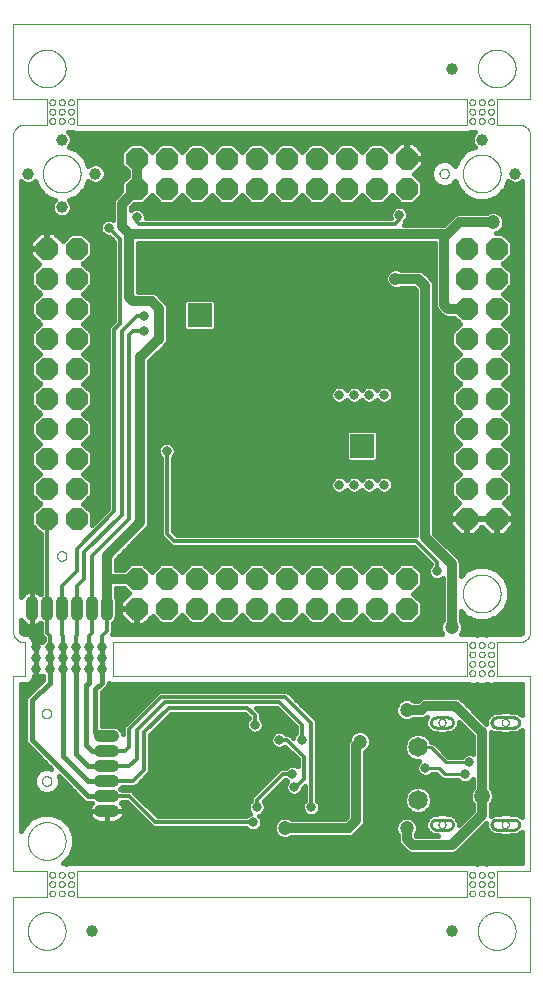
<source format=gbl>
G75*
%MOIN*%
%OFA0B0*%
%FSLAX25Y25*%
%IPPOS*%
%LPD*%
%AMOC8*
5,1,8,0,0,1.08239X$1,22.5*
%
%ADD10C,0.00000*%
%ADD11OC8,0.07400*%
%ADD12C,0.03937*%
%ADD13C,0.04134*%
%ADD14C,0.03169*%
%ADD15R,0.07874X0.07874*%
%ADD16C,0.00984*%
%ADD17C,0.01200*%
%ADD18C,0.01600*%
%ADD19C,0.04724*%
%ADD20C,0.03200*%
%ADD21C,0.04134*%
%ADD22C,0.05315*%
%ADD23C,0.01000*%
%ADD24C,0.03562*%
%ADD25C,0.06496*%
D10*
X0003000Y0001000D02*
X0175500Y0001000D01*
X0175500Y0026000D01*
X0164250Y0026000D01*
X0164250Y0034750D01*
X0175500Y0034750D01*
X0175500Y0099750D01*
X0164250Y0099750D01*
X0164250Y0111000D01*
X0171750Y0111000D01*
X0171870Y0111002D01*
X0171990Y0111008D01*
X0172110Y0111017D01*
X0172230Y0111031D01*
X0172348Y0111048D01*
X0172467Y0111069D01*
X0172584Y0111094D01*
X0172701Y0111123D01*
X0172817Y0111155D01*
X0172932Y0111191D01*
X0173045Y0111231D01*
X0173157Y0111274D01*
X0173268Y0111321D01*
X0173377Y0111371D01*
X0173485Y0111425D01*
X0173590Y0111483D01*
X0173694Y0111543D01*
X0173796Y0111607D01*
X0173895Y0111674D01*
X0173993Y0111745D01*
X0174088Y0111818D01*
X0174181Y0111895D01*
X0174271Y0111974D01*
X0174359Y0112056D01*
X0174444Y0112141D01*
X0174526Y0112229D01*
X0174605Y0112319D01*
X0174682Y0112412D01*
X0174755Y0112507D01*
X0174826Y0112605D01*
X0174893Y0112704D01*
X0174957Y0112806D01*
X0175017Y0112910D01*
X0175075Y0113015D01*
X0175129Y0113123D01*
X0175179Y0113232D01*
X0175226Y0113343D01*
X0175269Y0113455D01*
X0175309Y0113568D01*
X0175345Y0113683D01*
X0175377Y0113799D01*
X0175406Y0113916D01*
X0175431Y0114033D01*
X0175452Y0114152D01*
X0175469Y0114270D01*
X0175483Y0114390D01*
X0175492Y0114510D01*
X0175498Y0114630D01*
X0175500Y0114750D01*
X0175500Y0279750D01*
X0175498Y0279870D01*
X0175492Y0279990D01*
X0175483Y0280110D01*
X0175469Y0280230D01*
X0175452Y0280348D01*
X0175431Y0280467D01*
X0175406Y0280584D01*
X0175377Y0280701D01*
X0175345Y0280817D01*
X0175309Y0280932D01*
X0175269Y0281045D01*
X0175226Y0281157D01*
X0175179Y0281268D01*
X0175129Y0281377D01*
X0175075Y0281485D01*
X0175017Y0281590D01*
X0174957Y0281694D01*
X0174893Y0281796D01*
X0174826Y0281895D01*
X0174755Y0281993D01*
X0174682Y0282088D01*
X0174605Y0282181D01*
X0174526Y0282271D01*
X0174444Y0282359D01*
X0174359Y0282444D01*
X0174271Y0282526D01*
X0174181Y0282605D01*
X0174088Y0282682D01*
X0173993Y0282755D01*
X0173895Y0282826D01*
X0173796Y0282893D01*
X0173694Y0282957D01*
X0173590Y0283017D01*
X0173485Y0283075D01*
X0173377Y0283129D01*
X0173268Y0283179D01*
X0173157Y0283226D01*
X0173045Y0283269D01*
X0172932Y0283309D01*
X0172817Y0283345D01*
X0172701Y0283377D01*
X0172584Y0283406D01*
X0172467Y0283431D01*
X0172348Y0283452D01*
X0172230Y0283469D01*
X0172110Y0283483D01*
X0171990Y0283492D01*
X0171870Y0283498D01*
X0171750Y0283500D01*
X0164250Y0283500D01*
X0164250Y0292250D01*
X0175500Y0292250D01*
X0175500Y0317250D01*
X0003000Y0317250D01*
X0003000Y0292250D01*
X0014250Y0292250D01*
X0014250Y0283500D01*
X0006750Y0283500D01*
X0006630Y0283498D01*
X0006510Y0283492D01*
X0006390Y0283483D01*
X0006270Y0283469D01*
X0006152Y0283452D01*
X0006033Y0283431D01*
X0005916Y0283406D01*
X0005799Y0283377D01*
X0005683Y0283345D01*
X0005568Y0283309D01*
X0005455Y0283269D01*
X0005343Y0283226D01*
X0005232Y0283179D01*
X0005123Y0283129D01*
X0005015Y0283075D01*
X0004910Y0283017D01*
X0004806Y0282957D01*
X0004704Y0282893D01*
X0004605Y0282826D01*
X0004507Y0282755D01*
X0004412Y0282682D01*
X0004319Y0282605D01*
X0004229Y0282526D01*
X0004141Y0282444D01*
X0004056Y0282359D01*
X0003974Y0282271D01*
X0003895Y0282181D01*
X0003818Y0282088D01*
X0003745Y0281993D01*
X0003674Y0281895D01*
X0003607Y0281796D01*
X0003543Y0281694D01*
X0003483Y0281590D01*
X0003425Y0281485D01*
X0003371Y0281377D01*
X0003321Y0281268D01*
X0003274Y0281157D01*
X0003231Y0281045D01*
X0003191Y0280932D01*
X0003155Y0280817D01*
X0003123Y0280701D01*
X0003094Y0280584D01*
X0003069Y0280467D01*
X0003048Y0280348D01*
X0003031Y0280230D01*
X0003017Y0280110D01*
X0003008Y0279990D01*
X0003002Y0279870D01*
X0003000Y0279750D01*
X0003000Y0114750D01*
X0003002Y0114630D01*
X0003008Y0114510D01*
X0003017Y0114390D01*
X0003031Y0114270D01*
X0003048Y0114152D01*
X0003069Y0114033D01*
X0003094Y0113916D01*
X0003123Y0113799D01*
X0003155Y0113683D01*
X0003191Y0113568D01*
X0003231Y0113455D01*
X0003274Y0113343D01*
X0003321Y0113232D01*
X0003371Y0113123D01*
X0003425Y0113015D01*
X0003483Y0112910D01*
X0003543Y0112806D01*
X0003607Y0112704D01*
X0003674Y0112605D01*
X0003745Y0112507D01*
X0003818Y0112412D01*
X0003895Y0112319D01*
X0003974Y0112229D01*
X0004056Y0112141D01*
X0004141Y0112056D01*
X0004229Y0111974D01*
X0004319Y0111895D01*
X0004412Y0111818D01*
X0004507Y0111745D01*
X0004605Y0111674D01*
X0004704Y0111607D01*
X0004806Y0111543D01*
X0004910Y0111483D01*
X0005015Y0111425D01*
X0005123Y0111371D01*
X0005232Y0111321D01*
X0005343Y0111274D01*
X0005455Y0111231D01*
X0005568Y0111191D01*
X0005683Y0111155D01*
X0005799Y0111123D01*
X0005916Y0111094D01*
X0006033Y0111069D01*
X0006152Y0111048D01*
X0006270Y0111031D01*
X0006390Y0111017D01*
X0006510Y0111008D01*
X0006630Y0111002D01*
X0006750Y0111000D01*
X0007062Y0111000D01*
X0007062Y0099750D01*
X0003000Y0099750D01*
X0003000Y0034750D01*
X0014250Y0034750D01*
X0014250Y0026000D01*
X0003000Y0026000D01*
X0003000Y0001000D01*
X0007951Y0014750D02*
X0007953Y0014908D01*
X0007959Y0015066D01*
X0007969Y0015224D01*
X0007983Y0015382D01*
X0008001Y0015539D01*
X0008022Y0015696D01*
X0008048Y0015852D01*
X0008078Y0016008D01*
X0008111Y0016163D01*
X0008149Y0016316D01*
X0008190Y0016469D01*
X0008235Y0016621D01*
X0008284Y0016772D01*
X0008337Y0016921D01*
X0008393Y0017069D01*
X0008453Y0017215D01*
X0008517Y0017360D01*
X0008585Y0017503D01*
X0008656Y0017645D01*
X0008730Y0017785D01*
X0008808Y0017922D01*
X0008890Y0018058D01*
X0008974Y0018192D01*
X0009063Y0018323D01*
X0009154Y0018452D01*
X0009249Y0018579D01*
X0009346Y0018704D01*
X0009447Y0018826D01*
X0009551Y0018945D01*
X0009658Y0019062D01*
X0009768Y0019176D01*
X0009881Y0019287D01*
X0009996Y0019396D01*
X0010114Y0019501D01*
X0010235Y0019603D01*
X0010358Y0019703D01*
X0010484Y0019799D01*
X0010612Y0019892D01*
X0010742Y0019982D01*
X0010875Y0020068D01*
X0011010Y0020152D01*
X0011146Y0020231D01*
X0011285Y0020308D01*
X0011426Y0020380D01*
X0011568Y0020450D01*
X0011712Y0020515D01*
X0011858Y0020577D01*
X0012005Y0020635D01*
X0012154Y0020690D01*
X0012304Y0020741D01*
X0012455Y0020788D01*
X0012607Y0020831D01*
X0012760Y0020870D01*
X0012915Y0020906D01*
X0013070Y0020937D01*
X0013226Y0020965D01*
X0013382Y0020989D01*
X0013539Y0021009D01*
X0013697Y0021025D01*
X0013854Y0021037D01*
X0014013Y0021045D01*
X0014171Y0021049D01*
X0014329Y0021049D01*
X0014487Y0021045D01*
X0014646Y0021037D01*
X0014803Y0021025D01*
X0014961Y0021009D01*
X0015118Y0020989D01*
X0015274Y0020965D01*
X0015430Y0020937D01*
X0015585Y0020906D01*
X0015740Y0020870D01*
X0015893Y0020831D01*
X0016045Y0020788D01*
X0016196Y0020741D01*
X0016346Y0020690D01*
X0016495Y0020635D01*
X0016642Y0020577D01*
X0016788Y0020515D01*
X0016932Y0020450D01*
X0017074Y0020380D01*
X0017215Y0020308D01*
X0017354Y0020231D01*
X0017490Y0020152D01*
X0017625Y0020068D01*
X0017758Y0019982D01*
X0017888Y0019892D01*
X0018016Y0019799D01*
X0018142Y0019703D01*
X0018265Y0019603D01*
X0018386Y0019501D01*
X0018504Y0019396D01*
X0018619Y0019287D01*
X0018732Y0019176D01*
X0018842Y0019062D01*
X0018949Y0018945D01*
X0019053Y0018826D01*
X0019154Y0018704D01*
X0019251Y0018579D01*
X0019346Y0018452D01*
X0019437Y0018323D01*
X0019526Y0018192D01*
X0019610Y0018058D01*
X0019692Y0017922D01*
X0019770Y0017785D01*
X0019844Y0017645D01*
X0019915Y0017503D01*
X0019983Y0017360D01*
X0020047Y0017215D01*
X0020107Y0017069D01*
X0020163Y0016921D01*
X0020216Y0016772D01*
X0020265Y0016621D01*
X0020310Y0016469D01*
X0020351Y0016316D01*
X0020389Y0016163D01*
X0020422Y0016008D01*
X0020452Y0015852D01*
X0020478Y0015696D01*
X0020499Y0015539D01*
X0020517Y0015382D01*
X0020531Y0015224D01*
X0020541Y0015066D01*
X0020547Y0014908D01*
X0020549Y0014750D01*
X0020547Y0014592D01*
X0020541Y0014434D01*
X0020531Y0014276D01*
X0020517Y0014118D01*
X0020499Y0013961D01*
X0020478Y0013804D01*
X0020452Y0013648D01*
X0020422Y0013492D01*
X0020389Y0013337D01*
X0020351Y0013184D01*
X0020310Y0013031D01*
X0020265Y0012879D01*
X0020216Y0012728D01*
X0020163Y0012579D01*
X0020107Y0012431D01*
X0020047Y0012285D01*
X0019983Y0012140D01*
X0019915Y0011997D01*
X0019844Y0011855D01*
X0019770Y0011715D01*
X0019692Y0011578D01*
X0019610Y0011442D01*
X0019526Y0011308D01*
X0019437Y0011177D01*
X0019346Y0011048D01*
X0019251Y0010921D01*
X0019154Y0010796D01*
X0019053Y0010674D01*
X0018949Y0010555D01*
X0018842Y0010438D01*
X0018732Y0010324D01*
X0018619Y0010213D01*
X0018504Y0010104D01*
X0018386Y0009999D01*
X0018265Y0009897D01*
X0018142Y0009797D01*
X0018016Y0009701D01*
X0017888Y0009608D01*
X0017758Y0009518D01*
X0017625Y0009432D01*
X0017490Y0009348D01*
X0017354Y0009269D01*
X0017215Y0009192D01*
X0017074Y0009120D01*
X0016932Y0009050D01*
X0016788Y0008985D01*
X0016642Y0008923D01*
X0016495Y0008865D01*
X0016346Y0008810D01*
X0016196Y0008759D01*
X0016045Y0008712D01*
X0015893Y0008669D01*
X0015740Y0008630D01*
X0015585Y0008594D01*
X0015430Y0008563D01*
X0015274Y0008535D01*
X0015118Y0008511D01*
X0014961Y0008491D01*
X0014803Y0008475D01*
X0014646Y0008463D01*
X0014487Y0008455D01*
X0014329Y0008451D01*
X0014171Y0008451D01*
X0014013Y0008455D01*
X0013854Y0008463D01*
X0013697Y0008475D01*
X0013539Y0008491D01*
X0013382Y0008511D01*
X0013226Y0008535D01*
X0013070Y0008563D01*
X0012915Y0008594D01*
X0012760Y0008630D01*
X0012607Y0008669D01*
X0012455Y0008712D01*
X0012304Y0008759D01*
X0012154Y0008810D01*
X0012005Y0008865D01*
X0011858Y0008923D01*
X0011712Y0008985D01*
X0011568Y0009050D01*
X0011426Y0009120D01*
X0011285Y0009192D01*
X0011146Y0009269D01*
X0011010Y0009348D01*
X0010875Y0009432D01*
X0010742Y0009518D01*
X0010612Y0009608D01*
X0010484Y0009701D01*
X0010358Y0009797D01*
X0010235Y0009897D01*
X0010114Y0009999D01*
X0009996Y0010104D01*
X0009881Y0010213D01*
X0009768Y0010324D01*
X0009658Y0010438D01*
X0009551Y0010555D01*
X0009447Y0010674D01*
X0009346Y0010796D01*
X0009249Y0010921D01*
X0009154Y0011048D01*
X0009063Y0011177D01*
X0008974Y0011308D01*
X0008890Y0011442D01*
X0008808Y0011578D01*
X0008730Y0011715D01*
X0008656Y0011855D01*
X0008585Y0011997D01*
X0008517Y0012140D01*
X0008453Y0012285D01*
X0008393Y0012431D01*
X0008337Y0012579D01*
X0008284Y0012728D01*
X0008235Y0012879D01*
X0008190Y0013031D01*
X0008149Y0013184D01*
X0008111Y0013337D01*
X0008078Y0013492D01*
X0008048Y0013648D01*
X0008022Y0013804D01*
X0008001Y0013961D01*
X0007983Y0014118D01*
X0007969Y0014276D01*
X0007959Y0014434D01*
X0007953Y0014592D01*
X0007951Y0014750D01*
X0015141Y0027250D02*
X0015143Y0027312D01*
X0015149Y0027375D01*
X0015159Y0027436D01*
X0015173Y0027497D01*
X0015190Y0027557D01*
X0015211Y0027616D01*
X0015237Y0027673D01*
X0015265Y0027728D01*
X0015297Y0027782D01*
X0015333Y0027833D01*
X0015371Y0027883D01*
X0015413Y0027929D01*
X0015457Y0027973D01*
X0015505Y0028014D01*
X0015554Y0028052D01*
X0015606Y0028086D01*
X0015660Y0028117D01*
X0015716Y0028145D01*
X0015774Y0028169D01*
X0015833Y0028190D01*
X0015893Y0028206D01*
X0015954Y0028219D01*
X0016016Y0028228D01*
X0016078Y0028233D01*
X0016141Y0028234D01*
X0016203Y0028231D01*
X0016265Y0028224D01*
X0016327Y0028213D01*
X0016387Y0028198D01*
X0016447Y0028180D01*
X0016505Y0028158D01*
X0016562Y0028132D01*
X0016617Y0028102D01*
X0016670Y0028069D01*
X0016721Y0028033D01*
X0016769Y0027994D01*
X0016815Y0027951D01*
X0016858Y0027906D01*
X0016898Y0027858D01*
X0016935Y0027808D01*
X0016969Y0027755D01*
X0017000Y0027701D01*
X0017026Y0027645D01*
X0017050Y0027587D01*
X0017069Y0027527D01*
X0017085Y0027467D01*
X0017097Y0027405D01*
X0017105Y0027344D01*
X0017109Y0027281D01*
X0017109Y0027219D01*
X0017105Y0027156D01*
X0017097Y0027095D01*
X0017085Y0027033D01*
X0017069Y0026973D01*
X0017050Y0026913D01*
X0017026Y0026855D01*
X0017000Y0026799D01*
X0016969Y0026745D01*
X0016935Y0026692D01*
X0016898Y0026642D01*
X0016858Y0026594D01*
X0016815Y0026549D01*
X0016769Y0026506D01*
X0016721Y0026467D01*
X0016670Y0026431D01*
X0016617Y0026398D01*
X0016562Y0026368D01*
X0016505Y0026342D01*
X0016447Y0026320D01*
X0016387Y0026302D01*
X0016327Y0026287D01*
X0016265Y0026276D01*
X0016203Y0026269D01*
X0016141Y0026266D01*
X0016078Y0026267D01*
X0016016Y0026272D01*
X0015954Y0026281D01*
X0015893Y0026294D01*
X0015833Y0026310D01*
X0015774Y0026331D01*
X0015716Y0026355D01*
X0015660Y0026383D01*
X0015606Y0026414D01*
X0015554Y0026448D01*
X0015505Y0026486D01*
X0015457Y0026527D01*
X0015413Y0026571D01*
X0015371Y0026617D01*
X0015333Y0026667D01*
X0015297Y0026718D01*
X0015265Y0026772D01*
X0015237Y0026827D01*
X0015211Y0026884D01*
X0015190Y0026943D01*
X0015173Y0027003D01*
X0015159Y0027064D01*
X0015149Y0027125D01*
X0015143Y0027188D01*
X0015141Y0027250D01*
X0015141Y0030375D02*
X0015143Y0030437D01*
X0015149Y0030500D01*
X0015159Y0030561D01*
X0015173Y0030622D01*
X0015190Y0030682D01*
X0015211Y0030741D01*
X0015237Y0030798D01*
X0015265Y0030853D01*
X0015297Y0030907D01*
X0015333Y0030958D01*
X0015371Y0031008D01*
X0015413Y0031054D01*
X0015457Y0031098D01*
X0015505Y0031139D01*
X0015554Y0031177D01*
X0015606Y0031211D01*
X0015660Y0031242D01*
X0015716Y0031270D01*
X0015774Y0031294D01*
X0015833Y0031315D01*
X0015893Y0031331D01*
X0015954Y0031344D01*
X0016016Y0031353D01*
X0016078Y0031358D01*
X0016141Y0031359D01*
X0016203Y0031356D01*
X0016265Y0031349D01*
X0016327Y0031338D01*
X0016387Y0031323D01*
X0016447Y0031305D01*
X0016505Y0031283D01*
X0016562Y0031257D01*
X0016617Y0031227D01*
X0016670Y0031194D01*
X0016721Y0031158D01*
X0016769Y0031119D01*
X0016815Y0031076D01*
X0016858Y0031031D01*
X0016898Y0030983D01*
X0016935Y0030933D01*
X0016969Y0030880D01*
X0017000Y0030826D01*
X0017026Y0030770D01*
X0017050Y0030712D01*
X0017069Y0030652D01*
X0017085Y0030592D01*
X0017097Y0030530D01*
X0017105Y0030469D01*
X0017109Y0030406D01*
X0017109Y0030344D01*
X0017105Y0030281D01*
X0017097Y0030220D01*
X0017085Y0030158D01*
X0017069Y0030098D01*
X0017050Y0030038D01*
X0017026Y0029980D01*
X0017000Y0029924D01*
X0016969Y0029870D01*
X0016935Y0029817D01*
X0016898Y0029767D01*
X0016858Y0029719D01*
X0016815Y0029674D01*
X0016769Y0029631D01*
X0016721Y0029592D01*
X0016670Y0029556D01*
X0016617Y0029523D01*
X0016562Y0029493D01*
X0016505Y0029467D01*
X0016447Y0029445D01*
X0016387Y0029427D01*
X0016327Y0029412D01*
X0016265Y0029401D01*
X0016203Y0029394D01*
X0016141Y0029391D01*
X0016078Y0029392D01*
X0016016Y0029397D01*
X0015954Y0029406D01*
X0015893Y0029419D01*
X0015833Y0029435D01*
X0015774Y0029456D01*
X0015716Y0029480D01*
X0015660Y0029508D01*
X0015606Y0029539D01*
X0015554Y0029573D01*
X0015505Y0029611D01*
X0015457Y0029652D01*
X0015413Y0029696D01*
X0015371Y0029742D01*
X0015333Y0029792D01*
X0015297Y0029843D01*
X0015265Y0029897D01*
X0015237Y0029952D01*
X0015211Y0030009D01*
X0015190Y0030068D01*
X0015173Y0030128D01*
X0015159Y0030189D01*
X0015149Y0030250D01*
X0015143Y0030313D01*
X0015141Y0030375D01*
X0015141Y0033500D02*
X0015143Y0033562D01*
X0015149Y0033625D01*
X0015159Y0033686D01*
X0015173Y0033747D01*
X0015190Y0033807D01*
X0015211Y0033866D01*
X0015237Y0033923D01*
X0015265Y0033978D01*
X0015297Y0034032D01*
X0015333Y0034083D01*
X0015371Y0034133D01*
X0015413Y0034179D01*
X0015457Y0034223D01*
X0015505Y0034264D01*
X0015554Y0034302D01*
X0015606Y0034336D01*
X0015660Y0034367D01*
X0015716Y0034395D01*
X0015774Y0034419D01*
X0015833Y0034440D01*
X0015893Y0034456D01*
X0015954Y0034469D01*
X0016016Y0034478D01*
X0016078Y0034483D01*
X0016141Y0034484D01*
X0016203Y0034481D01*
X0016265Y0034474D01*
X0016327Y0034463D01*
X0016387Y0034448D01*
X0016447Y0034430D01*
X0016505Y0034408D01*
X0016562Y0034382D01*
X0016617Y0034352D01*
X0016670Y0034319D01*
X0016721Y0034283D01*
X0016769Y0034244D01*
X0016815Y0034201D01*
X0016858Y0034156D01*
X0016898Y0034108D01*
X0016935Y0034058D01*
X0016969Y0034005D01*
X0017000Y0033951D01*
X0017026Y0033895D01*
X0017050Y0033837D01*
X0017069Y0033777D01*
X0017085Y0033717D01*
X0017097Y0033655D01*
X0017105Y0033594D01*
X0017109Y0033531D01*
X0017109Y0033469D01*
X0017105Y0033406D01*
X0017097Y0033345D01*
X0017085Y0033283D01*
X0017069Y0033223D01*
X0017050Y0033163D01*
X0017026Y0033105D01*
X0017000Y0033049D01*
X0016969Y0032995D01*
X0016935Y0032942D01*
X0016898Y0032892D01*
X0016858Y0032844D01*
X0016815Y0032799D01*
X0016769Y0032756D01*
X0016721Y0032717D01*
X0016670Y0032681D01*
X0016617Y0032648D01*
X0016562Y0032618D01*
X0016505Y0032592D01*
X0016447Y0032570D01*
X0016387Y0032552D01*
X0016327Y0032537D01*
X0016265Y0032526D01*
X0016203Y0032519D01*
X0016141Y0032516D01*
X0016078Y0032517D01*
X0016016Y0032522D01*
X0015954Y0032531D01*
X0015893Y0032544D01*
X0015833Y0032560D01*
X0015774Y0032581D01*
X0015716Y0032605D01*
X0015660Y0032633D01*
X0015606Y0032664D01*
X0015554Y0032698D01*
X0015505Y0032736D01*
X0015457Y0032777D01*
X0015413Y0032821D01*
X0015371Y0032867D01*
X0015333Y0032917D01*
X0015297Y0032968D01*
X0015265Y0033022D01*
X0015237Y0033077D01*
X0015211Y0033134D01*
X0015190Y0033193D01*
X0015173Y0033253D01*
X0015159Y0033314D01*
X0015149Y0033375D01*
X0015143Y0033438D01*
X0015141Y0033500D01*
X0018266Y0033500D02*
X0018268Y0033562D01*
X0018274Y0033625D01*
X0018284Y0033686D01*
X0018298Y0033747D01*
X0018315Y0033807D01*
X0018336Y0033866D01*
X0018362Y0033923D01*
X0018390Y0033978D01*
X0018422Y0034032D01*
X0018458Y0034083D01*
X0018496Y0034133D01*
X0018538Y0034179D01*
X0018582Y0034223D01*
X0018630Y0034264D01*
X0018679Y0034302D01*
X0018731Y0034336D01*
X0018785Y0034367D01*
X0018841Y0034395D01*
X0018899Y0034419D01*
X0018958Y0034440D01*
X0019018Y0034456D01*
X0019079Y0034469D01*
X0019141Y0034478D01*
X0019203Y0034483D01*
X0019266Y0034484D01*
X0019328Y0034481D01*
X0019390Y0034474D01*
X0019452Y0034463D01*
X0019512Y0034448D01*
X0019572Y0034430D01*
X0019630Y0034408D01*
X0019687Y0034382D01*
X0019742Y0034352D01*
X0019795Y0034319D01*
X0019846Y0034283D01*
X0019894Y0034244D01*
X0019940Y0034201D01*
X0019983Y0034156D01*
X0020023Y0034108D01*
X0020060Y0034058D01*
X0020094Y0034005D01*
X0020125Y0033951D01*
X0020151Y0033895D01*
X0020175Y0033837D01*
X0020194Y0033777D01*
X0020210Y0033717D01*
X0020222Y0033655D01*
X0020230Y0033594D01*
X0020234Y0033531D01*
X0020234Y0033469D01*
X0020230Y0033406D01*
X0020222Y0033345D01*
X0020210Y0033283D01*
X0020194Y0033223D01*
X0020175Y0033163D01*
X0020151Y0033105D01*
X0020125Y0033049D01*
X0020094Y0032995D01*
X0020060Y0032942D01*
X0020023Y0032892D01*
X0019983Y0032844D01*
X0019940Y0032799D01*
X0019894Y0032756D01*
X0019846Y0032717D01*
X0019795Y0032681D01*
X0019742Y0032648D01*
X0019687Y0032618D01*
X0019630Y0032592D01*
X0019572Y0032570D01*
X0019512Y0032552D01*
X0019452Y0032537D01*
X0019390Y0032526D01*
X0019328Y0032519D01*
X0019266Y0032516D01*
X0019203Y0032517D01*
X0019141Y0032522D01*
X0019079Y0032531D01*
X0019018Y0032544D01*
X0018958Y0032560D01*
X0018899Y0032581D01*
X0018841Y0032605D01*
X0018785Y0032633D01*
X0018731Y0032664D01*
X0018679Y0032698D01*
X0018630Y0032736D01*
X0018582Y0032777D01*
X0018538Y0032821D01*
X0018496Y0032867D01*
X0018458Y0032917D01*
X0018422Y0032968D01*
X0018390Y0033022D01*
X0018362Y0033077D01*
X0018336Y0033134D01*
X0018315Y0033193D01*
X0018298Y0033253D01*
X0018284Y0033314D01*
X0018274Y0033375D01*
X0018268Y0033438D01*
X0018266Y0033500D01*
X0018266Y0030375D02*
X0018268Y0030437D01*
X0018274Y0030500D01*
X0018284Y0030561D01*
X0018298Y0030622D01*
X0018315Y0030682D01*
X0018336Y0030741D01*
X0018362Y0030798D01*
X0018390Y0030853D01*
X0018422Y0030907D01*
X0018458Y0030958D01*
X0018496Y0031008D01*
X0018538Y0031054D01*
X0018582Y0031098D01*
X0018630Y0031139D01*
X0018679Y0031177D01*
X0018731Y0031211D01*
X0018785Y0031242D01*
X0018841Y0031270D01*
X0018899Y0031294D01*
X0018958Y0031315D01*
X0019018Y0031331D01*
X0019079Y0031344D01*
X0019141Y0031353D01*
X0019203Y0031358D01*
X0019266Y0031359D01*
X0019328Y0031356D01*
X0019390Y0031349D01*
X0019452Y0031338D01*
X0019512Y0031323D01*
X0019572Y0031305D01*
X0019630Y0031283D01*
X0019687Y0031257D01*
X0019742Y0031227D01*
X0019795Y0031194D01*
X0019846Y0031158D01*
X0019894Y0031119D01*
X0019940Y0031076D01*
X0019983Y0031031D01*
X0020023Y0030983D01*
X0020060Y0030933D01*
X0020094Y0030880D01*
X0020125Y0030826D01*
X0020151Y0030770D01*
X0020175Y0030712D01*
X0020194Y0030652D01*
X0020210Y0030592D01*
X0020222Y0030530D01*
X0020230Y0030469D01*
X0020234Y0030406D01*
X0020234Y0030344D01*
X0020230Y0030281D01*
X0020222Y0030220D01*
X0020210Y0030158D01*
X0020194Y0030098D01*
X0020175Y0030038D01*
X0020151Y0029980D01*
X0020125Y0029924D01*
X0020094Y0029870D01*
X0020060Y0029817D01*
X0020023Y0029767D01*
X0019983Y0029719D01*
X0019940Y0029674D01*
X0019894Y0029631D01*
X0019846Y0029592D01*
X0019795Y0029556D01*
X0019742Y0029523D01*
X0019687Y0029493D01*
X0019630Y0029467D01*
X0019572Y0029445D01*
X0019512Y0029427D01*
X0019452Y0029412D01*
X0019390Y0029401D01*
X0019328Y0029394D01*
X0019266Y0029391D01*
X0019203Y0029392D01*
X0019141Y0029397D01*
X0019079Y0029406D01*
X0019018Y0029419D01*
X0018958Y0029435D01*
X0018899Y0029456D01*
X0018841Y0029480D01*
X0018785Y0029508D01*
X0018731Y0029539D01*
X0018679Y0029573D01*
X0018630Y0029611D01*
X0018582Y0029652D01*
X0018538Y0029696D01*
X0018496Y0029742D01*
X0018458Y0029792D01*
X0018422Y0029843D01*
X0018390Y0029897D01*
X0018362Y0029952D01*
X0018336Y0030009D01*
X0018315Y0030068D01*
X0018298Y0030128D01*
X0018284Y0030189D01*
X0018274Y0030250D01*
X0018268Y0030313D01*
X0018266Y0030375D01*
X0018266Y0027250D02*
X0018268Y0027312D01*
X0018274Y0027375D01*
X0018284Y0027436D01*
X0018298Y0027497D01*
X0018315Y0027557D01*
X0018336Y0027616D01*
X0018362Y0027673D01*
X0018390Y0027728D01*
X0018422Y0027782D01*
X0018458Y0027833D01*
X0018496Y0027883D01*
X0018538Y0027929D01*
X0018582Y0027973D01*
X0018630Y0028014D01*
X0018679Y0028052D01*
X0018731Y0028086D01*
X0018785Y0028117D01*
X0018841Y0028145D01*
X0018899Y0028169D01*
X0018958Y0028190D01*
X0019018Y0028206D01*
X0019079Y0028219D01*
X0019141Y0028228D01*
X0019203Y0028233D01*
X0019266Y0028234D01*
X0019328Y0028231D01*
X0019390Y0028224D01*
X0019452Y0028213D01*
X0019512Y0028198D01*
X0019572Y0028180D01*
X0019630Y0028158D01*
X0019687Y0028132D01*
X0019742Y0028102D01*
X0019795Y0028069D01*
X0019846Y0028033D01*
X0019894Y0027994D01*
X0019940Y0027951D01*
X0019983Y0027906D01*
X0020023Y0027858D01*
X0020060Y0027808D01*
X0020094Y0027755D01*
X0020125Y0027701D01*
X0020151Y0027645D01*
X0020175Y0027587D01*
X0020194Y0027527D01*
X0020210Y0027467D01*
X0020222Y0027405D01*
X0020230Y0027344D01*
X0020234Y0027281D01*
X0020234Y0027219D01*
X0020230Y0027156D01*
X0020222Y0027095D01*
X0020210Y0027033D01*
X0020194Y0026973D01*
X0020175Y0026913D01*
X0020151Y0026855D01*
X0020125Y0026799D01*
X0020094Y0026745D01*
X0020060Y0026692D01*
X0020023Y0026642D01*
X0019983Y0026594D01*
X0019940Y0026549D01*
X0019894Y0026506D01*
X0019846Y0026467D01*
X0019795Y0026431D01*
X0019742Y0026398D01*
X0019687Y0026368D01*
X0019630Y0026342D01*
X0019572Y0026320D01*
X0019512Y0026302D01*
X0019452Y0026287D01*
X0019390Y0026276D01*
X0019328Y0026269D01*
X0019266Y0026266D01*
X0019203Y0026267D01*
X0019141Y0026272D01*
X0019079Y0026281D01*
X0019018Y0026294D01*
X0018958Y0026310D01*
X0018899Y0026331D01*
X0018841Y0026355D01*
X0018785Y0026383D01*
X0018731Y0026414D01*
X0018679Y0026448D01*
X0018630Y0026486D01*
X0018582Y0026527D01*
X0018538Y0026571D01*
X0018496Y0026617D01*
X0018458Y0026667D01*
X0018422Y0026718D01*
X0018390Y0026772D01*
X0018362Y0026827D01*
X0018336Y0026884D01*
X0018315Y0026943D01*
X0018298Y0027003D01*
X0018284Y0027064D01*
X0018274Y0027125D01*
X0018268Y0027188D01*
X0018266Y0027250D01*
X0021391Y0027250D02*
X0021393Y0027312D01*
X0021399Y0027375D01*
X0021409Y0027436D01*
X0021423Y0027497D01*
X0021440Y0027557D01*
X0021461Y0027616D01*
X0021487Y0027673D01*
X0021515Y0027728D01*
X0021547Y0027782D01*
X0021583Y0027833D01*
X0021621Y0027883D01*
X0021663Y0027929D01*
X0021707Y0027973D01*
X0021755Y0028014D01*
X0021804Y0028052D01*
X0021856Y0028086D01*
X0021910Y0028117D01*
X0021966Y0028145D01*
X0022024Y0028169D01*
X0022083Y0028190D01*
X0022143Y0028206D01*
X0022204Y0028219D01*
X0022266Y0028228D01*
X0022328Y0028233D01*
X0022391Y0028234D01*
X0022453Y0028231D01*
X0022515Y0028224D01*
X0022577Y0028213D01*
X0022637Y0028198D01*
X0022697Y0028180D01*
X0022755Y0028158D01*
X0022812Y0028132D01*
X0022867Y0028102D01*
X0022920Y0028069D01*
X0022971Y0028033D01*
X0023019Y0027994D01*
X0023065Y0027951D01*
X0023108Y0027906D01*
X0023148Y0027858D01*
X0023185Y0027808D01*
X0023219Y0027755D01*
X0023250Y0027701D01*
X0023276Y0027645D01*
X0023300Y0027587D01*
X0023319Y0027527D01*
X0023335Y0027467D01*
X0023347Y0027405D01*
X0023355Y0027344D01*
X0023359Y0027281D01*
X0023359Y0027219D01*
X0023355Y0027156D01*
X0023347Y0027095D01*
X0023335Y0027033D01*
X0023319Y0026973D01*
X0023300Y0026913D01*
X0023276Y0026855D01*
X0023250Y0026799D01*
X0023219Y0026745D01*
X0023185Y0026692D01*
X0023148Y0026642D01*
X0023108Y0026594D01*
X0023065Y0026549D01*
X0023019Y0026506D01*
X0022971Y0026467D01*
X0022920Y0026431D01*
X0022867Y0026398D01*
X0022812Y0026368D01*
X0022755Y0026342D01*
X0022697Y0026320D01*
X0022637Y0026302D01*
X0022577Y0026287D01*
X0022515Y0026276D01*
X0022453Y0026269D01*
X0022391Y0026266D01*
X0022328Y0026267D01*
X0022266Y0026272D01*
X0022204Y0026281D01*
X0022143Y0026294D01*
X0022083Y0026310D01*
X0022024Y0026331D01*
X0021966Y0026355D01*
X0021910Y0026383D01*
X0021856Y0026414D01*
X0021804Y0026448D01*
X0021755Y0026486D01*
X0021707Y0026527D01*
X0021663Y0026571D01*
X0021621Y0026617D01*
X0021583Y0026667D01*
X0021547Y0026718D01*
X0021515Y0026772D01*
X0021487Y0026827D01*
X0021461Y0026884D01*
X0021440Y0026943D01*
X0021423Y0027003D01*
X0021409Y0027064D01*
X0021399Y0027125D01*
X0021393Y0027188D01*
X0021391Y0027250D01*
X0024250Y0026000D02*
X0154250Y0026000D01*
X0154250Y0034750D01*
X0024250Y0034750D01*
X0024250Y0026000D01*
X0021391Y0030375D02*
X0021393Y0030437D01*
X0021399Y0030500D01*
X0021409Y0030561D01*
X0021423Y0030622D01*
X0021440Y0030682D01*
X0021461Y0030741D01*
X0021487Y0030798D01*
X0021515Y0030853D01*
X0021547Y0030907D01*
X0021583Y0030958D01*
X0021621Y0031008D01*
X0021663Y0031054D01*
X0021707Y0031098D01*
X0021755Y0031139D01*
X0021804Y0031177D01*
X0021856Y0031211D01*
X0021910Y0031242D01*
X0021966Y0031270D01*
X0022024Y0031294D01*
X0022083Y0031315D01*
X0022143Y0031331D01*
X0022204Y0031344D01*
X0022266Y0031353D01*
X0022328Y0031358D01*
X0022391Y0031359D01*
X0022453Y0031356D01*
X0022515Y0031349D01*
X0022577Y0031338D01*
X0022637Y0031323D01*
X0022697Y0031305D01*
X0022755Y0031283D01*
X0022812Y0031257D01*
X0022867Y0031227D01*
X0022920Y0031194D01*
X0022971Y0031158D01*
X0023019Y0031119D01*
X0023065Y0031076D01*
X0023108Y0031031D01*
X0023148Y0030983D01*
X0023185Y0030933D01*
X0023219Y0030880D01*
X0023250Y0030826D01*
X0023276Y0030770D01*
X0023300Y0030712D01*
X0023319Y0030652D01*
X0023335Y0030592D01*
X0023347Y0030530D01*
X0023355Y0030469D01*
X0023359Y0030406D01*
X0023359Y0030344D01*
X0023355Y0030281D01*
X0023347Y0030220D01*
X0023335Y0030158D01*
X0023319Y0030098D01*
X0023300Y0030038D01*
X0023276Y0029980D01*
X0023250Y0029924D01*
X0023219Y0029870D01*
X0023185Y0029817D01*
X0023148Y0029767D01*
X0023108Y0029719D01*
X0023065Y0029674D01*
X0023019Y0029631D01*
X0022971Y0029592D01*
X0022920Y0029556D01*
X0022867Y0029523D01*
X0022812Y0029493D01*
X0022755Y0029467D01*
X0022697Y0029445D01*
X0022637Y0029427D01*
X0022577Y0029412D01*
X0022515Y0029401D01*
X0022453Y0029394D01*
X0022391Y0029391D01*
X0022328Y0029392D01*
X0022266Y0029397D01*
X0022204Y0029406D01*
X0022143Y0029419D01*
X0022083Y0029435D01*
X0022024Y0029456D01*
X0021966Y0029480D01*
X0021910Y0029508D01*
X0021856Y0029539D01*
X0021804Y0029573D01*
X0021755Y0029611D01*
X0021707Y0029652D01*
X0021663Y0029696D01*
X0021621Y0029742D01*
X0021583Y0029792D01*
X0021547Y0029843D01*
X0021515Y0029897D01*
X0021487Y0029952D01*
X0021461Y0030009D01*
X0021440Y0030068D01*
X0021423Y0030128D01*
X0021409Y0030189D01*
X0021399Y0030250D01*
X0021393Y0030313D01*
X0021391Y0030375D01*
X0021391Y0033500D02*
X0021393Y0033562D01*
X0021399Y0033625D01*
X0021409Y0033686D01*
X0021423Y0033747D01*
X0021440Y0033807D01*
X0021461Y0033866D01*
X0021487Y0033923D01*
X0021515Y0033978D01*
X0021547Y0034032D01*
X0021583Y0034083D01*
X0021621Y0034133D01*
X0021663Y0034179D01*
X0021707Y0034223D01*
X0021755Y0034264D01*
X0021804Y0034302D01*
X0021856Y0034336D01*
X0021910Y0034367D01*
X0021966Y0034395D01*
X0022024Y0034419D01*
X0022083Y0034440D01*
X0022143Y0034456D01*
X0022204Y0034469D01*
X0022266Y0034478D01*
X0022328Y0034483D01*
X0022391Y0034484D01*
X0022453Y0034481D01*
X0022515Y0034474D01*
X0022577Y0034463D01*
X0022637Y0034448D01*
X0022697Y0034430D01*
X0022755Y0034408D01*
X0022812Y0034382D01*
X0022867Y0034352D01*
X0022920Y0034319D01*
X0022971Y0034283D01*
X0023019Y0034244D01*
X0023065Y0034201D01*
X0023108Y0034156D01*
X0023148Y0034108D01*
X0023185Y0034058D01*
X0023219Y0034005D01*
X0023250Y0033951D01*
X0023276Y0033895D01*
X0023300Y0033837D01*
X0023319Y0033777D01*
X0023335Y0033717D01*
X0023347Y0033655D01*
X0023355Y0033594D01*
X0023359Y0033531D01*
X0023359Y0033469D01*
X0023355Y0033406D01*
X0023347Y0033345D01*
X0023335Y0033283D01*
X0023319Y0033223D01*
X0023300Y0033163D01*
X0023276Y0033105D01*
X0023250Y0033049D01*
X0023219Y0032995D01*
X0023185Y0032942D01*
X0023148Y0032892D01*
X0023108Y0032844D01*
X0023065Y0032799D01*
X0023019Y0032756D01*
X0022971Y0032717D01*
X0022920Y0032681D01*
X0022867Y0032648D01*
X0022812Y0032618D01*
X0022755Y0032592D01*
X0022697Y0032570D01*
X0022637Y0032552D01*
X0022577Y0032537D01*
X0022515Y0032526D01*
X0022453Y0032519D01*
X0022391Y0032516D01*
X0022328Y0032517D01*
X0022266Y0032522D01*
X0022204Y0032531D01*
X0022143Y0032544D01*
X0022083Y0032560D01*
X0022024Y0032581D01*
X0021966Y0032605D01*
X0021910Y0032633D01*
X0021856Y0032664D01*
X0021804Y0032698D01*
X0021755Y0032736D01*
X0021707Y0032777D01*
X0021663Y0032821D01*
X0021621Y0032867D01*
X0021583Y0032917D01*
X0021547Y0032968D01*
X0021515Y0033022D01*
X0021487Y0033077D01*
X0021461Y0033134D01*
X0021440Y0033193D01*
X0021423Y0033253D01*
X0021409Y0033314D01*
X0021399Y0033375D01*
X0021393Y0033438D01*
X0021391Y0033500D01*
X0007951Y0044750D02*
X0007953Y0044908D01*
X0007959Y0045066D01*
X0007969Y0045224D01*
X0007983Y0045382D01*
X0008001Y0045539D01*
X0008022Y0045696D01*
X0008048Y0045852D01*
X0008078Y0046008D01*
X0008111Y0046163D01*
X0008149Y0046316D01*
X0008190Y0046469D01*
X0008235Y0046621D01*
X0008284Y0046772D01*
X0008337Y0046921D01*
X0008393Y0047069D01*
X0008453Y0047215D01*
X0008517Y0047360D01*
X0008585Y0047503D01*
X0008656Y0047645D01*
X0008730Y0047785D01*
X0008808Y0047922D01*
X0008890Y0048058D01*
X0008974Y0048192D01*
X0009063Y0048323D01*
X0009154Y0048452D01*
X0009249Y0048579D01*
X0009346Y0048704D01*
X0009447Y0048826D01*
X0009551Y0048945D01*
X0009658Y0049062D01*
X0009768Y0049176D01*
X0009881Y0049287D01*
X0009996Y0049396D01*
X0010114Y0049501D01*
X0010235Y0049603D01*
X0010358Y0049703D01*
X0010484Y0049799D01*
X0010612Y0049892D01*
X0010742Y0049982D01*
X0010875Y0050068D01*
X0011010Y0050152D01*
X0011146Y0050231D01*
X0011285Y0050308D01*
X0011426Y0050380D01*
X0011568Y0050450D01*
X0011712Y0050515D01*
X0011858Y0050577D01*
X0012005Y0050635D01*
X0012154Y0050690D01*
X0012304Y0050741D01*
X0012455Y0050788D01*
X0012607Y0050831D01*
X0012760Y0050870D01*
X0012915Y0050906D01*
X0013070Y0050937D01*
X0013226Y0050965D01*
X0013382Y0050989D01*
X0013539Y0051009D01*
X0013697Y0051025D01*
X0013854Y0051037D01*
X0014013Y0051045D01*
X0014171Y0051049D01*
X0014329Y0051049D01*
X0014487Y0051045D01*
X0014646Y0051037D01*
X0014803Y0051025D01*
X0014961Y0051009D01*
X0015118Y0050989D01*
X0015274Y0050965D01*
X0015430Y0050937D01*
X0015585Y0050906D01*
X0015740Y0050870D01*
X0015893Y0050831D01*
X0016045Y0050788D01*
X0016196Y0050741D01*
X0016346Y0050690D01*
X0016495Y0050635D01*
X0016642Y0050577D01*
X0016788Y0050515D01*
X0016932Y0050450D01*
X0017074Y0050380D01*
X0017215Y0050308D01*
X0017354Y0050231D01*
X0017490Y0050152D01*
X0017625Y0050068D01*
X0017758Y0049982D01*
X0017888Y0049892D01*
X0018016Y0049799D01*
X0018142Y0049703D01*
X0018265Y0049603D01*
X0018386Y0049501D01*
X0018504Y0049396D01*
X0018619Y0049287D01*
X0018732Y0049176D01*
X0018842Y0049062D01*
X0018949Y0048945D01*
X0019053Y0048826D01*
X0019154Y0048704D01*
X0019251Y0048579D01*
X0019346Y0048452D01*
X0019437Y0048323D01*
X0019526Y0048192D01*
X0019610Y0048058D01*
X0019692Y0047922D01*
X0019770Y0047785D01*
X0019844Y0047645D01*
X0019915Y0047503D01*
X0019983Y0047360D01*
X0020047Y0047215D01*
X0020107Y0047069D01*
X0020163Y0046921D01*
X0020216Y0046772D01*
X0020265Y0046621D01*
X0020310Y0046469D01*
X0020351Y0046316D01*
X0020389Y0046163D01*
X0020422Y0046008D01*
X0020452Y0045852D01*
X0020478Y0045696D01*
X0020499Y0045539D01*
X0020517Y0045382D01*
X0020531Y0045224D01*
X0020541Y0045066D01*
X0020547Y0044908D01*
X0020549Y0044750D01*
X0020547Y0044592D01*
X0020541Y0044434D01*
X0020531Y0044276D01*
X0020517Y0044118D01*
X0020499Y0043961D01*
X0020478Y0043804D01*
X0020452Y0043648D01*
X0020422Y0043492D01*
X0020389Y0043337D01*
X0020351Y0043184D01*
X0020310Y0043031D01*
X0020265Y0042879D01*
X0020216Y0042728D01*
X0020163Y0042579D01*
X0020107Y0042431D01*
X0020047Y0042285D01*
X0019983Y0042140D01*
X0019915Y0041997D01*
X0019844Y0041855D01*
X0019770Y0041715D01*
X0019692Y0041578D01*
X0019610Y0041442D01*
X0019526Y0041308D01*
X0019437Y0041177D01*
X0019346Y0041048D01*
X0019251Y0040921D01*
X0019154Y0040796D01*
X0019053Y0040674D01*
X0018949Y0040555D01*
X0018842Y0040438D01*
X0018732Y0040324D01*
X0018619Y0040213D01*
X0018504Y0040104D01*
X0018386Y0039999D01*
X0018265Y0039897D01*
X0018142Y0039797D01*
X0018016Y0039701D01*
X0017888Y0039608D01*
X0017758Y0039518D01*
X0017625Y0039432D01*
X0017490Y0039348D01*
X0017354Y0039269D01*
X0017215Y0039192D01*
X0017074Y0039120D01*
X0016932Y0039050D01*
X0016788Y0038985D01*
X0016642Y0038923D01*
X0016495Y0038865D01*
X0016346Y0038810D01*
X0016196Y0038759D01*
X0016045Y0038712D01*
X0015893Y0038669D01*
X0015740Y0038630D01*
X0015585Y0038594D01*
X0015430Y0038563D01*
X0015274Y0038535D01*
X0015118Y0038511D01*
X0014961Y0038491D01*
X0014803Y0038475D01*
X0014646Y0038463D01*
X0014487Y0038455D01*
X0014329Y0038451D01*
X0014171Y0038451D01*
X0014013Y0038455D01*
X0013854Y0038463D01*
X0013697Y0038475D01*
X0013539Y0038491D01*
X0013382Y0038511D01*
X0013226Y0038535D01*
X0013070Y0038563D01*
X0012915Y0038594D01*
X0012760Y0038630D01*
X0012607Y0038669D01*
X0012455Y0038712D01*
X0012304Y0038759D01*
X0012154Y0038810D01*
X0012005Y0038865D01*
X0011858Y0038923D01*
X0011712Y0038985D01*
X0011568Y0039050D01*
X0011426Y0039120D01*
X0011285Y0039192D01*
X0011146Y0039269D01*
X0011010Y0039348D01*
X0010875Y0039432D01*
X0010742Y0039518D01*
X0010612Y0039608D01*
X0010484Y0039701D01*
X0010358Y0039797D01*
X0010235Y0039897D01*
X0010114Y0039999D01*
X0009996Y0040104D01*
X0009881Y0040213D01*
X0009768Y0040324D01*
X0009658Y0040438D01*
X0009551Y0040555D01*
X0009447Y0040674D01*
X0009346Y0040796D01*
X0009249Y0040921D01*
X0009154Y0041048D01*
X0009063Y0041177D01*
X0008974Y0041308D01*
X0008890Y0041442D01*
X0008808Y0041578D01*
X0008730Y0041715D01*
X0008656Y0041855D01*
X0008585Y0041997D01*
X0008517Y0042140D01*
X0008453Y0042285D01*
X0008393Y0042431D01*
X0008337Y0042579D01*
X0008284Y0042728D01*
X0008235Y0042879D01*
X0008190Y0043031D01*
X0008149Y0043184D01*
X0008111Y0043337D01*
X0008078Y0043492D01*
X0008048Y0043648D01*
X0008022Y0043804D01*
X0008001Y0043961D01*
X0007983Y0044118D01*
X0007969Y0044276D01*
X0007959Y0044434D01*
X0007953Y0044592D01*
X0007951Y0044750D01*
X0012675Y0064750D02*
X0012677Y0064829D01*
X0012683Y0064908D01*
X0012693Y0064987D01*
X0012707Y0065065D01*
X0012724Y0065142D01*
X0012746Y0065218D01*
X0012771Y0065293D01*
X0012801Y0065366D01*
X0012833Y0065438D01*
X0012870Y0065509D01*
X0012910Y0065577D01*
X0012953Y0065643D01*
X0012999Y0065707D01*
X0013049Y0065769D01*
X0013102Y0065828D01*
X0013157Y0065884D01*
X0013216Y0065938D01*
X0013277Y0065988D01*
X0013340Y0066036D01*
X0013406Y0066080D01*
X0013474Y0066121D01*
X0013544Y0066158D01*
X0013615Y0066192D01*
X0013689Y0066222D01*
X0013763Y0066248D01*
X0013839Y0066270D01*
X0013916Y0066289D01*
X0013994Y0066304D01*
X0014072Y0066315D01*
X0014151Y0066322D01*
X0014230Y0066325D01*
X0014309Y0066324D01*
X0014388Y0066319D01*
X0014467Y0066310D01*
X0014545Y0066297D01*
X0014622Y0066280D01*
X0014699Y0066260D01*
X0014774Y0066235D01*
X0014848Y0066207D01*
X0014921Y0066175D01*
X0014991Y0066140D01*
X0015060Y0066101D01*
X0015127Y0066058D01*
X0015192Y0066012D01*
X0015254Y0065964D01*
X0015314Y0065912D01*
X0015371Y0065857D01*
X0015425Y0065799D01*
X0015476Y0065739D01*
X0015524Y0065676D01*
X0015569Y0065611D01*
X0015611Y0065543D01*
X0015649Y0065474D01*
X0015683Y0065403D01*
X0015714Y0065330D01*
X0015742Y0065255D01*
X0015765Y0065180D01*
X0015785Y0065103D01*
X0015801Y0065026D01*
X0015813Y0064947D01*
X0015821Y0064869D01*
X0015825Y0064790D01*
X0015825Y0064710D01*
X0015821Y0064631D01*
X0015813Y0064553D01*
X0015801Y0064474D01*
X0015785Y0064397D01*
X0015765Y0064320D01*
X0015742Y0064245D01*
X0015714Y0064170D01*
X0015683Y0064097D01*
X0015649Y0064026D01*
X0015611Y0063957D01*
X0015569Y0063889D01*
X0015524Y0063824D01*
X0015476Y0063761D01*
X0015425Y0063701D01*
X0015371Y0063643D01*
X0015314Y0063588D01*
X0015254Y0063536D01*
X0015192Y0063488D01*
X0015127Y0063442D01*
X0015060Y0063399D01*
X0014991Y0063360D01*
X0014921Y0063325D01*
X0014848Y0063293D01*
X0014774Y0063265D01*
X0014699Y0063240D01*
X0014622Y0063220D01*
X0014545Y0063203D01*
X0014467Y0063190D01*
X0014388Y0063181D01*
X0014309Y0063176D01*
X0014230Y0063175D01*
X0014151Y0063178D01*
X0014072Y0063185D01*
X0013994Y0063196D01*
X0013916Y0063211D01*
X0013839Y0063230D01*
X0013763Y0063252D01*
X0013689Y0063278D01*
X0013615Y0063308D01*
X0013544Y0063342D01*
X0013474Y0063379D01*
X0013406Y0063420D01*
X0013340Y0063464D01*
X0013277Y0063512D01*
X0013216Y0063562D01*
X0013157Y0063616D01*
X0013102Y0063672D01*
X0013049Y0063731D01*
X0012999Y0063793D01*
X0012953Y0063857D01*
X0012910Y0063923D01*
X0012870Y0063991D01*
X0012833Y0064062D01*
X0012801Y0064134D01*
X0012771Y0064207D01*
X0012746Y0064282D01*
X0012724Y0064358D01*
X0012707Y0064435D01*
X0012693Y0064513D01*
X0012683Y0064592D01*
X0012677Y0064671D01*
X0012675Y0064750D01*
X0012675Y0087250D02*
X0012677Y0087329D01*
X0012683Y0087408D01*
X0012693Y0087487D01*
X0012707Y0087565D01*
X0012724Y0087642D01*
X0012746Y0087718D01*
X0012771Y0087793D01*
X0012801Y0087866D01*
X0012833Y0087938D01*
X0012870Y0088009D01*
X0012910Y0088077D01*
X0012953Y0088143D01*
X0012999Y0088207D01*
X0013049Y0088269D01*
X0013102Y0088328D01*
X0013157Y0088384D01*
X0013216Y0088438D01*
X0013277Y0088488D01*
X0013340Y0088536D01*
X0013406Y0088580D01*
X0013474Y0088621D01*
X0013544Y0088658D01*
X0013615Y0088692D01*
X0013689Y0088722D01*
X0013763Y0088748D01*
X0013839Y0088770D01*
X0013916Y0088789D01*
X0013994Y0088804D01*
X0014072Y0088815D01*
X0014151Y0088822D01*
X0014230Y0088825D01*
X0014309Y0088824D01*
X0014388Y0088819D01*
X0014467Y0088810D01*
X0014545Y0088797D01*
X0014622Y0088780D01*
X0014699Y0088760D01*
X0014774Y0088735D01*
X0014848Y0088707D01*
X0014921Y0088675D01*
X0014991Y0088640D01*
X0015060Y0088601D01*
X0015127Y0088558D01*
X0015192Y0088512D01*
X0015254Y0088464D01*
X0015314Y0088412D01*
X0015371Y0088357D01*
X0015425Y0088299D01*
X0015476Y0088239D01*
X0015524Y0088176D01*
X0015569Y0088111D01*
X0015611Y0088043D01*
X0015649Y0087974D01*
X0015683Y0087903D01*
X0015714Y0087830D01*
X0015742Y0087755D01*
X0015765Y0087680D01*
X0015785Y0087603D01*
X0015801Y0087526D01*
X0015813Y0087447D01*
X0015821Y0087369D01*
X0015825Y0087290D01*
X0015825Y0087210D01*
X0015821Y0087131D01*
X0015813Y0087053D01*
X0015801Y0086974D01*
X0015785Y0086897D01*
X0015765Y0086820D01*
X0015742Y0086745D01*
X0015714Y0086670D01*
X0015683Y0086597D01*
X0015649Y0086526D01*
X0015611Y0086457D01*
X0015569Y0086389D01*
X0015524Y0086324D01*
X0015476Y0086261D01*
X0015425Y0086201D01*
X0015371Y0086143D01*
X0015314Y0086088D01*
X0015254Y0086036D01*
X0015192Y0085988D01*
X0015127Y0085942D01*
X0015060Y0085899D01*
X0014991Y0085860D01*
X0014921Y0085825D01*
X0014848Y0085793D01*
X0014774Y0085765D01*
X0014699Y0085740D01*
X0014622Y0085720D01*
X0014545Y0085703D01*
X0014467Y0085690D01*
X0014388Y0085681D01*
X0014309Y0085676D01*
X0014230Y0085675D01*
X0014151Y0085678D01*
X0014072Y0085685D01*
X0013994Y0085696D01*
X0013916Y0085711D01*
X0013839Y0085730D01*
X0013763Y0085752D01*
X0013689Y0085778D01*
X0013615Y0085808D01*
X0013544Y0085842D01*
X0013474Y0085879D01*
X0013406Y0085920D01*
X0013340Y0085964D01*
X0013277Y0086012D01*
X0013216Y0086062D01*
X0013157Y0086116D01*
X0013102Y0086172D01*
X0013049Y0086231D01*
X0012999Y0086293D01*
X0012953Y0086357D01*
X0012910Y0086423D01*
X0012870Y0086491D01*
X0012833Y0086562D01*
X0012801Y0086634D01*
X0012771Y0086707D01*
X0012746Y0086782D01*
X0012724Y0086858D01*
X0012707Y0086935D01*
X0012693Y0087013D01*
X0012683Y0087092D01*
X0012677Y0087171D01*
X0012675Y0087250D01*
X0036438Y0099750D02*
X0036438Y0111000D01*
X0154250Y0111000D01*
X0154250Y0099750D01*
X0036438Y0099750D01*
X0017675Y0139750D02*
X0017677Y0139829D01*
X0017683Y0139908D01*
X0017693Y0139987D01*
X0017707Y0140065D01*
X0017724Y0140142D01*
X0017746Y0140218D01*
X0017771Y0140293D01*
X0017801Y0140366D01*
X0017833Y0140438D01*
X0017870Y0140509D01*
X0017910Y0140577D01*
X0017953Y0140643D01*
X0017999Y0140707D01*
X0018049Y0140769D01*
X0018102Y0140828D01*
X0018157Y0140884D01*
X0018216Y0140938D01*
X0018277Y0140988D01*
X0018340Y0141036D01*
X0018406Y0141080D01*
X0018474Y0141121D01*
X0018544Y0141158D01*
X0018615Y0141192D01*
X0018689Y0141222D01*
X0018763Y0141248D01*
X0018839Y0141270D01*
X0018916Y0141289D01*
X0018994Y0141304D01*
X0019072Y0141315D01*
X0019151Y0141322D01*
X0019230Y0141325D01*
X0019309Y0141324D01*
X0019388Y0141319D01*
X0019467Y0141310D01*
X0019545Y0141297D01*
X0019622Y0141280D01*
X0019699Y0141260D01*
X0019774Y0141235D01*
X0019848Y0141207D01*
X0019921Y0141175D01*
X0019991Y0141140D01*
X0020060Y0141101D01*
X0020127Y0141058D01*
X0020192Y0141012D01*
X0020254Y0140964D01*
X0020314Y0140912D01*
X0020371Y0140857D01*
X0020425Y0140799D01*
X0020476Y0140739D01*
X0020524Y0140676D01*
X0020569Y0140611D01*
X0020611Y0140543D01*
X0020649Y0140474D01*
X0020683Y0140403D01*
X0020714Y0140330D01*
X0020742Y0140255D01*
X0020765Y0140180D01*
X0020785Y0140103D01*
X0020801Y0140026D01*
X0020813Y0139947D01*
X0020821Y0139869D01*
X0020825Y0139790D01*
X0020825Y0139710D01*
X0020821Y0139631D01*
X0020813Y0139553D01*
X0020801Y0139474D01*
X0020785Y0139397D01*
X0020765Y0139320D01*
X0020742Y0139245D01*
X0020714Y0139170D01*
X0020683Y0139097D01*
X0020649Y0139026D01*
X0020611Y0138957D01*
X0020569Y0138889D01*
X0020524Y0138824D01*
X0020476Y0138761D01*
X0020425Y0138701D01*
X0020371Y0138643D01*
X0020314Y0138588D01*
X0020254Y0138536D01*
X0020192Y0138488D01*
X0020127Y0138442D01*
X0020060Y0138399D01*
X0019991Y0138360D01*
X0019921Y0138325D01*
X0019848Y0138293D01*
X0019774Y0138265D01*
X0019699Y0138240D01*
X0019622Y0138220D01*
X0019545Y0138203D01*
X0019467Y0138190D01*
X0019388Y0138181D01*
X0019309Y0138176D01*
X0019230Y0138175D01*
X0019151Y0138178D01*
X0019072Y0138185D01*
X0018994Y0138196D01*
X0018916Y0138211D01*
X0018839Y0138230D01*
X0018763Y0138252D01*
X0018689Y0138278D01*
X0018615Y0138308D01*
X0018544Y0138342D01*
X0018474Y0138379D01*
X0018406Y0138420D01*
X0018340Y0138464D01*
X0018277Y0138512D01*
X0018216Y0138562D01*
X0018157Y0138616D01*
X0018102Y0138672D01*
X0018049Y0138731D01*
X0017999Y0138793D01*
X0017953Y0138857D01*
X0017910Y0138923D01*
X0017870Y0138991D01*
X0017833Y0139062D01*
X0017801Y0139134D01*
X0017771Y0139207D01*
X0017746Y0139282D01*
X0017724Y0139358D01*
X0017707Y0139435D01*
X0017693Y0139513D01*
X0017683Y0139592D01*
X0017677Y0139671D01*
X0017675Y0139750D01*
X0012951Y0267250D02*
X0012953Y0267408D01*
X0012959Y0267566D01*
X0012969Y0267724D01*
X0012983Y0267882D01*
X0013001Y0268039D01*
X0013022Y0268196D01*
X0013048Y0268352D01*
X0013078Y0268508D01*
X0013111Y0268663D01*
X0013149Y0268816D01*
X0013190Y0268969D01*
X0013235Y0269121D01*
X0013284Y0269272D01*
X0013337Y0269421D01*
X0013393Y0269569D01*
X0013453Y0269715D01*
X0013517Y0269860D01*
X0013585Y0270003D01*
X0013656Y0270145D01*
X0013730Y0270285D01*
X0013808Y0270422D01*
X0013890Y0270558D01*
X0013974Y0270692D01*
X0014063Y0270823D01*
X0014154Y0270952D01*
X0014249Y0271079D01*
X0014346Y0271204D01*
X0014447Y0271326D01*
X0014551Y0271445D01*
X0014658Y0271562D01*
X0014768Y0271676D01*
X0014881Y0271787D01*
X0014996Y0271896D01*
X0015114Y0272001D01*
X0015235Y0272103D01*
X0015358Y0272203D01*
X0015484Y0272299D01*
X0015612Y0272392D01*
X0015742Y0272482D01*
X0015875Y0272568D01*
X0016010Y0272652D01*
X0016146Y0272731D01*
X0016285Y0272808D01*
X0016426Y0272880D01*
X0016568Y0272950D01*
X0016712Y0273015D01*
X0016858Y0273077D01*
X0017005Y0273135D01*
X0017154Y0273190D01*
X0017304Y0273241D01*
X0017455Y0273288D01*
X0017607Y0273331D01*
X0017760Y0273370D01*
X0017915Y0273406D01*
X0018070Y0273437D01*
X0018226Y0273465D01*
X0018382Y0273489D01*
X0018539Y0273509D01*
X0018697Y0273525D01*
X0018854Y0273537D01*
X0019013Y0273545D01*
X0019171Y0273549D01*
X0019329Y0273549D01*
X0019487Y0273545D01*
X0019646Y0273537D01*
X0019803Y0273525D01*
X0019961Y0273509D01*
X0020118Y0273489D01*
X0020274Y0273465D01*
X0020430Y0273437D01*
X0020585Y0273406D01*
X0020740Y0273370D01*
X0020893Y0273331D01*
X0021045Y0273288D01*
X0021196Y0273241D01*
X0021346Y0273190D01*
X0021495Y0273135D01*
X0021642Y0273077D01*
X0021788Y0273015D01*
X0021932Y0272950D01*
X0022074Y0272880D01*
X0022215Y0272808D01*
X0022354Y0272731D01*
X0022490Y0272652D01*
X0022625Y0272568D01*
X0022758Y0272482D01*
X0022888Y0272392D01*
X0023016Y0272299D01*
X0023142Y0272203D01*
X0023265Y0272103D01*
X0023386Y0272001D01*
X0023504Y0271896D01*
X0023619Y0271787D01*
X0023732Y0271676D01*
X0023842Y0271562D01*
X0023949Y0271445D01*
X0024053Y0271326D01*
X0024154Y0271204D01*
X0024251Y0271079D01*
X0024346Y0270952D01*
X0024437Y0270823D01*
X0024526Y0270692D01*
X0024610Y0270558D01*
X0024692Y0270422D01*
X0024770Y0270285D01*
X0024844Y0270145D01*
X0024915Y0270003D01*
X0024983Y0269860D01*
X0025047Y0269715D01*
X0025107Y0269569D01*
X0025163Y0269421D01*
X0025216Y0269272D01*
X0025265Y0269121D01*
X0025310Y0268969D01*
X0025351Y0268816D01*
X0025389Y0268663D01*
X0025422Y0268508D01*
X0025452Y0268352D01*
X0025478Y0268196D01*
X0025499Y0268039D01*
X0025517Y0267882D01*
X0025531Y0267724D01*
X0025541Y0267566D01*
X0025547Y0267408D01*
X0025549Y0267250D01*
X0025547Y0267092D01*
X0025541Y0266934D01*
X0025531Y0266776D01*
X0025517Y0266618D01*
X0025499Y0266461D01*
X0025478Y0266304D01*
X0025452Y0266148D01*
X0025422Y0265992D01*
X0025389Y0265837D01*
X0025351Y0265684D01*
X0025310Y0265531D01*
X0025265Y0265379D01*
X0025216Y0265228D01*
X0025163Y0265079D01*
X0025107Y0264931D01*
X0025047Y0264785D01*
X0024983Y0264640D01*
X0024915Y0264497D01*
X0024844Y0264355D01*
X0024770Y0264215D01*
X0024692Y0264078D01*
X0024610Y0263942D01*
X0024526Y0263808D01*
X0024437Y0263677D01*
X0024346Y0263548D01*
X0024251Y0263421D01*
X0024154Y0263296D01*
X0024053Y0263174D01*
X0023949Y0263055D01*
X0023842Y0262938D01*
X0023732Y0262824D01*
X0023619Y0262713D01*
X0023504Y0262604D01*
X0023386Y0262499D01*
X0023265Y0262397D01*
X0023142Y0262297D01*
X0023016Y0262201D01*
X0022888Y0262108D01*
X0022758Y0262018D01*
X0022625Y0261932D01*
X0022490Y0261848D01*
X0022354Y0261769D01*
X0022215Y0261692D01*
X0022074Y0261620D01*
X0021932Y0261550D01*
X0021788Y0261485D01*
X0021642Y0261423D01*
X0021495Y0261365D01*
X0021346Y0261310D01*
X0021196Y0261259D01*
X0021045Y0261212D01*
X0020893Y0261169D01*
X0020740Y0261130D01*
X0020585Y0261094D01*
X0020430Y0261063D01*
X0020274Y0261035D01*
X0020118Y0261011D01*
X0019961Y0260991D01*
X0019803Y0260975D01*
X0019646Y0260963D01*
X0019487Y0260955D01*
X0019329Y0260951D01*
X0019171Y0260951D01*
X0019013Y0260955D01*
X0018854Y0260963D01*
X0018697Y0260975D01*
X0018539Y0260991D01*
X0018382Y0261011D01*
X0018226Y0261035D01*
X0018070Y0261063D01*
X0017915Y0261094D01*
X0017760Y0261130D01*
X0017607Y0261169D01*
X0017455Y0261212D01*
X0017304Y0261259D01*
X0017154Y0261310D01*
X0017005Y0261365D01*
X0016858Y0261423D01*
X0016712Y0261485D01*
X0016568Y0261550D01*
X0016426Y0261620D01*
X0016285Y0261692D01*
X0016146Y0261769D01*
X0016010Y0261848D01*
X0015875Y0261932D01*
X0015742Y0262018D01*
X0015612Y0262108D01*
X0015484Y0262201D01*
X0015358Y0262297D01*
X0015235Y0262397D01*
X0015114Y0262499D01*
X0014996Y0262604D01*
X0014881Y0262713D01*
X0014768Y0262824D01*
X0014658Y0262938D01*
X0014551Y0263055D01*
X0014447Y0263174D01*
X0014346Y0263296D01*
X0014249Y0263421D01*
X0014154Y0263548D01*
X0014063Y0263677D01*
X0013974Y0263808D01*
X0013890Y0263942D01*
X0013808Y0264078D01*
X0013730Y0264215D01*
X0013656Y0264355D01*
X0013585Y0264497D01*
X0013517Y0264640D01*
X0013453Y0264785D01*
X0013393Y0264931D01*
X0013337Y0265079D01*
X0013284Y0265228D01*
X0013235Y0265379D01*
X0013190Y0265531D01*
X0013149Y0265684D01*
X0013111Y0265837D01*
X0013078Y0265992D01*
X0013048Y0266148D01*
X0013022Y0266304D01*
X0013001Y0266461D01*
X0012983Y0266618D01*
X0012969Y0266776D01*
X0012959Y0266934D01*
X0012953Y0267092D01*
X0012951Y0267250D01*
X0015141Y0284750D02*
X0015143Y0284812D01*
X0015149Y0284875D01*
X0015159Y0284936D01*
X0015173Y0284997D01*
X0015190Y0285057D01*
X0015211Y0285116D01*
X0015237Y0285173D01*
X0015265Y0285228D01*
X0015297Y0285282D01*
X0015333Y0285333D01*
X0015371Y0285383D01*
X0015413Y0285429D01*
X0015457Y0285473D01*
X0015505Y0285514D01*
X0015554Y0285552D01*
X0015606Y0285586D01*
X0015660Y0285617D01*
X0015716Y0285645D01*
X0015774Y0285669D01*
X0015833Y0285690D01*
X0015893Y0285706D01*
X0015954Y0285719D01*
X0016016Y0285728D01*
X0016078Y0285733D01*
X0016141Y0285734D01*
X0016203Y0285731D01*
X0016265Y0285724D01*
X0016327Y0285713D01*
X0016387Y0285698D01*
X0016447Y0285680D01*
X0016505Y0285658D01*
X0016562Y0285632D01*
X0016617Y0285602D01*
X0016670Y0285569D01*
X0016721Y0285533D01*
X0016769Y0285494D01*
X0016815Y0285451D01*
X0016858Y0285406D01*
X0016898Y0285358D01*
X0016935Y0285308D01*
X0016969Y0285255D01*
X0017000Y0285201D01*
X0017026Y0285145D01*
X0017050Y0285087D01*
X0017069Y0285027D01*
X0017085Y0284967D01*
X0017097Y0284905D01*
X0017105Y0284844D01*
X0017109Y0284781D01*
X0017109Y0284719D01*
X0017105Y0284656D01*
X0017097Y0284595D01*
X0017085Y0284533D01*
X0017069Y0284473D01*
X0017050Y0284413D01*
X0017026Y0284355D01*
X0017000Y0284299D01*
X0016969Y0284245D01*
X0016935Y0284192D01*
X0016898Y0284142D01*
X0016858Y0284094D01*
X0016815Y0284049D01*
X0016769Y0284006D01*
X0016721Y0283967D01*
X0016670Y0283931D01*
X0016617Y0283898D01*
X0016562Y0283868D01*
X0016505Y0283842D01*
X0016447Y0283820D01*
X0016387Y0283802D01*
X0016327Y0283787D01*
X0016265Y0283776D01*
X0016203Y0283769D01*
X0016141Y0283766D01*
X0016078Y0283767D01*
X0016016Y0283772D01*
X0015954Y0283781D01*
X0015893Y0283794D01*
X0015833Y0283810D01*
X0015774Y0283831D01*
X0015716Y0283855D01*
X0015660Y0283883D01*
X0015606Y0283914D01*
X0015554Y0283948D01*
X0015505Y0283986D01*
X0015457Y0284027D01*
X0015413Y0284071D01*
X0015371Y0284117D01*
X0015333Y0284167D01*
X0015297Y0284218D01*
X0015265Y0284272D01*
X0015237Y0284327D01*
X0015211Y0284384D01*
X0015190Y0284443D01*
X0015173Y0284503D01*
X0015159Y0284564D01*
X0015149Y0284625D01*
X0015143Y0284688D01*
X0015141Y0284750D01*
X0015141Y0287875D02*
X0015143Y0287937D01*
X0015149Y0288000D01*
X0015159Y0288061D01*
X0015173Y0288122D01*
X0015190Y0288182D01*
X0015211Y0288241D01*
X0015237Y0288298D01*
X0015265Y0288353D01*
X0015297Y0288407D01*
X0015333Y0288458D01*
X0015371Y0288508D01*
X0015413Y0288554D01*
X0015457Y0288598D01*
X0015505Y0288639D01*
X0015554Y0288677D01*
X0015606Y0288711D01*
X0015660Y0288742D01*
X0015716Y0288770D01*
X0015774Y0288794D01*
X0015833Y0288815D01*
X0015893Y0288831D01*
X0015954Y0288844D01*
X0016016Y0288853D01*
X0016078Y0288858D01*
X0016141Y0288859D01*
X0016203Y0288856D01*
X0016265Y0288849D01*
X0016327Y0288838D01*
X0016387Y0288823D01*
X0016447Y0288805D01*
X0016505Y0288783D01*
X0016562Y0288757D01*
X0016617Y0288727D01*
X0016670Y0288694D01*
X0016721Y0288658D01*
X0016769Y0288619D01*
X0016815Y0288576D01*
X0016858Y0288531D01*
X0016898Y0288483D01*
X0016935Y0288433D01*
X0016969Y0288380D01*
X0017000Y0288326D01*
X0017026Y0288270D01*
X0017050Y0288212D01*
X0017069Y0288152D01*
X0017085Y0288092D01*
X0017097Y0288030D01*
X0017105Y0287969D01*
X0017109Y0287906D01*
X0017109Y0287844D01*
X0017105Y0287781D01*
X0017097Y0287720D01*
X0017085Y0287658D01*
X0017069Y0287598D01*
X0017050Y0287538D01*
X0017026Y0287480D01*
X0017000Y0287424D01*
X0016969Y0287370D01*
X0016935Y0287317D01*
X0016898Y0287267D01*
X0016858Y0287219D01*
X0016815Y0287174D01*
X0016769Y0287131D01*
X0016721Y0287092D01*
X0016670Y0287056D01*
X0016617Y0287023D01*
X0016562Y0286993D01*
X0016505Y0286967D01*
X0016447Y0286945D01*
X0016387Y0286927D01*
X0016327Y0286912D01*
X0016265Y0286901D01*
X0016203Y0286894D01*
X0016141Y0286891D01*
X0016078Y0286892D01*
X0016016Y0286897D01*
X0015954Y0286906D01*
X0015893Y0286919D01*
X0015833Y0286935D01*
X0015774Y0286956D01*
X0015716Y0286980D01*
X0015660Y0287008D01*
X0015606Y0287039D01*
X0015554Y0287073D01*
X0015505Y0287111D01*
X0015457Y0287152D01*
X0015413Y0287196D01*
X0015371Y0287242D01*
X0015333Y0287292D01*
X0015297Y0287343D01*
X0015265Y0287397D01*
X0015237Y0287452D01*
X0015211Y0287509D01*
X0015190Y0287568D01*
X0015173Y0287628D01*
X0015159Y0287689D01*
X0015149Y0287750D01*
X0015143Y0287813D01*
X0015141Y0287875D01*
X0015141Y0291000D02*
X0015143Y0291062D01*
X0015149Y0291125D01*
X0015159Y0291186D01*
X0015173Y0291247D01*
X0015190Y0291307D01*
X0015211Y0291366D01*
X0015237Y0291423D01*
X0015265Y0291478D01*
X0015297Y0291532D01*
X0015333Y0291583D01*
X0015371Y0291633D01*
X0015413Y0291679D01*
X0015457Y0291723D01*
X0015505Y0291764D01*
X0015554Y0291802D01*
X0015606Y0291836D01*
X0015660Y0291867D01*
X0015716Y0291895D01*
X0015774Y0291919D01*
X0015833Y0291940D01*
X0015893Y0291956D01*
X0015954Y0291969D01*
X0016016Y0291978D01*
X0016078Y0291983D01*
X0016141Y0291984D01*
X0016203Y0291981D01*
X0016265Y0291974D01*
X0016327Y0291963D01*
X0016387Y0291948D01*
X0016447Y0291930D01*
X0016505Y0291908D01*
X0016562Y0291882D01*
X0016617Y0291852D01*
X0016670Y0291819D01*
X0016721Y0291783D01*
X0016769Y0291744D01*
X0016815Y0291701D01*
X0016858Y0291656D01*
X0016898Y0291608D01*
X0016935Y0291558D01*
X0016969Y0291505D01*
X0017000Y0291451D01*
X0017026Y0291395D01*
X0017050Y0291337D01*
X0017069Y0291277D01*
X0017085Y0291217D01*
X0017097Y0291155D01*
X0017105Y0291094D01*
X0017109Y0291031D01*
X0017109Y0290969D01*
X0017105Y0290906D01*
X0017097Y0290845D01*
X0017085Y0290783D01*
X0017069Y0290723D01*
X0017050Y0290663D01*
X0017026Y0290605D01*
X0017000Y0290549D01*
X0016969Y0290495D01*
X0016935Y0290442D01*
X0016898Y0290392D01*
X0016858Y0290344D01*
X0016815Y0290299D01*
X0016769Y0290256D01*
X0016721Y0290217D01*
X0016670Y0290181D01*
X0016617Y0290148D01*
X0016562Y0290118D01*
X0016505Y0290092D01*
X0016447Y0290070D01*
X0016387Y0290052D01*
X0016327Y0290037D01*
X0016265Y0290026D01*
X0016203Y0290019D01*
X0016141Y0290016D01*
X0016078Y0290017D01*
X0016016Y0290022D01*
X0015954Y0290031D01*
X0015893Y0290044D01*
X0015833Y0290060D01*
X0015774Y0290081D01*
X0015716Y0290105D01*
X0015660Y0290133D01*
X0015606Y0290164D01*
X0015554Y0290198D01*
X0015505Y0290236D01*
X0015457Y0290277D01*
X0015413Y0290321D01*
X0015371Y0290367D01*
X0015333Y0290417D01*
X0015297Y0290468D01*
X0015265Y0290522D01*
X0015237Y0290577D01*
X0015211Y0290634D01*
X0015190Y0290693D01*
X0015173Y0290753D01*
X0015159Y0290814D01*
X0015149Y0290875D01*
X0015143Y0290938D01*
X0015141Y0291000D01*
X0018266Y0291000D02*
X0018268Y0291062D01*
X0018274Y0291125D01*
X0018284Y0291186D01*
X0018298Y0291247D01*
X0018315Y0291307D01*
X0018336Y0291366D01*
X0018362Y0291423D01*
X0018390Y0291478D01*
X0018422Y0291532D01*
X0018458Y0291583D01*
X0018496Y0291633D01*
X0018538Y0291679D01*
X0018582Y0291723D01*
X0018630Y0291764D01*
X0018679Y0291802D01*
X0018731Y0291836D01*
X0018785Y0291867D01*
X0018841Y0291895D01*
X0018899Y0291919D01*
X0018958Y0291940D01*
X0019018Y0291956D01*
X0019079Y0291969D01*
X0019141Y0291978D01*
X0019203Y0291983D01*
X0019266Y0291984D01*
X0019328Y0291981D01*
X0019390Y0291974D01*
X0019452Y0291963D01*
X0019512Y0291948D01*
X0019572Y0291930D01*
X0019630Y0291908D01*
X0019687Y0291882D01*
X0019742Y0291852D01*
X0019795Y0291819D01*
X0019846Y0291783D01*
X0019894Y0291744D01*
X0019940Y0291701D01*
X0019983Y0291656D01*
X0020023Y0291608D01*
X0020060Y0291558D01*
X0020094Y0291505D01*
X0020125Y0291451D01*
X0020151Y0291395D01*
X0020175Y0291337D01*
X0020194Y0291277D01*
X0020210Y0291217D01*
X0020222Y0291155D01*
X0020230Y0291094D01*
X0020234Y0291031D01*
X0020234Y0290969D01*
X0020230Y0290906D01*
X0020222Y0290845D01*
X0020210Y0290783D01*
X0020194Y0290723D01*
X0020175Y0290663D01*
X0020151Y0290605D01*
X0020125Y0290549D01*
X0020094Y0290495D01*
X0020060Y0290442D01*
X0020023Y0290392D01*
X0019983Y0290344D01*
X0019940Y0290299D01*
X0019894Y0290256D01*
X0019846Y0290217D01*
X0019795Y0290181D01*
X0019742Y0290148D01*
X0019687Y0290118D01*
X0019630Y0290092D01*
X0019572Y0290070D01*
X0019512Y0290052D01*
X0019452Y0290037D01*
X0019390Y0290026D01*
X0019328Y0290019D01*
X0019266Y0290016D01*
X0019203Y0290017D01*
X0019141Y0290022D01*
X0019079Y0290031D01*
X0019018Y0290044D01*
X0018958Y0290060D01*
X0018899Y0290081D01*
X0018841Y0290105D01*
X0018785Y0290133D01*
X0018731Y0290164D01*
X0018679Y0290198D01*
X0018630Y0290236D01*
X0018582Y0290277D01*
X0018538Y0290321D01*
X0018496Y0290367D01*
X0018458Y0290417D01*
X0018422Y0290468D01*
X0018390Y0290522D01*
X0018362Y0290577D01*
X0018336Y0290634D01*
X0018315Y0290693D01*
X0018298Y0290753D01*
X0018284Y0290814D01*
X0018274Y0290875D01*
X0018268Y0290938D01*
X0018266Y0291000D01*
X0018266Y0287875D02*
X0018268Y0287937D01*
X0018274Y0288000D01*
X0018284Y0288061D01*
X0018298Y0288122D01*
X0018315Y0288182D01*
X0018336Y0288241D01*
X0018362Y0288298D01*
X0018390Y0288353D01*
X0018422Y0288407D01*
X0018458Y0288458D01*
X0018496Y0288508D01*
X0018538Y0288554D01*
X0018582Y0288598D01*
X0018630Y0288639D01*
X0018679Y0288677D01*
X0018731Y0288711D01*
X0018785Y0288742D01*
X0018841Y0288770D01*
X0018899Y0288794D01*
X0018958Y0288815D01*
X0019018Y0288831D01*
X0019079Y0288844D01*
X0019141Y0288853D01*
X0019203Y0288858D01*
X0019266Y0288859D01*
X0019328Y0288856D01*
X0019390Y0288849D01*
X0019452Y0288838D01*
X0019512Y0288823D01*
X0019572Y0288805D01*
X0019630Y0288783D01*
X0019687Y0288757D01*
X0019742Y0288727D01*
X0019795Y0288694D01*
X0019846Y0288658D01*
X0019894Y0288619D01*
X0019940Y0288576D01*
X0019983Y0288531D01*
X0020023Y0288483D01*
X0020060Y0288433D01*
X0020094Y0288380D01*
X0020125Y0288326D01*
X0020151Y0288270D01*
X0020175Y0288212D01*
X0020194Y0288152D01*
X0020210Y0288092D01*
X0020222Y0288030D01*
X0020230Y0287969D01*
X0020234Y0287906D01*
X0020234Y0287844D01*
X0020230Y0287781D01*
X0020222Y0287720D01*
X0020210Y0287658D01*
X0020194Y0287598D01*
X0020175Y0287538D01*
X0020151Y0287480D01*
X0020125Y0287424D01*
X0020094Y0287370D01*
X0020060Y0287317D01*
X0020023Y0287267D01*
X0019983Y0287219D01*
X0019940Y0287174D01*
X0019894Y0287131D01*
X0019846Y0287092D01*
X0019795Y0287056D01*
X0019742Y0287023D01*
X0019687Y0286993D01*
X0019630Y0286967D01*
X0019572Y0286945D01*
X0019512Y0286927D01*
X0019452Y0286912D01*
X0019390Y0286901D01*
X0019328Y0286894D01*
X0019266Y0286891D01*
X0019203Y0286892D01*
X0019141Y0286897D01*
X0019079Y0286906D01*
X0019018Y0286919D01*
X0018958Y0286935D01*
X0018899Y0286956D01*
X0018841Y0286980D01*
X0018785Y0287008D01*
X0018731Y0287039D01*
X0018679Y0287073D01*
X0018630Y0287111D01*
X0018582Y0287152D01*
X0018538Y0287196D01*
X0018496Y0287242D01*
X0018458Y0287292D01*
X0018422Y0287343D01*
X0018390Y0287397D01*
X0018362Y0287452D01*
X0018336Y0287509D01*
X0018315Y0287568D01*
X0018298Y0287628D01*
X0018284Y0287689D01*
X0018274Y0287750D01*
X0018268Y0287813D01*
X0018266Y0287875D01*
X0018266Y0284750D02*
X0018268Y0284812D01*
X0018274Y0284875D01*
X0018284Y0284936D01*
X0018298Y0284997D01*
X0018315Y0285057D01*
X0018336Y0285116D01*
X0018362Y0285173D01*
X0018390Y0285228D01*
X0018422Y0285282D01*
X0018458Y0285333D01*
X0018496Y0285383D01*
X0018538Y0285429D01*
X0018582Y0285473D01*
X0018630Y0285514D01*
X0018679Y0285552D01*
X0018731Y0285586D01*
X0018785Y0285617D01*
X0018841Y0285645D01*
X0018899Y0285669D01*
X0018958Y0285690D01*
X0019018Y0285706D01*
X0019079Y0285719D01*
X0019141Y0285728D01*
X0019203Y0285733D01*
X0019266Y0285734D01*
X0019328Y0285731D01*
X0019390Y0285724D01*
X0019452Y0285713D01*
X0019512Y0285698D01*
X0019572Y0285680D01*
X0019630Y0285658D01*
X0019687Y0285632D01*
X0019742Y0285602D01*
X0019795Y0285569D01*
X0019846Y0285533D01*
X0019894Y0285494D01*
X0019940Y0285451D01*
X0019983Y0285406D01*
X0020023Y0285358D01*
X0020060Y0285308D01*
X0020094Y0285255D01*
X0020125Y0285201D01*
X0020151Y0285145D01*
X0020175Y0285087D01*
X0020194Y0285027D01*
X0020210Y0284967D01*
X0020222Y0284905D01*
X0020230Y0284844D01*
X0020234Y0284781D01*
X0020234Y0284719D01*
X0020230Y0284656D01*
X0020222Y0284595D01*
X0020210Y0284533D01*
X0020194Y0284473D01*
X0020175Y0284413D01*
X0020151Y0284355D01*
X0020125Y0284299D01*
X0020094Y0284245D01*
X0020060Y0284192D01*
X0020023Y0284142D01*
X0019983Y0284094D01*
X0019940Y0284049D01*
X0019894Y0284006D01*
X0019846Y0283967D01*
X0019795Y0283931D01*
X0019742Y0283898D01*
X0019687Y0283868D01*
X0019630Y0283842D01*
X0019572Y0283820D01*
X0019512Y0283802D01*
X0019452Y0283787D01*
X0019390Y0283776D01*
X0019328Y0283769D01*
X0019266Y0283766D01*
X0019203Y0283767D01*
X0019141Y0283772D01*
X0019079Y0283781D01*
X0019018Y0283794D01*
X0018958Y0283810D01*
X0018899Y0283831D01*
X0018841Y0283855D01*
X0018785Y0283883D01*
X0018731Y0283914D01*
X0018679Y0283948D01*
X0018630Y0283986D01*
X0018582Y0284027D01*
X0018538Y0284071D01*
X0018496Y0284117D01*
X0018458Y0284167D01*
X0018422Y0284218D01*
X0018390Y0284272D01*
X0018362Y0284327D01*
X0018336Y0284384D01*
X0018315Y0284443D01*
X0018298Y0284503D01*
X0018284Y0284564D01*
X0018274Y0284625D01*
X0018268Y0284688D01*
X0018266Y0284750D01*
X0021391Y0284750D02*
X0021393Y0284812D01*
X0021399Y0284875D01*
X0021409Y0284936D01*
X0021423Y0284997D01*
X0021440Y0285057D01*
X0021461Y0285116D01*
X0021487Y0285173D01*
X0021515Y0285228D01*
X0021547Y0285282D01*
X0021583Y0285333D01*
X0021621Y0285383D01*
X0021663Y0285429D01*
X0021707Y0285473D01*
X0021755Y0285514D01*
X0021804Y0285552D01*
X0021856Y0285586D01*
X0021910Y0285617D01*
X0021966Y0285645D01*
X0022024Y0285669D01*
X0022083Y0285690D01*
X0022143Y0285706D01*
X0022204Y0285719D01*
X0022266Y0285728D01*
X0022328Y0285733D01*
X0022391Y0285734D01*
X0022453Y0285731D01*
X0022515Y0285724D01*
X0022577Y0285713D01*
X0022637Y0285698D01*
X0022697Y0285680D01*
X0022755Y0285658D01*
X0022812Y0285632D01*
X0022867Y0285602D01*
X0022920Y0285569D01*
X0022971Y0285533D01*
X0023019Y0285494D01*
X0023065Y0285451D01*
X0023108Y0285406D01*
X0023148Y0285358D01*
X0023185Y0285308D01*
X0023219Y0285255D01*
X0023250Y0285201D01*
X0023276Y0285145D01*
X0023300Y0285087D01*
X0023319Y0285027D01*
X0023335Y0284967D01*
X0023347Y0284905D01*
X0023355Y0284844D01*
X0023359Y0284781D01*
X0023359Y0284719D01*
X0023355Y0284656D01*
X0023347Y0284595D01*
X0023335Y0284533D01*
X0023319Y0284473D01*
X0023300Y0284413D01*
X0023276Y0284355D01*
X0023250Y0284299D01*
X0023219Y0284245D01*
X0023185Y0284192D01*
X0023148Y0284142D01*
X0023108Y0284094D01*
X0023065Y0284049D01*
X0023019Y0284006D01*
X0022971Y0283967D01*
X0022920Y0283931D01*
X0022867Y0283898D01*
X0022812Y0283868D01*
X0022755Y0283842D01*
X0022697Y0283820D01*
X0022637Y0283802D01*
X0022577Y0283787D01*
X0022515Y0283776D01*
X0022453Y0283769D01*
X0022391Y0283766D01*
X0022328Y0283767D01*
X0022266Y0283772D01*
X0022204Y0283781D01*
X0022143Y0283794D01*
X0022083Y0283810D01*
X0022024Y0283831D01*
X0021966Y0283855D01*
X0021910Y0283883D01*
X0021856Y0283914D01*
X0021804Y0283948D01*
X0021755Y0283986D01*
X0021707Y0284027D01*
X0021663Y0284071D01*
X0021621Y0284117D01*
X0021583Y0284167D01*
X0021547Y0284218D01*
X0021515Y0284272D01*
X0021487Y0284327D01*
X0021461Y0284384D01*
X0021440Y0284443D01*
X0021423Y0284503D01*
X0021409Y0284564D01*
X0021399Y0284625D01*
X0021393Y0284688D01*
X0021391Y0284750D01*
X0024250Y0283500D02*
X0024250Y0292250D01*
X0154250Y0292250D01*
X0154250Y0283500D01*
X0024250Y0283500D01*
X0021391Y0287875D02*
X0021393Y0287937D01*
X0021399Y0288000D01*
X0021409Y0288061D01*
X0021423Y0288122D01*
X0021440Y0288182D01*
X0021461Y0288241D01*
X0021487Y0288298D01*
X0021515Y0288353D01*
X0021547Y0288407D01*
X0021583Y0288458D01*
X0021621Y0288508D01*
X0021663Y0288554D01*
X0021707Y0288598D01*
X0021755Y0288639D01*
X0021804Y0288677D01*
X0021856Y0288711D01*
X0021910Y0288742D01*
X0021966Y0288770D01*
X0022024Y0288794D01*
X0022083Y0288815D01*
X0022143Y0288831D01*
X0022204Y0288844D01*
X0022266Y0288853D01*
X0022328Y0288858D01*
X0022391Y0288859D01*
X0022453Y0288856D01*
X0022515Y0288849D01*
X0022577Y0288838D01*
X0022637Y0288823D01*
X0022697Y0288805D01*
X0022755Y0288783D01*
X0022812Y0288757D01*
X0022867Y0288727D01*
X0022920Y0288694D01*
X0022971Y0288658D01*
X0023019Y0288619D01*
X0023065Y0288576D01*
X0023108Y0288531D01*
X0023148Y0288483D01*
X0023185Y0288433D01*
X0023219Y0288380D01*
X0023250Y0288326D01*
X0023276Y0288270D01*
X0023300Y0288212D01*
X0023319Y0288152D01*
X0023335Y0288092D01*
X0023347Y0288030D01*
X0023355Y0287969D01*
X0023359Y0287906D01*
X0023359Y0287844D01*
X0023355Y0287781D01*
X0023347Y0287720D01*
X0023335Y0287658D01*
X0023319Y0287598D01*
X0023300Y0287538D01*
X0023276Y0287480D01*
X0023250Y0287424D01*
X0023219Y0287370D01*
X0023185Y0287317D01*
X0023148Y0287267D01*
X0023108Y0287219D01*
X0023065Y0287174D01*
X0023019Y0287131D01*
X0022971Y0287092D01*
X0022920Y0287056D01*
X0022867Y0287023D01*
X0022812Y0286993D01*
X0022755Y0286967D01*
X0022697Y0286945D01*
X0022637Y0286927D01*
X0022577Y0286912D01*
X0022515Y0286901D01*
X0022453Y0286894D01*
X0022391Y0286891D01*
X0022328Y0286892D01*
X0022266Y0286897D01*
X0022204Y0286906D01*
X0022143Y0286919D01*
X0022083Y0286935D01*
X0022024Y0286956D01*
X0021966Y0286980D01*
X0021910Y0287008D01*
X0021856Y0287039D01*
X0021804Y0287073D01*
X0021755Y0287111D01*
X0021707Y0287152D01*
X0021663Y0287196D01*
X0021621Y0287242D01*
X0021583Y0287292D01*
X0021547Y0287343D01*
X0021515Y0287397D01*
X0021487Y0287452D01*
X0021461Y0287509D01*
X0021440Y0287568D01*
X0021423Y0287628D01*
X0021409Y0287689D01*
X0021399Y0287750D01*
X0021393Y0287813D01*
X0021391Y0287875D01*
X0021391Y0291000D02*
X0021393Y0291062D01*
X0021399Y0291125D01*
X0021409Y0291186D01*
X0021423Y0291247D01*
X0021440Y0291307D01*
X0021461Y0291366D01*
X0021487Y0291423D01*
X0021515Y0291478D01*
X0021547Y0291532D01*
X0021583Y0291583D01*
X0021621Y0291633D01*
X0021663Y0291679D01*
X0021707Y0291723D01*
X0021755Y0291764D01*
X0021804Y0291802D01*
X0021856Y0291836D01*
X0021910Y0291867D01*
X0021966Y0291895D01*
X0022024Y0291919D01*
X0022083Y0291940D01*
X0022143Y0291956D01*
X0022204Y0291969D01*
X0022266Y0291978D01*
X0022328Y0291983D01*
X0022391Y0291984D01*
X0022453Y0291981D01*
X0022515Y0291974D01*
X0022577Y0291963D01*
X0022637Y0291948D01*
X0022697Y0291930D01*
X0022755Y0291908D01*
X0022812Y0291882D01*
X0022867Y0291852D01*
X0022920Y0291819D01*
X0022971Y0291783D01*
X0023019Y0291744D01*
X0023065Y0291701D01*
X0023108Y0291656D01*
X0023148Y0291608D01*
X0023185Y0291558D01*
X0023219Y0291505D01*
X0023250Y0291451D01*
X0023276Y0291395D01*
X0023300Y0291337D01*
X0023319Y0291277D01*
X0023335Y0291217D01*
X0023347Y0291155D01*
X0023355Y0291094D01*
X0023359Y0291031D01*
X0023359Y0290969D01*
X0023355Y0290906D01*
X0023347Y0290845D01*
X0023335Y0290783D01*
X0023319Y0290723D01*
X0023300Y0290663D01*
X0023276Y0290605D01*
X0023250Y0290549D01*
X0023219Y0290495D01*
X0023185Y0290442D01*
X0023148Y0290392D01*
X0023108Y0290344D01*
X0023065Y0290299D01*
X0023019Y0290256D01*
X0022971Y0290217D01*
X0022920Y0290181D01*
X0022867Y0290148D01*
X0022812Y0290118D01*
X0022755Y0290092D01*
X0022697Y0290070D01*
X0022637Y0290052D01*
X0022577Y0290037D01*
X0022515Y0290026D01*
X0022453Y0290019D01*
X0022391Y0290016D01*
X0022328Y0290017D01*
X0022266Y0290022D01*
X0022204Y0290031D01*
X0022143Y0290044D01*
X0022083Y0290060D01*
X0022024Y0290081D01*
X0021966Y0290105D01*
X0021910Y0290133D01*
X0021856Y0290164D01*
X0021804Y0290198D01*
X0021755Y0290236D01*
X0021707Y0290277D01*
X0021663Y0290321D01*
X0021621Y0290367D01*
X0021583Y0290417D01*
X0021547Y0290468D01*
X0021515Y0290522D01*
X0021487Y0290577D01*
X0021461Y0290634D01*
X0021440Y0290693D01*
X0021423Y0290753D01*
X0021409Y0290814D01*
X0021399Y0290875D01*
X0021393Y0290938D01*
X0021391Y0291000D01*
X0007951Y0302250D02*
X0007953Y0302408D01*
X0007959Y0302566D01*
X0007969Y0302724D01*
X0007983Y0302882D01*
X0008001Y0303039D01*
X0008022Y0303196D01*
X0008048Y0303352D01*
X0008078Y0303508D01*
X0008111Y0303663D01*
X0008149Y0303816D01*
X0008190Y0303969D01*
X0008235Y0304121D01*
X0008284Y0304272D01*
X0008337Y0304421D01*
X0008393Y0304569D01*
X0008453Y0304715D01*
X0008517Y0304860D01*
X0008585Y0305003D01*
X0008656Y0305145D01*
X0008730Y0305285D01*
X0008808Y0305422D01*
X0008890Y0305558D01*
X0008974Y0305692D01*
X0009063Y0305823D01*
X0009154Y0305952D01*
X0009249Y0306079D01*
X0009346Y0306204D01*
X0009447Y0306326D01*
X0009551Y0306445D01*
X0009658Y0306562D01*
X0009768Y0306676D01*
X0009881Y0306787D01*
X0009996Y0306896D01*
X0010114Y0307001D01*
X0010235Y0307103D01*
X0010358Y0307203D01*
X0010484Y0307299D01*
X0010612Y0307392D01*
X0010742Y0307482D01*
X0010875Y0307568D01*
X0011010Y0307652D01*
X0011146Y0307731D01*
X0011285Y0307808D01*
X0011426Y0307880D01*
X0011568Y0307950D01*
X0011712Y0308015D01*
X0011858Y0308077D01*
X0012005Y0308135D01*
X0012154Y0308190D01*
X0012304Y0308241D01*
X0012455Y0308288D01*
X0012607Y0308331D01*
X0012760Y0308370D01*
X0012915Y0308406D01*
X0013070Y0308437D01*
X0013226Y0308465D01*
X0013382Y0308489D01*
X0013539Y0308509D01*
X0013697Y0308525D01*
X0013854Y0308537D01*
X0014013Y0308545D01*
X0014171Y0308549D01*
X0014329Y0308549D01*
X0014487Y0308545D01*
X0014646Y0308537D01*
X0014803Y0308525D01*
X0014961Y0308509D01*
X0015118Y0308489D01*
X0015274Y0308465D01*
X0015430Y0308437D01*
X0015585Y0308406D01*
X0015740Y0308370D01*
X0015893Y0308331D01*
X0016045Y0308288D01*
X0016196Y0308241D01*
X0016346Y0308190D01*
X0016495Y0308135D01*
X0016642Y0308077D01*
X0016788Y0308015D01*
X0016932Y0307950D01*
X0017074Y0307880D01*
X0017215Y0307808D01*
X0017354Y0307731D01*
X0017490Y0307652D01*
X0017625Y0307568D01*
X0017758Y0307482D01*
X0017888Y0307392D01*
X0018016Y0307299D01*
X0018142Y0307203D01*
X0018265Y0307103D01*
X0018386Y0307001D01*
X0018504Y0306896D01*
X0018619Y0306787D01*
X0018732Y0306676D01*
X0018842Y0306562D01*
X0018949Y0306445D01*
X0019053Y0306326D01*
X0019154Y0306204D01*
X0019251Y0306079D01*
X0019346Y0305952D01*
X0019437Y0305823D01*
X0019526Y0305692D01*
X0019610Y0305558D01*
X0019692Y0305422D01*
X0019770Y0305285D01*
X0019844Y0305145D01*
X0019915Y0305003D01*
X0019983Y0304860D01*
X0020047Y0304715D01*
X0020107Y0304569D01*
X0020163Y0304421D01*
X0020216Y0304272D01*
X0020265Y0304121D01*
X0020310Y0303969D01*
X0020351Y0303816D01*
X0020389Y0303663D01*
X0020422Y0303508D01*
X0020452Y0303352D01*
X0020478Y0303196D01*
X0020499Y0303039D01*
X0020517Y0302882D01*
X0020531Y0302724D01*
X0020541Y0302566D01*
X0020547Y0302408D01*
X0020549Y0302250D01*
X0020547Y0302092D01*
X0020541Y0301934D01*
X0020531Y0301776D01*
X0020517Y0301618D01*
X0020499Y0301461D01*
X0020478Y0301304D01*
X0020452Y0301148D01*
X0020422Y0300992D01*
X0020389Y0300837D01*
X0020351Y0300684D01*
X0020310Y0300531D01*
X0020265Y0300379D01*
X0020216Y0300228D01*
X0020163Y0300079D01*
X0020107Y0299931D01*
X0020047Y0299785D01*
X0019983Y0299640D01*
X0019915Y0299497D01*
X0019844Y0299355D01*
X0019770Y0299215D01*
X0019692Y0299078D01*
X0019610Y0298942D01*
X0019526Y0298808D01*
X0019437Y0298677D01*
X0019346Y0298548D01*
X0019251Y0298421D01*
X0019154Y0298296D01*
X0019053Y0298174D01*
X0018949Y0298055D01*
X0018842Y0297938D01*
X0018732Y0297824D01*
X0018619Y0297713D01*
X0018504Y0297604D01*
X0018386Y0297499D01*
X0018265Y0297397D01*
X0018142Y0297297D01*
X0018016Y0297201D01*
X0017888Y0297108D01*
X0017758Y0297018D01*
X0017625Y0296932D01*
X0017490Y0296848D01*
X0017354Y0296769D01*
X0017215Y0296692D01*
X0017074Y0296620D01*
X0016932Y0296550D01*
X0016788Y0296485D01*
X0016642Y0296423D01*
X0016495Y0296365D01*
X0016346Y0296310D01*
X0016196Y0296259D01*
X0016045Y0296212D01*
X0015893Y0296169D01*
X0015740Y0296130D01*
X0015585Y0296094D01*
X0015430Y0296063D01*
X0015274Y0296035D01*
X0015118Y0296011D01*
X0014961Y0295991D01*
X0014803Y0295975D01*
X0014646Y0295963D01*
X0014487Y0295955D01*
X0014329Y0295951D01*
X0014171Y0295951D01*
X0014013Y0295955D01*
X0013854Y0295963D01*
X0013697Y0295975D01*
X0013539Y0295991D01*
X0013382Y0296011D01*
X0013226Y0296035D01*
X0013070Y0296063D01*
X0012915Y0296094D01*
X0012760Y0296130D01*
X0012607Y0296169D01*
X0012455Y0296212D01*
X0012304Y0296259D01*
X0012154Y0296310D01*
X0012005Y0296365D01*
X0011858Y0296423D01*
X0011712Y0296485D01*
X0011568Y0296550D01*
X0011426Y0296620D01*
X0011285Y0296692D01*
X0011146Y0296769D01*
X0011010Y0296848D01*
X0010875Y0296932D01*
X0010742Y0297018D01*
X0010612Y0297108D01*
X0010484Y0297201D01*
X0010358Y0297297D01*
X0010235Y0297397D01*
X0010114Y0297499D01*
X0009996Y0297604D01*
X0009881Y0297713D01*
X0009768Y0297824D01*
X0009658Y0297938D01*
X0009551Y0298055D01*
X0009447Y0298174D01*
X0009346Y0298296D01*
X0009249Y0298421D01*
X0009154Y0298548D01*
X0009063Y0298677D01*
X0008974Y0298808D01*
X0008890Y0298942D01*
X0008808Y0299078D01*
X0008730Y0299215D01*
X0008656Y0299355D01*
X0008585Y0299497D01*
X0008517Y0299640D01*
X0008453Y0299785D01*
X0008393Y0299931D01*
X0008337Y0300079D01*
X0008284Y0300228D01*
X0008235Y0300379D01*
X0008190Y0300531D01*
X0008149Y0300684D01*
X0008111Y0300837D01*
X0008078Y0300992D01*
X0008048Y0301148D01*
X0008022Y0301304D01*
X0008001Y0301461D01*
X0007983Y0301618D01*
X0007969Y0301776D01*
X0007959Y0301934D01*
X0007953Y0302092D01*
X0007951Y0302250D01*
X0145175Y0267250D02*
X0145177Y0267329D01*
X0145183Y0267408D01*
X0145193Y0267487D01*
X0145207Y0267565D01*
X0145224Y0267642D01*
X0145246Y0267718D01*
X0145271Y0267793D01*
X0145301Y0267866D01*
X0145333Y0267938D01*
X0145370Y0268009D01*
X0145410Y0268077D01*
X0145453Y0268143D01*
X0145499Y0268207D01*
X0145549Y0268269D01*
X0145602Y0268328D01*
X0145657Y0268384D01*
X0145716Y0268438D01*
X0145777Y0268488D01*
X0145840Y0268536D01*
X0145906Y0268580D01*
X0145974Y0268621D01*
X0146044Y0268658D01*
X0146115Y0268692D01*
X0146189Y0268722D01*
X0146263Y0268748D01*
X0146339Y0268770D01*
X0146416Y0268789D01*
X0146494Y0268804D01*
X0146572Y0268815D01*
X0146651Y0268822D01*
X0146730Y0268825D01*
X0146809Y0268824D01*
X0146888Y0268819D01*
X0146967Y0268810D01*
X0147045Y0268797D01*
X0147122Y0268780D01*
X0147199Y0268760D01*
X0147274Y0268735D01*
X0147348Y0268707D01*
X0147421Y0268675D01*
X0147491Y0268640D01*
X0147560Y0268601D01*
X0147627Y0268558D01*
X0147692Y0268512D01*
X0147754Y0268464D01*
X0147814Y0268412D01*
X0147871Y0268357D01*
X0147925Y0268299D01*
X0147976Y0268239D01*
X0148024Y0268176D01*
X0148069Y0268111D01*
X0148111Y0268043D01*
X0148149Y0267974D01*
X0148183Y0267903D01*
X0148214Y0267830D01*
X0148242Y0267755D01*
X0148265Y0267680D01*
X0148285Y0267603D01*
X0148301Y0267526D01*
X0148313Y0267447D01*
X0148321Y0267369D01*
X0148325Y0267290D01*
X0148325Y0267210D01*
X0148321Y0267131D01*
X0148313Y0267053D01*
X0148301Y0266974D01*
X0148285Y0266897D01*
X0148265Y0266820D01*
X0148242Y0266745D01*
X0148214Y0266670D01*
X0148183Y0266597D01*
X0148149Y0266526D01*
X0148111Y0266457D01*
X0148069Y0266389D01*
X0148024Y0266324D01*
X0147976Y0266261D01*
X0147925Y0266201D01*
X0147871Y0266143D01*
X0147814Y0266088D01*
X0147754Y0266036D01*
X0147692Y0265988D01*
X0147627Y0265942D01*
X0147560Y0265899D01*
X0147491Y0265860D01*
X0147421Y0265825D01*
X0147348Y0265793D01*
X0147274Y0265765D01*
X0147199Y0265740D01*
X0147122Y0265720D01*
X0147045Y0265703D01*
X0146967Y0265690D01*
X0146888Y0265681D01*
X0146809Y0265676D01*
X0146730Y0265675D01*
X0146651Y0265678D01*
X0146572Y0265685D01*
X0146494Y0265696D01*
X0146416Y0265711D01*
X0146339Y0265730D01*
X0146263Y0265752D01*
X0146189Y0265778D01*
X0146115Y0265808D01*
X0146044Y0265842D01*
X0145974Y0265879D01*
X0145906Y0265920D01*
X0145840Y0265964D01*
X0145777Y0266012D01*
X0145716Y0266062D01*
X0145657Y0266116D01*
X0145602Y0266172D01*
X0145549Y0266231D01*
X0145499Y0266293D01*
X0145453Y0266357D01*
X0145410Y0266423D01*
X0145370Y0266491D01*
X0145333Y0266562D01*
X0145301Y0266634D01*
X0145271Y0266707D01*
X0145246Y0266782D01*
X0145224Y0266858D01*
X0145207Y0266935D01*
X0145193Y0267013D01*
X0145183Y0267092D01*
X0145177Y0267171D01*
X0145175Y0267250D01*
X0155141Y0284750D02*
X0155143Y0284812D01*
X0155149Y0284875D01*
X0155159Y0284936D01*
X0155173Y0284997D01*
X0155190Y0285057D01*
X0155211Y0285116D01*
X0155237Y0285173D01*
X0155265Y0285228D01*
X0155297Y0285282D01*
X0155333Y0285333D01*
X0155371Y0285383D01*
X0155413Y0285429D01*
X0155457Y0285473D01*
X0155505Y0285514D01*
X0155554Y0285552D01*
X0155606Y0285586D01*
X0155660Y0285617D01*
X0155716Y0285645D01*
X0155774Y0285669D01*
X0155833Y0285690D01*
X0155893Y0285706D01*
X0155954Y0285719D01*
X0156016Y0285728D01*
X0156078Y0285733D01*
X0156141Y0285734D01*
X0156203Y0285731D01*
X0156265Y0285724D01*
X0156327Y0285713D01*
X0156387Y0285698D01*
X0156447Y0285680D01*
X0156505Y0285658D01*
X0156562Y0285632D01*
X0156617Y0285602D01*
X0156670Y0285569D01*
X0156721Y0285533D01*
X0156769Y0285494D01*
X0156815Y0285451D01*
X0156858Y0285406D01*
X0156898Y0285358D01*
X0156935Y0285308D01*
X0156969Y0285255D01*
X0157000Y0285201D01*
X0157026Y0285145D01*
X0157050Y0285087D01*
X0157069Y0285027D01*
X0157085Y0284967D01*
X0157097Y0284905D01*
X0157105Y0284844D01*
X0157109Y0284781D01*
X0157109Y0284719D01*
X0157105Y0284656D01*
X0157097Y0284595D01*
X0157085Y0284533D01*
X0157069Y0284473D01*
X0157050Y0284413D01*
X0157026Y0284355D01*
X0157000Y0284299D01*
X0156969Y0284245D01*
X0156935Y0284192D01*
X0156898Y0284142D01*
X0156858Y0284094D01*
X0156815Y0284049D01*
X0156769Y0284006D01*
X0156721Y0283967D01*
X0156670Y0283931D01*
X0156617Y0283898D01*
X0156562Y0283868D01*
X0156505Y0283842D01*
X0156447Y0283820D01*
X0156387Y0283802D01*
X0156327Y0283787D01*
X0156265Y0283776D01*
X0156203Y0283769D01*
X0156141Y0283766D01*
X0156078Y0283767D01*
X0156016Y0283772D01*
X0155954Y0283781D01*
X0155893Y0283794D01*
X0155833Y0283810D01*
X0155774Y0283831D01*
X0155716Y0283855D01*
X0155660Y0283883D01*
X0155606Y0283914D01*
X0155554Y0283948D01*
X0155505Y0283986D01*
X0155457Y0284027D01*
X0155413Y0284071D01*
X0155371Y0284117D01*
X0155333Y0284167D01*
X0155297Y0284218D01*
X0155265Y0284272D01*
X0155237Y0284327D01*
X0155211Y0284384D01*
X0155190Y0284443D01*
X0155173Y0284503D01*
X0155159Y0284564D01*
X0155149Y0284625D01*
X0155143Y0284688D01*
X0155141Y0284750D01*
X0155141Y0287875D02*
X0155143Y0287937D01*
X0155149Y0288000D01*
X0155159Y0288061D01*
X0155173Y0288122D01*
X0155190Y0288182D01*
X0155211Y0288241D01*
X0155237Y0288298D01*
X0155265Y0288353D01*
X0155297Y0288407D01*
X0155333Y0288458D01*
X0155371Y0288508D01*
X0155413Y0288554D01*
X0155457Y0288598D01*
X0155505Y0288639D01*
X0155554Y0288677D01*
X0155606Y0288711D01*
X0155660Y0288742D01*
X0155716Y0288770D01*
X0155774Y0288794D01*
X0155833Y0288815D01*
X0155893Y0288831D01*
X0155954Y0288844D01*
X0156016Y0288853D01*
X0156078Y0288858D01*
X0156141Y0288859D01*
X0156203Y0288856D01*
X0156265Y0288849D01*
X0156327Y0288838D01*
X0156387Y0288823D01*
X0156447Y0288805D01*
X0156505Y0288783D01*
X0156562Y0288757D01*
X0156617Y0288727D01*
X0156670Y0288694D01*
X0156721Y0288658D01*
X0156769Y0288619D01*
X0156815Y0288576D01*
X0156858Y0288531D01*
X0156898Y0288483D01*
X0156935Y0288433D01*
X0156969Y0288380D01*
X0157000Y0288326D01*
X0157026Y0288270D01*
X0157050Y0288212D01*
X0157069Y0288152D01*
X0157085Y0288092D01*
X0157097Y0288030D01*
X0157105Y0287969D01*
X0157109Y0287906D01*
X0157109Y0287844D01*
X0157105Y0287781D01*
X0157097Y0287720D01*
X0157085Y0287658D01*
X0157069Y0287598D01*
X0157050Y0287538D01*
X0157026Y0287480D01*
X0157000Y0287424D01*
X0156969Y0287370D01*
X0156935Y0287317D01*
X0156898Y0287267D01*
X0156858Y0287219D01*
X0156815Y0287174D01*
X0156769Y0287131D01*
X0156721Y0287092D01*
X0156670Y0287056D01*
X0156617Y0287023D01*
X0156562Y0286993D01*
X0156505Y0286967D01*
X0156447Y0286945D01*
X0156387Y0286927D01*
X0156327Y0286912D01*
X0156265Y0286901D01*
X0156203Y0286894D01*
X0156141Y0286891D01*
X0156078Y0286892D01*
X0156016Y0286897D01*
X0155954Y0286906D01*
X0155893Y0286919D01*
X0155833Y0286935D01*
X0155774Y0286956D01*
X0155716Y0286980D01*
X0155660Y0287008D01*
X0155606Y0287039D01*
X0155554Y0287073D01*
X0155505Y0287111D01*
X0155457Y0287152D01*
X0155413Y0287196D01*
X0155371Y0287242D01*
X0155333Y0287292D01*
X0155297Y0287343D01*
X0155265Y0287397D01*
X0155237Y0287452D01*
X0155211Y0287509D01*
X0155190Y0287568D01*
X0155173Y0287628D01*
X0155159Y0287689D01*
X0155149Y0287750D01*
X0155143Y0287813D01*
X0155141Y0287875D01*
X0155141Y0291000D02*
X0155143Y0291062D01*
X0155149Y0291125D01*
X0155159Y0291186D01*
X0155173Y0291247D01*
X0155190Y0291307D01*
X0155211Y0291366D01*
X0155237Y0291423D01*
X0155265Y0291478D01*
X0155297Y0291532D01*
X0155333Y0291583D01*
X0155371Y0291633D01*
X0155413Y0291679D01*
X0155457Y0291723D01*
X0155505Y0291764D01*
X0155554Y0291802D01*
X0155606Y0291836D01*
X0155660Y0291867D01*
X0155716Y0291895D01*
X0155774Y0291919D01*
X0155833Y0291940D01*
X0155893Y0291956D01*
X0155954Y0291969D01*
X0156016Y0291978D01*
X0156078Y0291983D01*
X0156141Y0291984D01*
X0156203Y0291981D01*
X0156265Y0291974D01*
X0156327Y0291963D01*
X0156387Y0291948D01*
X0156447Y0291930D01*
X0156505Y0291908D01*
X0156562Y0291882D01*
X0156617Y0291852D01*
X0156670Y0291819D01*
X0156721Y0291783D01*
X0156769Y0291744D01*
X0156815Y0291701D01*
X0156858Y0291656D01*
X0156898Y0291608D01*
X0156935Y0291558D01*
X0156969Y0291505D01*
X0157000Y0291451D01*
X0157026Y0291395D01*
X0157050Y0291337D01*
X0157069Y0291277D01*
X0157085Y0291217D01*
X0157097Y0291155D01*
X0157105Y0291094D01*
X0157109Y0291031D01*
X0157109Y0290969D01*
X0157105Y0290906D01*
X0157097Y0290845D01*
X0157085Y0290783D01*
X0157069Y0290723D01*
X0157050Y0290663D01*
X0157026Y0290605D01*
X0157000Y0290549D01*
X0156969Y0290495D01*
X0156935Y0290442D01*
X0156898Y0290392D01*
X0156858Y0290344D01*
X0156815Y0290299D01*
X0156769Y0290256D01*
X0156721Y0290217D01*
X0156670Y0290181D01*
X0156617Y0290148D01*
X0156562Y0290118D01*
X0156505Y0290092D01*
X0156447Y0290070D01*
X0156387Y0290052D01*
X0156327Y0290037D01*
X0156265Y0290026D01*
X0156203Y0290019D01*
X0156141Y0290016D01*
X0156078Y0290017D01*
X0156016Y0290022D01*
X0155954Y0290031D01*
X0155893Y0290044D01*
X0155833Y0290060D01*
X0155774Y0290081D01*
X0155716Y0290105D01*
X0155660Y0290133D01*
X0155606Y0290164D01*
X0155554Y0290198D01*
X0155505Y0290236D01*
X0155457Y0290277D01*
X0155413Y0290321D01*
X0155371Y0290367D01*
X0155333Y0290417D01*
X0155297Y0290468D01*
X0155265Y0290522D01*
X0155237Y0290577D01*
X0155211Y0290634D01*
X0155190Y0290693D01*
X0155173Y0290753D01*
X0155159Y0290814D01*
X0155149Y0290875D01*
X0155143Y0290938D01*
X0155141Y0291000D01*
X0158266Y0291000D02*
X0158268Y0291062D01*
X0158274Y0291125D01*
X0158284Y0291186D01*
X0158298Y0291247D01*
X0158315Y0291307D01*
X0158336Y0291366D01*
X0158362Y0291423D01*
X0158390Y0291478D01*
X0158422Y0291532D01*
X0158458Y0291583D01*
X0158496Y0291633D01*
X0158538Y0291679D01*
X0158582Y0291723D01*
X0158630Y0291764D01*
X0158679Y0291802D01*
X0158731Y0291836D01*
X0158785Y0291867D01*
X0158841Y0291895D01*
X0158899Y0291919D01*
X0158958Y0291940D01*
X0159018Y0291956D01*
X0159079Y0291969D01*
X0159141Y0291978D01*
X0159203Y0291983D01*
X0159266Y0291984D01*
X0159328Y0291981D01*
X0159390Y0291974D01*
X0159452Y0291963D01*
X0159512Y0291948D01*
X0159572Y0291930D01*
X0159630Y0291908D01*
X0159687Y0291882D01*
X0159742Y0291852D01*
X0159795Y0291819D01*
X0159846Y0291783D01*
X0159894Y0291744D01*
X0159940Y0291701D01*
X0159983Y0291656D01*
X0160023Y0291608D01*
X0160060Y0291558D01*
X0160094Y0291505D01*
X0160125Y0291451D01*
X0160151Y0291395D01*
X0160175Y0291337D01*
X0160194Y0291277D01*
X0160210Y0291217D01*
X0160222Y0291155D01*
X0160230Y0291094D01*
X0160234Y0291031D01*
X0160234Y0290969D01*
X0160230Y0290906D01*
X0160222Y0290845D01*
X0160210Y0290783D01*
X0160194Y0290723D01*
X0160175Y0290663D01*
X0160151Y0290605D01*
X0160125Y0290549D01*
X0160094Y0290495D01*
X0160060Y0290442D01*
X0160023Y0290392D01*
X0159983Y0290344D01*
X0159940Y0290299D01*
X0159894Y0290256D01*
X0159846Y0290217D01*
X0159795Y0290181D01*
X0159742Y0290148D01*
X0159687Y0290118D01*
X0159630Y0290092D01*
X0159572Y0290070D01*
X0159512Y0290052D01*
X0159452Y0290037D01*
X0159390Y0290026D01*
X0159328Y0290019D01*
X0159266Y0290016D01*
X0159203Y0290017D01*
X0159141Y0290022D01*
X0159079Y0290031D01*
X0159018Y0290044D01*
X0158958Y0290060D01*
X0158899Y0290081D01*
X0158841Y0290105D01*
X0158785Y0290133D01*
X0158731Y0290164D01*
X0158679Y0290198D01*
X0158630Y0290236D01*
X0158582Y0290277D01*
X0158538Y0290321D01*
X0158496Y0290367D01*
X0158458Y0290417D01*
X0158422Y0290468D01*
X0158390Y0290522D01*
X0158362Y0290577D01*
X0158336Y0290634D01*
X0158315Y0290693D01*
X0158298Y0290753D01*
X0158284Y0290814D01*
X0158274Y0290875D01*
X0158268Y0290938D01*
X0158266Y0291000D01*
X0158266Y0287875D02*
X0158268Y0287937D01*
X0158274Y0288000D01*
X0158284Y0288061D01*
X0158298Y0288122D01*
X0158315Y0288182D01*
X0158336Y0288241D01*
X0158362Y0288298D01*
X0158390Y0288353D01*
X0158422Y0288407D01*
X0158458Y0288458D01*
X0158496Y0288508D01*
X0158538Y0288554D01*
X0158582Y0288598D01*
X0158630Y0288639D01*
X0158679Y0288677D01*
X0158731Y0288711D01*
X0158785Y0288742D01*
X0158841Y0288770D01*
X0158899Y0288794D01*
X0158958Y0288815D01*
X0159018Y0288831D01*
X0159079Y0288844D01*
X0159141Y0288853D01*
X0159203Y0288858D01*
X0159266Y0288859D01*
X0159328Y0288856D01*
X0159390Y0288849D01*
X0159452Y0288838D01*
X0159512Y0288823D01*
X0159572Y0288805D01*
X0159630Y0288783D01*
X0159687Y0288757D01*
X0159742Y0288727D01*
X0159795Y0288694D01*
X0159846Y0288658D01*
X0159894Y0288619D01*
X0159940Y0288576D01*
X0159983Y0288531D01*
X0160023Y0288483D01*
X0160060Y0288433D01*
X0160094Y0288380D01*
X0160125Y0288326D01*
X0160151Y0288270D01*
X0160175Y0288212D01*
X0160194Y0288152D01*
X0160210Y0288092D01*
X0160222Y0288030D01*
X0160230Y0287969D01*
X0160234Y0287906D01*
X0160234Y0287844D01*
X0160230Y0287781D01*
X0160222Y0287720D01*
X0160210Y0287658D01*
X0160194Y0287598D01*
X0160175Y0287538D01*
X0160151Y0287480D01*
X0160125Y0287424D01*
X0160094Y0287370D01*
X0160060Y0287317D01*
X0160023Y0287267D01*
X0159983Y0287219D01*
X0159940Y0287174D01*
X0159894Y0287131D01*
X0159846Y0287092D01*
X0159795Y0287056D01*
X0159742Y0287023D01*
X0159687Y0286993D01*
X0159630Y0286967D01*
X0159572Y0286945D01*
X0159512Y0286927D01*
X0159452Y0286912D01*
X0159390Y0286901D01*
X0159328Y0286894D01*
X0159266Y0286891D01*
X0159203Y0286892D01*
X0159141Y0286897D01*
X0159079Y0286906D01*
X0159018Y0286919D01*
X0158958Y0286935D01*
X0158899Y0286956D01*
X0158841Y0286980D01*
X0158785Y0287008D01*
X0158731Y0287039D01*
X0158679Y0287073D01*
X0158630Y0287111D01*
X0158582Y0287152D01*
X0158538Y0287196D01*
X0158496Y0287242D01*
X0158458Y0287292D01*
X0158422Y0287343D01*
X0158390Y0287397D01*
X0158362Y0287452D01*
X0158336Y0287509D01*
X0158315Y0287568D01*
X0158298Y0287628D01*
X0158284Y0287689D01*
X0158274Y0287750D01*
X0158268Y0287813D01*
X0158266Y0287875D01*
X0158266Y0284750D02*
X0158268Y0284812D01*
X0158274Y0284875D01*
X0158284Y0284936D01*
X0158298Y0284997D01*
X0158315Y0285057D01*
X0158336Y0285116D01*
X0158362Y0285173D01*
X0158390Y0285228D01*
X0158422Y0285282D01*
X0158458Y0285333D01*
X0158496Y0285383D01*
X0158538Y0285429D01*
X0158582Y0285473D01*
X0158630Y0285514D01*
X0158679Y0285552D01*
X0158731Y0285586D01*
X0158785Y0285617D01*
X0158841Y0285645D01*
X0158899Y0285669D01*
X0158958Y0285690D01*
X0159018Y0285706D01*
X0159079Y0285719D01*
X0159141Y0285728D01*
X0159203Y0285733D01*
X0159266Y0285734D01*
X0159328Y0285731D01*
X0159390Y0285724D01*
X0159452Y0285713D01*
X0159512Y0285698D01*
X0159572Y0285680D01*
X0159630Y0285658D01*
X0159687Y0285632D01*
X0159742Y0285602D01*
X0159795Y0285569D01*
X0159846Y0285533D01*
X0159894Y0285494D01*
X0159940Y0285451D01*
X0159983Y0285406D01*
X0160023Y0285358D01*
X0160060Y0285308D01*
X0160094Y0285255D01*
X0160125Y0285201D01*
X0160151Y0285145D01*
X0160175Y0285087D01*
X0160194Y0285027D01*
X0160210Y0284967D01*
X0160222Y0284905D01*
X0160230Y0284844D01*
X0160234Y0284781D01*
X0160234Y0284719D01*
X0160230Y0284656D01*
X0160222Y0284595D01*
X0160210Y0284533D01*
X0160194Y0284473D01*
X0160175Y0284413D01*
X0160151Y0284355D01*
X0160125Y0284299D01*
X0160094Y0284245D01*
X0160060Y0284192D01*
X0160023Y0284142D01*
X0159983Y0284094D01*
X0159940Y0284049D01*
X0159894Y0284006D01*
X0159846Y0283967D01*
X0159795Y0283931D01*
X0159742Y0283898D01*
X0159687Y0283868D01*
X0159630Y0283842D01*
X0159572Y0283820D01*
X0159512Y0283802D01*
X0159452Y0283787D01*
X0159390Y0283776D01*
X0159328Y0283769D01*
X0159266Y0283766D01*
X0159203Y0283767D01*
X0159141Y0283772D01*
X0159079Y0283781D01*
X0159018Y0283794D01*
X0158958Y0283810D01*
X0158899Y0283831D01*
X0158841Y0283855D01*
X0158785Y0283883D01*
X0158731Y0283914D01*
X0158679Y0283948D01*
X0158630Y0283986D01*
X0158582Y0284027D01*
X0158538Y0284071D01*
X0158496Y0284117D01*
X0158458Y0284167D01*
X0158422Y0284218D01*
X0158390Y0284272D01*
X0158362Y0284327D01*
X0158336Y0284384D01*
X0158315Y0284443D01*
X0158298Y0284503D01*
X0158284Y0284564D01*
X0158274Y0284625D01*
X0158268Y0284688D01*
X0158266Y0284750D01*
X0161391Y0284750D02*
X0161393Y0284812D01*
X0161399Y0284875D01*
X0161409Y0284936D01*
X0161423Y0284997D01*
X0161440Y0285057D01*
X0161461Y0285116D01*
X0161487Y0285173D01*
X0161515Y0285228D01*
X0161547Y0285282D01*
X0161583Y0285333D01*
X0161621Y0285383D01*
X0161663Y0285429D01*
X0161707Y0285473D01*
X0161755Y0285514D01*
X0161804Y0285552D01*
X0161856Y0285586D01*
X0161910Y0285617D01*
X0161966Y0285645D01*
X0162024Y0285669D01*
X0162083Y0285690D01*
X0162143Y0285706D01*
X0162204Y0285719D01*
X0162266Y0285728D01*
X0162328Y0285733D01*
X0162391Y0285734D01*
X0162453Y0285731D01*
X0162515Y0285724D01*
X0162577Y0285713D01*
X0162637Y0285698D01*
X0162697Y0285680D01*
X0162755Y0285658D01*
X0162812Y0285632D01*
X0162867Y0285602D01*
X0162920Y0285569D01*
X0162971Y0285533D01*
X0163019Y0285494D01*
X0163065Y0285451D01*
X0163108Y0285406D01*
X0163148Y0285358D01*
X0163185Y0285308D01*
X0163219Y0285255D01*
X0163250Y0285201D01*
X0163276Y0285145D01*
X0163300Y0285087D01*
X0163319Y0285027D01*
X0163335Y0284967D01*
X0163347Y0284905D01*
X0163355Y0284844D01*
X0163359Y0284781D01*
X0163359Y0284719D01*
X0163355Y0284656D01*
X0163347Y0284595D01*
X0163335Y0284533D01*
X0163319Y0284473D01*
X0163300Y0284413D01*
X0163276Y0284355D01*
X0163250Y0284299D01*
X0163219Y0284245D01*
X0163185Y0284192D01*
X0163148Y0284142D01*
X0163108Y0284094D01*
X0163065Y0284049D01*
X0163019Y0284006D01*
X0162971Y0283967D01*
X0162920Y0283931D01*
X0162867Y0283898D01*
X0162812Y0283868D01*
X0162755Y0283842D01*
X0162697Y0283820D01*
X0162637Y0283802D01*
X0162577Y0283787D01*
X0162515Y0283776D01*
X0162453Y0283769D01*
X0162391Y0283766D01*
X0162328Y0283767D01*
X0162266Y0283772D01*
X0162204Y0283781D01*
X0162143Y0283794D01*
X0162083Y0283810D01*
X0162024Y0283831D01*
X0161966Y0283855D01*
X0161910Y0283883D01*
X0161856Y0283914D01*
X0161804Y0283948D01*
X0161755Y0283986D01*
X0161707Y0284027D01*
X0161663Y0284071D01*
X0161621Y0284117D01*
X0161583Y0284167D01*
X0161547Y0284218D01*
X0161515Y0284272D01*
X0161487Y0284327D01*
X0161461Y0284384D01*
X0161440Y0284443D01*
X0161423Y0284503D01*
X0161409Y0284564D01*
X0161399Y0284625D01*
X0161393Y0284688D01*
X0161391Y0284750D01*
X0161391Y0287875D02*
X0161393Y0287937D01*
X0161399Y0288000D01*
X0161409Y0288061D01*
X0161423Y0288122D01*
X0161440Y0288182D01*
X0161461Y0288241D01*
X0161487Y0288298D01*
X0161515Y0288353D01*
X0161547Y0288407D01*
X0161583Y0288458D01*
X0161621Y0288508D01*
X0161663Y0288554D01*
X0161707Y0288598D01*
X0161755Y0288639D01*
X0161804Y0288677D01*
X0161856Y0288711D01*
X0161910Y0288742D01*
X0161966Y0288770D01*
X0162024Y0288794D01*
X0162083Y0288815D01*
X0162143Y0288831D01*
X0162204Y0288844D01*
X0162266Y0288853D01*
X0162328Y0288858D01*
X0162391Y0288859D01*
X0162453Y0288856D01*
X0162515Y0288849D01*
X0162577Y0288838D01*
X0162637Y0288823D01*
X0162697Y0288805D01*
X0162755Y0288783D01*
X0162812Y0288757D01*
X0162867Y0288727D01*
X0162920Y0288694D01*
X0162971Y0288658D01*
X0163019Y0288619D01*
X0163065Y0288576D01*
X0163108Y0288531D01*
X0163148Y0288483D01*
X0163185Y0288433D01*
X0163219Y0288380D01*
X0163250Y0288326D01*
X0163276Y0288270D01*
X0163300Y0288212D01*
X0163319Y0288152D01*
X0163335Y0288092D01*
X0163347Y0288030D01*
X0163355Y0287969D01*
X0163359Y0287906D01*
X0163359Y0287844D01*
X0163355Y0287781D01*
X0163347Y0287720D01*
X0163335Y0287658D01*
X0163319Y0287598D01*
X0163300Y0287538D01*
X0163276Y0287480D01*
X0163250Y0287424D01*
X0163219Y0287370D01*
X0163185Y0287317D01*
X0163148Y0287267D01*
X0163108Y0287219D01*
X0163065Y0287174D01*
X0163019Y0287131D01*
X0162971Y0287092D01*
X0162920Y0287056D01*
X0162867Y0287023D01*
X0162812Y0286993D01*
X0162755Y0286967D01*
X0162697Y0286945D01*
X0162637Y0286927D01*
X0162577Y0286912D01*
X0162515Y0286901D01*
X0162453Y0286894D01*
X0162391Y0286891D01*
X0162328Y0286892D01*
X0162266Y0286897D01*
X0162204Y0286906D01*
X0162143Y0286919D01*
X0162083Y0286935D01*
X0162024Y0286956D01*
X0161966Y0286980D01*
X0161910Y0287008D01*
X0161856Y0287039D01*
X0161804Y0287073D01*
X0161755Y0287111D01*
X0161707Y0287152D01*
X0161663Y0287196D01*
X0161621Y0287242D01*
X0161583Y0287292D01*
X0161547Y0287343D01*
X0161515Y0287397D01*
X0161487Y0287452D01*
X0161461Y0287509D01*
X0161440Y0287568D01*
X0161423Y0287628D01*
X0161409Y0287689D01*
X0161399Y0287750D01*
X0161393Y0287813D01*
X0161391Y0287875D01*
X0161391Y0291000D02*
X0161393Y0291062D01*
X0161399Y0291125D01*
X0161409Y0291186D01*
X0161423Y0291247D01*
X0161440Y0291307D01*
X0161461Y0291366D01*
X0161487Y0291423D01*
X0161515Y0291478D01*
X0161547Y0291532D01*
X0161583Y0291583D01*
X0161621Y0291633D01*
X0161663Y0291679D01*
X0161707Y0291723D01*
X0161755Y0291764D01*
X0161804Y0291802D01*
X0161856Y0291836D01*
X0161910Y0291867D01*
X0161966Y0291895D01*
X0162024Y0291919D01*
X0162083Y0291940D01*
X0162143Y0291956D01*
X0162204Y0291969D01*
X0162266Y0291978D01*
X0162328Y0291983D01*
X0162391Y0291984D01*
X0162453Y0291981D01*
X0162515Y0291974D01*
X0162577Y0291963D01*
X0162637Y0291948D01*
X0162697Y0291930D01*
X0162755Y0291908D01*
X0162812Y0291882D01*
X0162867Y0291852D01*
X0162920Y0291819D01*
X0162971Y0291783D01*
X0163019Y0291744D01*
X0163065Y0291701D01*
X0163108Y0291656D01*
X0163148Y0291608D01*
X0163185Y0291558D01*
X0163219Y0291505D01*
X0163250Y0291451D01*
X0163276Y0291395D01*
X0163300Y0291337D01*
X0163319Y0291277D01*
X0163335Y0291217D01*
X0163347Y0291155D01*
X0163355Y0291094D01*
X0163359Y0291031D01*
X0163359Y0290969D01*
X0163355Y0290906D01*
X0163347Y0290845D01*
X0163335Y0290783D01*
X0163319Y0290723D01*
X0163300Y0290663D01*
X0163276Y0290605D01*
X0163250Y0290549D01*
X0163219Y0290495D01*
X0163185Y0290442D01*
X0163148Y0290392D01*
X0163108Y0290344D01*
X0163065Y0290299D01*
X0163019Y0290256D01*
X0162971Y0290217D01*
X0162920Y0290181D01*
X0162867Y0290148D01*
X0162812Y0290118D01*
X0162755Y0290092D01*
X0162697Y0290070D01*
X0162637Y0290052D01*
X0162577Y0290037D01*
X0162515Y0290026D01*
X0162453Y0290019D01*
X0162391Y0290016D01*
X0162328Y0290017D01*
X0162266Y0290022D01*
X0162204Y0290031D01*
X0162143Y0290044D01*
X0162083Y0290060D01*
X0162024Y0290081D01*
X0161966Y0290105D01*
X0161910Y0290133D01*
X0161856Y0290164D01*
X0161804Y0290198D01*
X0161755Y0290236D01*
X0161707Y0290277D01*
X0161663Y0290321D01*
X0161621Y0290367D01*
X0161583Y0290417D01*
X0161547Y0290468D01*
X0161515Y0290522D01*
X0161487Y0290577D01*
X0161461Y0290634D01*
X0161440Y0290693D01*
X0161423Y0290753D01*
X0161409Y0290814D01*
X0161399Y0290875D01*
X0161393Y0290938D01*
X0161391Y0291000D01*
X0157951Y0302250D02*
X0157953Y0302408D01*
X0157959Y0302566D01*
X0157969Y0302724D01*
X0157983Y0302882D01*
X0158001Y0303039D01*
X0158022Y0303196D01*
X0158048Y0303352D01*
X0158078Y0303508D01*
X0158111Y0303663D01*
X0158149Y0303816D01*
X0158190Y0303969D01*
X0158235Y0304121D01*
X0158284Y0304272D01*
X0158337Y0304421D01*
X0158393Y0304569D01*
X0158453Y0304715D01*
X0158517Y0304860D01*
X0158585Y0305003D01*
X0158656Y0305145D01*
X0158730Y0305285D01*
X0158808Y0305422D01*
X0158890Y0305558D01*
X0158974Y0305692D01*
X0159063Y0305823D01*
X0159154Y0305952D01*
X0159249Y0306079D01*
X0159346Y0306204D01*
X0159447Y0306326D01*
X0159551Y0306445D01*
X0159658Y0306562D01*
X0159768Y0306676D01*
X0159881Y0306787D01*
X0159996Y0306896D01*
X0160114Y0307001D01*
X0160235Y0307103D01*
X0160358Y0307203D01*
X0160484Y0307299D01*
X0160612Y0307392D01*
X0160742Y0307482D01*
X0160875Y0307568D01*
X0161010Y0307652D01*
X0161146Y0307731D01*
X0161285Y0307808D01*
X0161426Y0307880D01*
X0161568Y0307950D01*
X0161712Y0308015D01*
X0161858Y0308077D01*
X0162005Y0308135D01*
X0162154Y0308190D01*
X0162304Y0308241D01*
X0162455Y0308288D01*
X0162607Y0308331D01*
X0162760Y0308370D01*
X0162915Y0308406D01*
X0163070Y0308437D01*
X0163226Y0308465D01*
X0163382Y0308489D01*
X0163539Y0308509D01*
X0163697Y0308525D01*
X0163854Y0308537D01*
X0164013Y0308545D01*
X0164171Y0308549D01*
X0164329Y0308549D01*
X0164487Y0308545D01*
X0164646Y0308537D01*
X0164803Y0308525D01*
X0164961Y0308509D01*
X0165118Y0308489D01*
X0165274Y0308465D01*
X0165430Y0308437D01*
X0165585Y0308406D01*
X0165740Y0308370D01*
X0165893Y0308331D01*
X0166045Y0308288D01*
X0166196Y0308241D01*
X0166346Y0308190D01*
X0166495Y0308135D01*
X0166642Y0308077D01*
X0166788Y0308015D01*
X0166932Y0307950D01*
X0167074Y0307880D01*
X0167215Y0307808D01*
X0167354Y0307731D01*
X0167490Y0307652D01*
X0167625Y0307568D01*
X0167758Y0307482D01*
X0167888Y0307392D01*
X0168016Y0307299D01*
X0168142Y0307203D01*
X0168265Y0307103D01*
X0168386Y0307001D01*
X0168504Y0306896D01*
X0168619Y0306787D01*
X0168732Y0306676D01*
X0168842Y0306562D01*
X0168949Y0306445D01*
X0169053Y0306326D01*
X0169154Y0306204D01*
X0169251Y0306079D01*
X0169346Y0305952D01*
X0169437Y0305823D01*
X0169526Y0305692D01*
X0169610Y0305558D01*
X0169692Y0305422D01*
X0169770Y0305285D01*
X0169844Y0305145D01*
X0169915Y0305003D01*
X0169983Y0304860D01*
X0170047Y0304715D01*
X0170107Y0304569D01*
X0170163Y0304421D01*
X0170216Y0304272D01*
X0170265Y0304121D01*
X0170310Y0303969D01*
X0170351Y0303816D01*
X0170389Y0303663D01*
X0170422Y0303508D01*
X0170452Y0303352D01*
X0170478Y0303196D01*
X0170499Y0303039D01*
X0170517Y0302882D01*
X0170531Y0302724D01*
X0170541Y0302566D01*
X0170547Y0302408D01*
X0170549Y0302250D01*
X0170547Y0302092D01*
X0170541Y0301934D01*
X0170531Y0301776D01*
X0170517Y0301618D01*
X0170499Y0301461D01*
X0170478Y0301304D01*
X0170452Y0301148D01*
X0170422Y0300992D01*
X0170389Y0300837D01*
X0170351Y0300684D01*
X0170310Y0300531D01*
X0170265Y0300379D01*
X0170216Y0300228D01*
X0170163Y0300079D01*
X0170107Y0299931D01*
X0170047Y0299785D01*
X0169983Y0299640D01*
X0169915Y0299497D01*
X0169844Y0299355D01*
X0169770Y0299215D01*
X0169692Y0299078D01*
X0169610Y0298942D01*
X0169526Y0298808D01*
X0169437Y0298677D01*
X0169346Y0298548D01*
X0169251Y0298421D01*
X0169154Y0298296D01*
X0169053Y0298174D01*
X0168949Y0298055D01*
X0168842Y0297938D01*
X0168732Y0297824D01*
X0168619Y0297713D01*
X0168504Y0297604D01*
X0168386Y0297499D01*
X0168265Y0297397D01*
X0168142Y0297297D01*
X0168016Y0297201D01*
X0167888Y0297108D01*
X0167758Y0297018D01*
X0167625Y0296932D01*
X0167490Y0296848D01*
X0167354Y0296769D01*
X0167215Y0296692D01*
X0167074Y0296620D01*
X0166932Y0296550D01*
X0166788Y0296485D01*
X0166642Y0296423D01*
X0166495Y0296365D01*
X0166346Y0296310D01*
X0166196Y0296259D01*
X0166045Y0296212D01*
X0165893Y0296169D01*
X0165740Y0296130D01*
X0165585Y0296094D01*
X0165430Y0296063D01*
X0165274Y0296035D01*
X0165118Y0296011D01*
X0164961Y0295991D01*
X0164803Y0295975D01*
X0164646Y0295963D01*
X0164487Y0295955D01*
X0164329Y0295951D01*
X0164171Y0295951D01*
X0164013Y0295955D01*
X0163854Y0295963D01*
X0163697Y0295975D01*
X0163539Y0295991D01*
X0163382Y0296011D01*
X0163226Y0296035D01*
X0163070Y0296063D01*
X0162915Y0296094D01*
X0162760Y0296130D01*
X0162607Y0296169D01*
X0162455Y0296212D01*
X0162304Y0296259D01*
X0162154Y0296310D01*
X0162005Y0296365D01*
X0161858Y0296423D01*
X0161712Y0296485D01*
X0161568Y0296550D01*
X0161426Y0296620D01*
X0161285Y0296692D01*
X0161146Y0296769D01*
X0161010Y0296848D01*
X0160875Y0296932D01*
X0160742Y0297018D01*
X0160612Y0297108D01*
X0160484Y0297201D01*
X0160358Y0297297D01*
X0160235Y0297397D01*
X0160114Y0297499D01*
X0159996Y0297604D01*
X0159881Y0297713D01*
X0159768Y0297824D01*
X0159658Y0297938D01*
X0159551Y0298055D01*
X0159447Y0298174D01*
X0159346Y0298296D01*
X0159249Y0298421D01*
X0159154Y0298548D01*
X0159063Y0298677D01*
X0158974Y0298808D01*
X0158890Y0298942D01*
X0158808Y0299078D01*
X0158730Y0299215D01*
X0158656Y0299355D01*
X0158585Y0299497D01*
X0158517Y0299640D01*
X0158453Y0299785D01*
X0158393Y0299931D01*
X0158337Y0300079D01*
X0158284Y0300228D01*
X0158235Y0300379D01*
X0158190Y0300531D01*
X0158149Y0300684D01*
X0158111Y0300837D01*
X0158078Y0300992D01*
X0158048Y0301148D01*
X0158022Y0301304D01*
X0158001Y0301461D01*
X0157983Y0301618D01*
X0157969Y0301776D01*
X0157959Y0301934D01*
X0157953Y0302092D01*
X0157951Y0302250D01*
X0152951Y0267250D02*
X0152953Y0267408D01*
X0152959Y0267566D01*
X0152969Y0267724D01*
X0152983Y0267882D01*
X0153001Y0268039D01*
X0153022Y0268196D01*
X0153048Y0268352D01*
X0153078Y0268508D01*
X0153111Y0268663D01*
X0153149Y0268816D01*
X0153190Y0268969D01*
X0153235Y0269121D01*
X0153284Y0269272D01*
X0153337Y0269421D01*
X0153393Y0269569D01*
X0153453Y0269715D01*
X0153517Y0269860D01*
X0153585Y0270003D01*
X0153656Y0270145D01*
X0153730Y0270285D01*
X0153808Y0270422D01*
X0153890Y0270558D01*
X0153974Y0270692D01*
X0154063Y0270823D01*
X0154154Y0270952D01*
X0154249Y0271079D01*
X0154346Y0271204D01*
X0154447Y0271326D01*
X0154551Y0271445D01*
X0154658Y0271562D01*
X0154768Y0271676D01*
X0154881Y0271787D01*
X0154996Y0271896D01*
X0155114Y0272001D01*
X0155235Y0272103D01*
X0155358Y0272203D01*
X0155484Y0272299D01*
X0155612Y0272392D01*
X0155742Y0272482D01*
X0155875Y0272568D01*
X0156010Y0272652D01*
X0156146Y0272731D01*
X0156285Y0272808D01*
X0156426Y0272880D01*
X0156568Y0272950D01*
X0156712Y0273015D01*
X0156858Y0273077D01*
X0157005Y0273135D01*
X0157154Y0273190D01*
X0157304Y0273241D01*
X0157455Y0273288D01*
X0157607Y0273331D01*
X0157760Y0273370D01*
X0157915Y0273406D01*
X0158070Y0273437D01*
X0158226Y0273465D01*
X0158382Y0273489D01*
X0158539Y0273509D01*
X0158697Y0273525D01*
X0158854Y0273537D01*
X0159013Y0273545D01*
X0159171Y0273549D01*
X0159329Y0273549D01*
X0159487Y0273545D01*
X0159646Y0273537D01*
X0159803Y0273525D01*
X0159961Y0273509D01*
X0160118Y0273489D01*
X0160274Y0273465D01*
X0160430Y0273437D01*
X0160585Y0273406D01*
X0160740Y0273370D01*
X0160893Y0273331D01*
X0161045Y0273288D01*
X0161196Y0273241D01*
X0161346Y0273190D01*
X0161495Y0273135D01*
X0161642Y0273077D01*
X0161788Y0273015D01*
X0161932Y0272950D01*
X0162074Y0272880D01*
X0162215Y0272808D01*
X0162354Y0272731D01*
X0162490Y0272652D01*
X0162625Y0272568D01*
X0162758Y0272482D01*
X0162888Y0272392D01*
X0163016Y0272299D01*
X0163142Y0272203D01*
X0163265Y0272103D01*
X0163386Y0272001D01*
X0163504Y0271896D01*
X0163619Y0271787D01*
X0163732Y0271676D01*
X0163842Y0271562D01*
X0163949Y0271445D01*
X0164053Y0271326D01*
X0164154Y0271204D01*
X0164251Y0271079D01*
X0164346Y0270952D01*
X0164437Y0270823D01*
X0164526Y0270692D01*
X0164610Y0270558D01*
X0164692Y0270422D01*
X0164770Y0270285D01*
X0164844Y0270145D01*
X0164915Y0270003D01*
X0164983Y0269860D01*
X0165047Y0269715D01*
X0165107Y0269569D01*
X0165163Y0269421D01*
X0165216Y0269272D01*
X0165265Y0269121D01*
X0165310Y0268969D01*
X0165351Y0268816D01*
X0165389Y0268663D01*
X0165422Y0268508D01*
X0165452Y0268352D01*
X0165478Y0268196D01*
X0165499Y0268039D01*
X0165517Y0267882D01*
X0165531Y0267724D01*
X0165541Y0267566D01*
X0165547Y0267408D01*
X0165549Y0267250D01*
X0165547Y0267092D01*
X0165541Y0266934D01*
X0165531Y0266776D01*
X0165517Y0266618D01*
X0165499Y0266461D01*
X0165478Y0266304D01*
X0165452Y0266148D01*
X0165422Y0265992D01*
X0165389Y0265837D01*
X0165351Y0265684D01*
X0165310Y0265531D01*
X0165265Y0265379D01*
X0165216Y0265228D01*
X0165163Y0265079D01*
X0165107Y0264931D01*
X0165047Y0264785D01*
X0164983Y0264640D01*
X0164915Y0264497D01*
X0164844Y0264355D01*
X0164770Y0264215D01*
X0164692Y0264078D01*
X0164610Y0263942D01*
X0164526Y0263808D01*
X0164437Y0263677D01*
X0164346Y0263548D01*
X0164251Y0263421D01*
X0164154Y0263296D01*
X0164053Y0263174D01*
X0163949Y0263055D01*
X0163842Y0262938D01*
X0163732Y0262824D01*
X0163619Y0262713D01*
X0163504Y0262604D01*
X0163386Y0262499D01*
X0163265Y0262397D01*
X0163142Y0262297D01*
X0163016Y0262201D01*
X0162888Y0262108D01*
X0162758Y0262018D01*
X0162625Y0261932D01*
X0162490Y0261848D01*
X0162354Y0261769D01*
X0162215Y0261692D01*
X0162074Y0261620D01*
X0161932Y0261550D01*
X0161788Y0261485D01*
X0161642Y0261423D01*
X0161495Y0261365D01*
X0161346Y0261310D01*
X0161196Y0261259D01*
X0161045Y0261212D01*
X0160893Y0261169D01*
X0160740Y0261130D01*
X0160585Y0261094D01*
X0160430Y0261063D01*
X0160274Y0261035D01*
X0160118Y0261011D01*
X0159961Y0260991D01*
X0159803Y0260975D01*
X0159646Y0260963D01*
X0159487Y0260955D01*
X0159329Y0260951D01*
X0159171Y0260951D01*
X0159013Y0260955D01*
X0158854Y0260963D01*
X0158697Y0260975D01*
X0158539Y0260991D01*
X0158382Y0261011D01*
X0158226Y0261035D01*
X0158070Y0261063D01*
X0157915Y0261094D01*
X0157760Y0261130D01*
X0157607Y0261169D01*
X0157455Y0261212D01*
X0157304Y0261259D01*
X0157154Y0261310D01*
X0157005Y0261365D01*
X0156858Y0261423D01*
X0156712Y0261485D01*
X0156568Y0261550D01*
X0156426Y0261620D01*
X0156285Y0261692D01*
X0156146Y0261769D01*
X0156010Y0261848D01*
X0155875Y0261932D01*
X0155742Y0262018D01*
X0155612Y0262108D01*
X0155484Y0262201D01*
X0155358Y0262297D01*
X0155235Y0262397D01*
X0155114Y0262499D01*
X0154996Y0262604D01*
X0154881Y0262713D01*
X0154768Y0262824D01*
X0154658Y0262938D01*
X0154551Y0263055D01*
X0154447Y0263174D01*
X0154346Y0263296D01*
X0154249Y0263421D01*
X0154154Y0263548D01*
X0154063Y0263677D01*
X0153974Y0263808D01*
X0153890Y0263942D01*
X0153808Y0264078D01*
X0153730Y0264215D01*
X0153656Y0264355D01*
X0153585Y0264497D01*
X0153517Y0264640D01*
X0153453Y0264785D01*
X0153393Y0264931D01*
X0153337Y0265079D01*
X0153284Y0265228D01*
X0153235Y0265379D01*
X0153190Y0265531D01*
X0153149Y0265684D01*
X0153111Y0265837D01*
X0153078Y0265992D01*
X0153048Y0266148D01*
X0153022Y0266304D01*
X0153001Y0266461D01*
X0152983Y0266618D01*
X0152969Y0266776D01*
X0152959Y0266934D01*
X0152953Y0267092D01*
X0152951Y0267250D01*
X0152951Y0127250D02*
X0152953Y0127408D01*
X0152959Y0127566D01*
X0152969Y0127724D01*
X0152983Y0127882D01*
X0153001Y0128039D01*
X0153022Y0128196D01*
X0153048Y0128352D01*
X0153078Y0128508D01*
X0153111Y0128663D01*
X0153149Y0128816D01*
X0153190Y0128969D01*
X0153235Y0129121D01*
X0153284Y0129272D01*
X0153337Y0129421D01*
X0153393Y0129569D01*
X0153453Y0129715D01*
X0153517Y0129860D01*
X0153585Y0130003D01*
X0153656Y0130145D01*
X0153730Y0130285D01*
X0153808Y0130422D01*
X0153890Y0130558D01*
X0153974Y0130692D01*
X0154063Y0130823D01*
X0154154Y0130952D01*
X0154249Y0131079D01*
X0154346Y0131204D01*
X0154447Y0131326D01*
X0154551Y0131445D01*
X0154658Y0131562D01*
X0154768Y0131676D01*
X0154881Y0131787D01*
X0154996Y0131896D01*
X0155114Y0132001D01*
X0155235Y0132103D01*
X0155358Y0132203D01*
X0155484Y0132299D01*
X0155612Y0132392D01*
X0155742Y0132482D01*
X0155875Y0132568D01*
X0156010Y0132652D01*
X0156146Y0132731D01*
X0156285Y0132808D01*
X0156426Y0132880D01*
X0156568Y0132950D01*
X0156712Y0133015D01*
X0156858Y0133077D01*
X0157005Y0133135D01*
X0157154Y0133190D01*
X0157304Y0133241D01*
X0157455Y0133288D01*
X0157607Y0133331D01*
X0157760Y0133370D01*
X0157915Y0133406D01*
X0158070Y0133437D01*
X0158226Y0133465D01*
X0158382Y0133489D01*
X0158539Y0133509D01*
X0158697Y0133525D01*
X0158854Y0133537D01*
X0159013Y0133545D01*
X0159171Y0133549D01*
X0159329Y0133549D01*
X0159487Y0133545D01*
X0159646Y0133537D01*
X0159803Y0133525D01*
X0159961Y0133509D01*
X0160118Y0133489D01*
X0160274Y0133465D01*
X0160430Y0133437D01*
X0160585Y0133406D01*
X0160740Y0133370D01*
X0160893Y0133331D01*
X0161045Y0133288D01*
X0161196Y0133241D01*
X0161346Y0133190D01*
X0161495Y0133135D01*
X0161642Y0133077D01*
X0161788Y0133015D01*
X0161932Y0132950D01*
X0162074Y0132880D01*
X0162215Y0132808D01*
X0162354Y0132731D01*
X0162490Y0132652D01*
X0162625Y0132568D01*
X0162758Y0132482D01*
X0162888Y0132392D01*
X0163016Y0132299D01*
X0163142Y0132203D01*
X0163265Y0132103D01*
X0163386Y0132001D01*
X0163504Y0131896D01*
X0163619Y0131787D01*
X0163732Y0131676D01*
X0163842Y0131562D01*
X0163949Y0131445D01*
X0164053Y0131326D01*
X0164154Y0131204D01*
X0164251Y0131079D01*
X0164346Y0130952D01*
X0164437Y0130823D01*
X0164526Y0130692D01*
X0164610Y0130558D01*
X0164692Y0130422D01*
X0164770Y0130285D01*
X0164844Y0130145D01*
X0164915Y0130003D01*
X0164983Y0129860D01*
X0165047Y0129715D01*
X0165107Y0129569D01*
X0165163Y0129421D01*
X0165216Y0129272D01*
X0165265Y0129121D01*
X0165310Y0128969D01*
X0165351Y0128816D01*
X0165389Y0128663D01*
X0165422Y0128508D01*
X0165452Y0128352D01*
X0165478Y0128196D01*
X0165499Y0128039D01*
X0165517Y0127882D01*
X0165531Y0127724D01*
X0165541Y0127566D01*
X0165547Y0127408D01*
X0165549Y0127250D01*
X0165547Y0127092D01*
X0165541Y0126934D01*
X0165531Y0126776D01*
X0165517Y0126618D01*
X0165499Y0126461D01*
X0165478Y0126304D01*
X0165452Y0126148D01*
X0165422Y0125992D01*
X0165389Y0125837D01*
X0165351Y0125684D01*
X0165310Y0125531D01*
X0165265Y0125379D01*
X0165216Y0125228D01*
X0165163Y0125079D01*
X0165107Y0124931D01*
X0165047Y0124785D01*
X0164983Y0124640D01*
X0164915Y0124497D01*
X0164844Y0124355D01*
X0164770Y0124215D01*
X0164692Y0124078D01*
X0164610Y0123942D01*
X0164526Y0123808D01*
X0164437Y0123677D01*
X0164346Y0123548D01*
X0164251Y0123421D01*
X0164154Y0123296D01*
X0164053Y0123174D01*
X0163949Y0123055D01*
X0163842Y0122938D01*
X0163732Y0122824D01*
X0163619Y0122713D01*
X0163504Y0122604D01*
X0163386Y0122499D01*
X0163265Y0122397D01*
X0163142Y0122297D01*
X0163016Y0122201D01*
X0162888Y0122108D01*
X0162758Y0122018D01*
X0162625Y0121932D01*
X0162490Y0121848D01*
X0162354Y0121769D01*
X0162215Y0121692D01*
X0162074Y0121620D01*
X0161932Y0121550D01*
X0161788Y0121485D01*
X0161642Y0121423D01*
X0161495Y0121365D01*
X0161346Y0121310D01*
X0161196Y0121259D01*
X0161045Y0121212D01*
X0160893Y0121169D01*
X0160740Y0121130D01*
X0160585Y0121094D01*
X0160430Y0121063D01*
X0160274Y0121035D01*
X0160118Y0121011D01*
X0159961Y0120991D01*
X0159803Y0120975D01*
X0159646Y0120963D01*
X0159487Y0120955D01*
X0159329Y0120951D01*
X0159171Y0120951D01*
X0159013Y0120955D01*
X0158854Y0120963D01*
X0158697Y0120975D01*
X0158539Y0120991D01*
X0158382Y0121011D01*
X0158226Y0121035D01*
X0158070Y0121063D01*
X0157915Y0121094D01*
X0157760Y0121130D01*
X0157607Y0121169D01*
X0157455Y0121212D01*
X0157304Y0121259D01*
X0157154Y0121310D01*
X0157005Y0121365D01*
X0156858Y0121423D01*
X0156712Y0121485D01*
X0156568Y0121550D01*
X0156426Y0121620D01*
X0156285Y0121692D01*
X0156146Y0121769D01*
X0156010Y0121848D01*
X0155875Y0121932D01*
X0155742Y0122018D01*
X0155612Y0122108D01*
X0155484Y0122201D01*
X0155358Y0122297D01*
X0155235Y0122397D01*
X0155114Y0122499D01*
X0154996Y0122604D01*
X0154881Y0122713D01*
X0154768Y0122824D01*
X0154658Y0122938D01*
X0154551Y0123055D01*
X0154447Y0123174D01*
X0154346Y0123296D01*
X0154249Y0123421D01*
X0154154Y0123548D01*
X0154063Y0123677D01*
X0153974Y0123808D01*
X0153890Y0123942D01*
X0153808Y0124078D01*
X0153730Y0124215D01*
X0153656Y0124355D01*
X0153585Y0124497D01*
X0153517Y0124640D01*
X0153453Y0124785D01*
X0153393Y0124931D01*
X0153337Y0125079D01*
X0153284Y0125228D01*
X0153235Y0125379D01*
X0153190Y0125531D01*
X0153149Y0125684D01*
X0153111Y0125837D01*
X0153078Y0125992D01*
X0153048Y0126148D01*
X0153022Y0126304D01*
X0153001Y0126461D01*
X0152983Y0126618D01*
X0152969Y0126776D01*
X0152959Y0126934D01*
X0152953Y0127092D01*
X0152951Y0127250D01*
X0155141Y0110062D02*
X0155143Y0110124D01*
X0155149Y0110187D01*
X0155159Y0110248D01*
X0155173Y0110309D01*
X0155190Y0110369D01*
X0155211Y0110428D01*
X0155237Y0110485D01*
X0155265Y0110540D01*
X0155297Y0110594D01*
X0155333Y0110645D01*
X0155371Y0110695D01*
X0155413Y0110741D01*
X0155457Y0110785D01*
X0155505Y0110826D01*
X0155554Y0110864D01*
X0155606Y0110898D01*
X0155660Y0110929D01*
X0155716Y0110957D01*
X0155774Y0110981D01*
X0155833Y0111002D01*
X0155893Y0111018D01*
X0155954Y0111031D01*
X0156016Y0111040D01*
X0156078Y0111045D01*
X0156141Y0111046D01*
X0156203Y0111043D01*
X0156265Y0111036D01*
X0156327Y0111025D01*
X0156387Y0111010D01*
X0156447Y0110992D01*
X0156505Y0110970D01*
X0156562Y0110944D01*
X0156617Y0110914D01*
X0156670Y0110881D01*
X0156721Y0110845D01*
X0156769Y0110806D01*
X0156815Y0110763D01*
X0156858Y0110718D01*
X0156898Y0110670D01*
X0156935Y0110620D01*
X0156969Y0110567D01*
X0157000Y0110513D01*
X0157026Y0110457D01*
X0157050Y0110399D01*
X0157069Y0110339D01*
X0157085Y0110279D01*
X0157097Y0110217D01*
X0157105Y0110156D01*
X0157109Y0110093D01*
X0157109Y0110031D01*
X0157105Y0109968D01*
X0157097Y0109907D01*
X0157085Y0109845D01*
X0157069Y0109785D01*
X0157050Y0109725D01*
X0157026Y0109667D01*
X0157000Y0109611D01*
X0156969Y0109557D01*
X0156935Y0109504D01*
X0156898Y0109454D01*
X0156858Y0109406D01*
X0156815Y0109361D01*
X0156769Y0109318D01*
X0156721Y0109279D01*
X0156670Y0109243D01*
X0156617Y0109210D01*
X0156562Y0109180D01*
X0156505Y0109154D01*
X0156447Y0109132D01*
X0156387Y0109114D01*
X0156327Y0109099D01*
X0156265Y0109088D01*
X0156203Y0109081D01*
X0156141Y0109078D01*
X0156078Y0109079D01*
X0156016Y0109084D01*
X0155954Y0109093D01*
X0155893Y0109106D01*
X0155833Y0109122D01*
X0155774Y0109143D01*
X0155716Y0109167D01*
X0155660Y0109195D01*
X0155606Y0109226D01*
X0155554Y0109260D01*
X0155505Y0109298D01*
X0155457Y0109339D01*
X0155413Y0109383D01*
X0155371Y0109429D01*
X0155333Y0109479D01*
X0155297Y0109530D01*
X0155265Y0109584D01*
X0155237Y0109639D01*
X0155211Y0109696D01*
X0155190Y0109755D01*
X0155173Y0109815D01*
X0155159Y0109876D01*
X0155149Y0109937D01*
X0155143Y0110000D01*
X0155141Y0110062D01*
X0155141Y0106937D02*
X0155143Y0106999D01*
X0155149Y0107062D01*
X0155159Y0107123D01*
X0155173Y0107184D01*
X0155190Y0107244D01*
X0155211Y0107303D01*
X0155237Y0107360D01*
X0155265Y0107415D01*
X0155297Y0107469D01*
X0155333Y0107520D01*
X0155371Y0107570D01*
X0155413Y0107616D01*
X0155457Y0107660D01*
X0155505Y0107701D01*
X0155554Y0107739D01*
X0155606Y0107773D01*
X0155660Y0107804D01*
X0155716Y0107832D01*
X0155774Y0107856D01*
X0155833Y0107877D01*
X0155893Y0107893D01*
X0155954Y0107906D01*
X0156016Y0107915D01*
X0156078Y0107920D01*
X0156141Y0107921D01*
X0156203Y0107918D01*
X0156265Y0107911D01*
X0156327Y0107900D01*
X0156387Y0107885D01*
X0156447Y0107867D01*
X0156505Y0107845D01*
X0156562Y0107819D01*
X0156617Y0107789D01*
X0156670Y0107756D01*
X0156721Y0107720D01*
X0156769Y0107681D01*
X0156815Y0107638D01*
X0156858Y0107593D01*
X0156898Y0107545D01*
X0156935Y0107495D01*
X0156969Y0107442D01*
X0157000Y0107388D01*
X0157026Y0107332D01*
X0157050Y0107274D01*
X0157069Y0107214D01*
X0157085Y0107154D01*
X0157097Y0107092D01*
X0157105Y0107031D01*
X0157109Y0106968D01*
X0157109Y0106906D01*
X0157105Y0106843D01*
X0157097Y0106782D01*
X0157085Y0106720D01*
X0157069Y0106660D01*
X0157050Y0106600D01*
X0157026Y0106542D01*
X0157000Y0106486D01*
X0156969Y0106432D01*
X0156935Y0106379D01*
X0156898Y0106329D01*
X0156858Y0106281D01*
X0156815Y0106236D01*
X0156769Y0106193D01*
X0156721Y0106154D01*
X0156670Y0106118D01*
X0156617Y0106085D01*
X0156562Y0106055D01*
X0156505Y0106029D01*
X0156447Y0106007D01*
X0156387Y0105989D01*
X0156327Y0105974D01*
X0156265Y0105963D01*
X0156203Y0105956D01*
X0156141Y0105953D01*
X0156078Y0105954D01*
X0156016Y0105959D01*
X0155954Y0105968D01*
X0155893Y0105981D01*
X0155833Y0105997D01*
X0155774Y0106018D01*
X0155716Y0106042D01*
X0155660Y0106070D01*
X0155606Y0106101D01*
X0155554Y0106135D01*
X0155505Y0106173D01*
X0155457Y0106214D01*
X0155413Y0106258D01*
X0155371Y0106304D01*
X0155333Y0106354D01*
X0155297Y0106405D01*
X0155265Y0106459D01*
X0155237Y0106514D01*
X0155211Y0106571D01*
X0155190Y0106630D01*
X0155173Y0106690D01*
X0155159Y0106751D01*
X0155149Y0106812D01*
X0155143Y0106875D01*
X0155141Y0106937D01*
X0155141Y0103812D02*
X0155143Y0103874D01*
X0155149Y0103937D01*
X0155159Y0103998D01*
X0155173Y0104059D01*
X0155190Y0104119D01*
X0155211Y0104178D01*
X0155237Y0104235D01*
X0155265Y0104290D01*
X0155297Y0104344D01*
X0155333Y0104395D01*
X0155371Y0104445D01*
X0155413Y0104491D01*
X0155457Y0104535D01*
X0155505Y0104576D01*
X0155554Y0104614D01*
X0155606Y0104648D01*
X0155660Y0104679D01*
X0155716Y0104707D01*
X0155774Y0104731D01*
X0155833Y0104752D01*
X0155893Y0104768D01*
X0155954Y0104781D01*
X0156016Y0104790D01*
X0156078Y0104795D01*
X0156141Y0104796D01*
X0156203Y0104793D01*
X0156265Y0104786D01*
X0156327Y0104775D01*
X0156387Y0104760D01*
X0156447Y0104742D01*
X0156505Y0104720D01*
X0156562Y0104694D01*
X0156617Y0104664D01*
X0156670Y0104631D01*
X0156721Y0104595D01*
X0156769Y0104556D01*
X0156815Y0104513D01*
X0156858Y0104468D01*
X0156898Y0104420D01*
X0156935Y0104370D01*
X0156969Y0104317D01*
X0157000Y0104263D01*
X0157026Y0104207D01*
X0157050Y0104149D01*
X0157069Y0104089D01*
X0157085Y0104029D01*
X0157097Y0103967D01*
X0157105Y0103906D01*
X0157109Y0103843D01*
X0157109Y0103781D01*
X0157105Y0103718D01*
X0157097Y0103657D01*
X0157085Y0103595D01*
X0157069Y0103535D01*
X0157050Y0103475D01*
X0157026Y0103417D01*
X0157000Y0103361D01*
X0156969Y0103307D01*
X0156935Y0103254D01*
X0156898Y0103204D01*
X0156858Y0103156D01*
X0156815Y0103111D01*
X0156769Y0103068D01*
X0156721Y0103029D01*
X0156670Y0102993D01*
X0156617Y0102960D01*
X0156562Y0102930D01*
X0156505Y0102904D01*
X0156447Y0102882D01*
X0156387Y0102864D01*
X0156327Y0102849D01*
X0156265Y0102838D01*
X0156203Y0102831D01*
X0156141Y0102828D01*
X0156078Y0102829D01*
X0156016Y0102834D01*
X0155954Y0102843D01*
X0155893Y0102856D01*
X0155833Y0102872D01*
X0155774Y0102893D01*
X0155716Y0102917D01*
X0155660Y0102945D01*
X0155606Y0102976D01*
X0155554Y0103010D01*
X0155505Y0103048D01*
X0155457Y0103089D01*
X0155413Y0103133D01*
X0155371Y0103179D01*
X0155333Y0103229D01*
X0155297Y0103280D01*
X0155265Y0103334D01*
X0155237Y0103389D01*
X0155211Y0103446D01*
X0155190Y0103505D01*
X0155173Y0103565D01*
X0155159Y0103626D01*
X0155149Y0103687D01*
X0155143Y0103750D01*
X0155141Y0103812D01*
X0155141Y0100687D02*
X0155143Y0100749D01*
X0155149Y0100812D01*
X0155159Y0100873D01*
X0155173Y0100934D01*
X0155190Y0100994D01*
X0155211Y0101053D01*
X0155237Y0101110D01*
X0155265Y0101165D01*
X0155297Y0101219D01*
X0155333Y0101270D01*
X0155371Y0101320D01*
X0155413Y0101366D01*
X0155457Y0101410D01*
X0155505Y0101451D01*
X0155554Y0101489D01*
X0155606Y0101523D01*
X0155660Y0101554D01*
X0155716Y0101582D01*
X0155774Y0101606D01*
X0155833Y0101627D01*
X0155893Y0101643D01*
X0155954Y0101656D01*
X0156016Y0101665D01*
X0156078Y0101670D01*
X0156141Y0101671D01*
X0156203Y0101668D01*
X0156265Y0101661D01*
X0156327Y0101650D01*
X0156387Y0101635D01*
X0156447Y0101617D01*
X0156505Y0101595D01*
X0156562Y0101569D01*
X0156617Y0101539D01*
X0156670Y0101506D01*
X0156721Y0101470D01*
X0156769Y0101431D01*
X0156815Y0101388D01*
X0156858Y0101343D01*
X0156898Y0101295D01*
X0156935Y0101245D01*
X0156969Y0101192D01*
X0157000Y0101138D01*
X0157026Y0101082D01*
X0157050Y0101024D01*
X0157069Y0100964D01*
X0157085Y0100904D01*
X0157097Y0100842D01*
X0157105Y0100781D01*
X0157109Y0100718D01*
X0157109Y0100656D01*
X0157105Y0100593D01*
X0157097Y0100532D01*
X0157085Y0100470D01*
X0157069Y0100410D01*
X0157050Y0100350D01*
X0157026Y0100292D01*
X0157000Y0100236D01*
X0156969Y0100182D01*
X0156935Y0100129D01*
X0156898Y0100079D01*
X0156858Y0100031D01*
X0156815Y0099986D01*
X0156769Y0099943D01*
X0156721Y0099904D01*
X0156670Y0099868D01*
X0156617Y0099835D01*
X0156562Y0099805D01*
X0156505Y0099779D01*
X0156447Y0099757D01*
X0156387Y0099739D01*
X0156327Y0099724D01*
X0156265Y0099713D01*
X0156203Y0099706D01*
X0156141Y0099703D01*
X0156078Y0099704D01*
X0156016Y0099709D01*
X0155954Y0099718D01*
X0155893Y0099731D01*
X0155833Y0099747D01*
X0155774Y0099768D01*
X0155716Y0099792D01*
X0155660Y0099820D01*
X0155606Y0099851D01*
X0155554Y0099885D01*
X0155505Y0099923D01*
X0155457Y0099964D01*
X0155413Y0100008D01*
X0155371Y0100054D01*
X0155333Y0100104D01*
X0155297Y0100155D01*
X0155265Y0100209D01*
X0155237Y0100264D01*
X0155211Y0100321D01*
X0155190Y0100380D01*
X0155173Y0100440D01*
X0155159Y0100501D01*
X0155149Y0100562D01*
X0155143Y0100625D01*
X0155141Y0100687D01*
X0158266Y0100687D02*
X0158268Y0100749D01*
X0158274Y0100812D01*
X0158284Y0100873D01*
X0158298Y0100934D01*
X0158315Y0100994D01*
X0158336Y0101053D01*
X0158362Y0101110D01*
X0158390Y0101165D01*
X0158422Y0101219D01*
X0158458Y0101270D01*
X0158496Y0101320D01*
X0158538Y0101366D01*
X0158582Y0101410D01*
X0158630Y0101451D01*
X0158679Y0101489D01*
X0158731Y0101523D01*
X0158785Y0101554D01*
X0158841Y0101582D01*
X0158899Y0101606D01*
X0158958Y0101627D01*
X0159018Y0101643D01*
X0159079Y0101656D01*
X0159141Y0101665D01*
X0159203Y0101670D01*
X0159266Y0101671D01*
X0159328Y0101668D01*
X0159390Y0101661D01*
X0159452Y0101650D01*
X0159512Y0101635D01*
X0159572Y0101617D01*
X0159630Y0101595D01*
X0159687Y0101569D01*
X0159742Y0101539D01*
X0159795Y0101506D01*
X0159846Y0101470D01*
X0159894Y0101431D01*
X0159940Y0101388D01*
X0159983Y0101343D01*
X0160023Y0101295D01*
X0160060Y0101245D01*
X0160094Y0101192D01*
X0160125Y0101138D01*
X0160151Y0101082D01*
X0160175Y0101024D01*
X0160194Y0100964D01*
X0160210Y0100904D01*
X0160222Y0100842D01*
X0160230Y0100781D01*
X0160234Y0100718D01*
X0160234Y0100656D01*
X0160230Y0100593D01*
X0160222Y0100532D01*
X0160210Y0100470D01*
X0160194Y0100410D01*
X0160175Y0100350D01*
X0160151Y0100292D01*
X0160125Y0100236D01*
X0160094Y0100182D01*
X0160060Y0100129D01*
X0160023Y0100079D01*
X0159983Y0100031D01*
X0159940Y0099986D01*
X0159894Y0099943D01*
X0159846Y0099904D01*
X0159795Y0099868D01*
X0159742Y0099835D01*
X0159687Y0099805D01*
X0159630Y0099779D01*
X0159572Y0099757D01*
X0159512Y0099739D01*
X0159452Y0099724D01*
X0159390Y0099713D01*
X0159328Y0099706D01*
X0159266Y0099703D01*
X0159203Y0099704D01*
X0159141Y0099709D01*
X0159079Y0099718D01*
X0159018Y0099731D01*
X0158958Y0099747D01*
X0158899Y0099768D01*
X0158841Y0099792D01*
X0158785Y0099820D01*
X0158731Y0099851D01*
X0158679Y0099885D01*
X0158630Y0099923D01*
X0158582Y0099964D01*
X0158538Y0100008D01*
X0158496Y0100054D01*
X0158458Y0100104D01*
X0158422Y0100155D01*
X0158390Y0100209D01*
X0158362Y0100264D01*
X0158336Y0100321D01*
X0158315Y0100380D01*
X0158298Y0100440D01*
X0158284Y0100501D01*
X0158274Y0100562D01*
X0158268Y0100625D01*
X0158266Y0100687D01*
X0158266Y0103812D02*
X0158268Y0103874D01*
X0158274Y0103937D01*
X0158284Y0103998D01*
X0158298Y0104059D01*
X0158315Y0104119D01*
X0158336Y0104178D01*
X0158362Y0104235D01*
X0158390Y0104290D01*
X0158422Y0104344D01*
X0158458Y0104395D01*
X0158496Y0104445D01*
X0158538Y0104491D01*
X0158582Y0104535D01*
X0158630Y0104576D01*
X0158679Y0104614D01*
X0158731Y0104648D01*
X0158785Y0104679D01*
X0158841Y0104707D01*
X0158899Y0104731D01*
X0158958Y0104752D01*
X0159018Y0104768D01*
X0159079Y0104781D01*
X0159141Y0104790D01*
X0159203Y0104795D01*
X0159266Y0104796D01*
X0159328Y0104793D01*
X0159390Y0104786D01*
X0159452Y0104775D01*
X0159512Y0104760D01*
X0159572Y0104742D01*
X0159630Y0104720D01*
X0159687Y0104694D01*
X0159742Y0104664D01*
X0159795Y0104631D01*
X0159846Y0104595D01*
X0159894Y0104556D01*
X0159940Y0104513D01*
X0159983Y0104468D01*
X0160023Y0104420D01*
X0160060Y0104370D01*
X0160094Y0104317D01*
X0160125Y0104263D01*
X0160151Y0104207D01*
X0160175Y0104149D01*
X0160194Y0104089D01*
X0160210Y0104029D01*
X0160222Y0103967D01*
X0160230Y0103906D01*
X0160234Y0103843D01*
X0160234Y0103781D01*
X0160230Y0103718D01*
X0160222Y0103657D01*
X0160210Y0103595D01*
X0160194Y0103535D01*
X0160175Y0103475D01*
X0160151Y0103417D01*
X0160125Y0103361D01*
X0160094Y0103307D01*
X0160060Y0103254D01*
X0160023Y0103204D01*
X0159983Y0103156D01*
X0159940Y0103111D01*
X0159894Y0103068D01*
X0159846Y0103029D01*
X0159795Y0102993D01*
X0159742Y0102960D01*
X0159687Y0102930D01*
X0159630Y0102904D01*
X0159572Y0102882D01*
X0159512Y0102864D01*
X0159452Y0102849D01*
X0159390Y0102838D01*
X0159328Y0102831D01*
X0159266Y0102828D01*
X0159203Y0102829D01*
X0159141Y0102834D01*
X0159079Y0102843D01*
X0159018Y0102856D01*
X0158958Y0102872D01*
X0158899Y0102893D01*
X0158841Y0102917D01*
X0158785Y0102945D01*
X0158731Y0102976D01*
X0158679Y0103010D01*
X0158630Y0103048D01*
X0158582Y0103089D01*
X0158538Y0103133D01*
X0158496Y0103179D01*
X0158458Y0103229D01*
X0158422Y0103280D01*
X0158390Y0103334D01*
X0158362Y0103389D01*
X0158336Y0103446D01*
X0158315Y0103505D01*
X0158298Y0103565D01*
X0158284Y0103626D01*
X0158274Y0103687D01*
X0158268Y0103750D01*
X0158266Y0103812D01*
X0158266Y0106937D02*
X0158268Y0106999D01*
X0158274Y0107062D01*
X0158284Y0107123D01*
X0158298Y0107184D01*
X0158315Y0107244D01*
X0158336Y0107303D01*
X0158362Y0107360D01*
X0158390Y0107415D01*
X0158422Y0107469D01*
X0158458Y0107520D01*
X0158496Y0107570D01*
X0158538Y0107616D01*
X0158582Y0107660D01*
X0158630Y0107701D01*
X0158679Y0107739D01*
X0158731Y0107773D01*
X0158785Y0107804D01*
X0158841Y0107832D01*
X0158899Y0107856D01*
X0158958Y0107877D01*
X0159018Y0107893D01*
X0159079Y0107906D01*
X0159141Y0107915D01*
X0159203Y0107920D01*
X0159266Y0107921D01*
X0159328Y0107918D01*
X0159390Y0107911D01*
X0159452Y0107900D01*
X0159512Y0107885D01*
X0159572Y0107867D01*
X0159630Y0107845D01*
X0159687Y0107819D01*
X0159742Y0107789D01*
X0159795Y0107756D01*
X0159846Y0107720D01*
X0159894Y0107681D01*
X0159940Y0107638D01*
X0159983Y0107593D01*
X0160023Y0107545D01*
X0160060Y0107495D01*
X0160094Y0107442D01*
X0160125Y0107388D01*
X0160151Y0107332D01*
X0160175Y0107274D01*
X0160194Y0107214D01*
X0160210Y0107154D01*
X0160222Y0107092D01*
X0160230Y0107031D01*
X0160234Y0106968D01*
X0160234Y0106906D01*
X0160230Y0106843D01*
X0160222Y0106782D01*
X0160210Y0106720D01*
X0160194Y0106660D01*
X0160175Y0106600D01*
X0160151Y0106542D01*
X0160125Y0106486D01*
X0160094Y0106432D01*
X0160060Y0106379D01*
X0160023Y0106329D01*
X0159983Y0106281D01*
X0159940Y0106236D01*
X0159894Y0106193D01*
X0159846Y0106154D01*
X0159795Y0106118D01*
X0159742Y0106085D01*
X0159687Y0106055D01*
X0159630Y0106029D01*
X0159572Y0106007D01*
X0159512Y0105989D01*
X0159452Y0105974D01*
X0159390Y0105963D01*
X0159328Y0105956D01*
X0159266Y0105953D01*
X0159203Y0105954D01*
X0159141Y0105959D01*
X0159079Y0105968D01*
X0159018Y0105981D01*
X0158958Y0105997D01*
X0158899Y0106018D01*
X0158841Y0106042D01*
X0158785Y0106070D01*
X0158731Y0106101D01*
X0158679Y0106135D01*
X0158630Y0106173D01*
X0158582Y0106214D01*
X0158538Y0106258D01*
X0158496Y0106304D01*
X0158458Y0106354D01*
X0158422Y0106405D01*
X0158390Y0106459D01*
X0158362Y0106514D01*
X0158336Y0106571D01*
X0158315Y0106630D01*
X0158298Y0106690D01*
X0158284Y0106751D01*
X0158274Y0106812D01*
X0158268Y0106875D01*
X0158266Y0106937D01*
X0158266Y0110062D02*
X0158268Y0110124D01*
X0158274Y0110187D01*
X0158284Y0110248D01*
X0158298Y0110309D01*
X0158315Y0110369D01*
X0158336Y0110428D01*
X0158362Y0110485D01*
X0158390Y0110540D01*
X0158422Y0110594D01*
X0158458Y0110645D01*
X0158496Y0110695D01*
X0158538Y0110741D01*
X0158582Y0110785D01*
X0158630Y0110826D01*
X0158679Y0110864D01*
X0158731Y0110898D01*
X0158785Y0110929D01*
X0158841Y0110957D01*
X0158899Y0110981D01*
X0158958Y0111002D01*
X0159018Y0111018D01*
X0159079Y0111031D01*
X0159141Y0111040D01*
X0159203Y0111045D01*
X0159266Y0111046D01*
X0159328Y0111043D01*
X0159390Y0111036D01*
X0159452Y0111025D01*
X0159512Y0111010D01*
X0159572Y0110992D01*
X0159630Y0110970D01*
X0159687Y0110944D01*
X0159742Y0110914D01*
X0159795Y0110881D01*
X0159846Y0110845D01*
X0159894Y0110806D01*
X0159940Y0110763D01*
X0159983Y0110718D01*
X0160023Y0110670D01*
X0160060Y0110620D01*
X0160094Y0110567D01*
X0160125Y0110513D01*
X0160151Y0110457D01*
X0160175Y0110399D01*
X0160194Y0110339D01*
X0160210Y0110279D01*
X0160222Y0110217D01*
X0160230Y0110156D01*
X0160234Y0110093D01*
X0160234Y0110031D01*
X0160230Y0109968D01*
X0160222Y0109907D01*
X0160210Y0109845D01*
X0160194Y0109785D01*
X0160175Y0109725D01*
X0160151Y0109667D01*
X0160125Y0109611D01*
X0160094Y0109557D01*
X0160060Y0109504D01*
X0160023Y0109454D01*
X0159983Y0109406D01*
X0159940Y0109361D01*
X0159894Y0109318D01*
X0159846Y0109279D01*
X0159795Y0109243D01*
X0159742Y0109210D01*
X0159687Y0109180D01*
X0159630Y0109154D01*
X0159572Y0109132D01*
X0159512Y0109114D01*
X0159452Y0109099D01*
X0159390Y0109088D01*
X0159328Y0109081D01*
X0159266Y0109078D01*
X0159203Y0109079D01*
X0159141Y0109084D01*
X0159079Y0109093D01*
X0159018Y0109106D01*
X0158958Y0109122D01*
X0158899Y0109143D01*
X0158841Y0109167D01*
X0158785Y0109195D01*
X0158731Y0109226D01*
X0158679Y0109260D01*
X0158630Y0109298D01*
X0158582Y0109339D01*
X0158538Y0109383D01*
X0158496Y0109429D01*
X0158458Y0109479D01*
X0158422Y0109530D01*
X0158390Y0109584D01*
X0158362Y0109639D01*
X0158336Y0109696D01*
X0158315Y0109755D01*
X0158298Y0109815D01*
X0158284Y0109876D01*
X0158274Y0109937D01*
X0158268Y0110000D01*
X0158266Y0110062D01*
X0161391Y0110062D02*
X0161393Y0110124D01*
X0161399Y0110187D01*
X0161409Y0110248D01*
X0161423Y0110309D01*
X0161440Y0110369D01*
X0161461Y0110428D01*
X0161487Y0110485D01*
X0161515Y0110540D01*
X0161547Y0110594D01*
X0161583Y0110645D01*
X0161621Y0110695D01*
X0161663Y0110741D01*
X0161707Y0110785D01*
X0161755Y0110826D01*
X0161804Y0110864D01*
X0161856Y0110898D01*
X0161910Y0110929D01*
X0161966Y0110957D01*
X0162024Y0110981D01*
X0162083Y0111002D01*
X0162143Y0111018D01*
X0162204Y0111031D01*
X0162266Y0111040D01*
X0162328Y0111045D01*
X0162391Y0111046D01*
X0162453Y0111043D01*
X0162515Y0111036D01*
X0162577Y0111025D01*
X0162637Y0111010D01*
X0162697Y0110992D01*
X0162755Y0110970D01*
X0162812Y0110944D01*
X0162867Y0110914D01*
X0162920Y0110881D01*
X0162971Y0110845D01*
X0163019Y0110806D01*
X0163065Y0110763D01*
X0163108Y0110718D01*
X0163148Y0110670D01*
X0163185Y0110620D01*
X0163219Y0110567D01*
X0163250Y0110513D01*
X0163276Y0110457D01*
X0163300Y0110399D01*
X0163319Y0110339D01*
X0163335Y0110279D01*
X0163347Y0110217D01*
X0163355Y0110156D01*
X0163359Y0110093D01*
X0163359Y0110031D01*
X0163355Y0109968D01*
X0163347Y0109907D01*
X0163335Y0109845D01*
X0163319Y0109785D01*
X0163300Y0109725D01*
X0163276Y0109667D01*
X0163250Y0109611D01*
X0163219Y0109557D01*
X0163185Y0109504D01*
X0163148Y0109454D01*
X0163108Y0109406D01*
X0163065Y0109361D01*
X0163019Y0109318D01*
X0162971Y0109279D01*
X0162920Y0109243D01*
X0162867Y0109210D01*
X0162812Y0109180D01*
X0162755Y0109154D01*
X0162697Y0109132D01*
X0162637Y0109114D01*
X0162577Y0109099D01*
X0162515Y0109088D01*
X0162453Y0109081D01*
X0162391Y0109078D01*
X0162328Y0109079D01*
X0162266Y0109084D01*
X0162204Y0109093D01*
X0162143Y0109106D01*
X0162083Y0109122D01*
X0162024Y0109143D01*
X0161966Y0109167D01*
X0161910Y0109195D01*
X0161856Y0109226D01*
X0161804Y0109260D01*
X0161755Y0109298D01*
X0161707Y0109339D01*
X0161663Y0109383D01*
X0161621Y0109429D01*
X0161583Y0109479D01*
X0161547Y0109530D01*
X0161515Y0109584D01*
X0161487Y0109639D01*
X0161461Y0109696D01*
X0161440Y0109755D01*
X0161423Y0109815D01*
X0161409Y0109876D01*
X0161399Y0109937D01*
X0161393Y0110000D01*
X0161391Y0110062D01*
X0161391Y0106937D02*
X0161393Y0106999D01*
X0161399Y0107062D01*
X0161409Y0107123D01*
X0161423Y0107184D01*
X0161440Y0107244D01*
X0161461Y0107303D01*
X0161487Y0107360D01*
X0161515Y0107415D01*
X0161547Y0107469D01*
X0161583Y0107520D01*
X0161621Y0107570D01*
X0161663Y0107616D01*
X0161707Y0107660D01*
X0161755Y0107701D01*
X0161804Y0107739D01*
X0161856Y0107773D01*
X0161910Y0107804D01*
X0161966Y0107832D01*
X0162024Y0107856D01*
X0162083Y0107877D01*
X0162143Y0107893D01*
X0162204Y0107906D01*
X0162266Y0107915D01*
X0162328Y0107920D01*
X0162391Y0107921D01*
X0162453Y0107918D01*
X0162515Y0107911D01*
X0162577Y0107900D01*
X0162637Y0107885D01*
X0162697Y0107867D01*
X0162755Y0107845D01*
X0162812Y0107819D01*
X0162867Y0107789D01*
X0162920Y0107756D01*
X0162971Y0107720D01*
X0163019Y0107681D01*
X0163065Y0107638D01*
X0163108Y0107593D01*
X0163148Y0107545D01*
X0163185Y0107495D01*
X0163219Y0107442D01*
X0163250Y0107388D01*
X0163276Y0107332D01*
X0163300Y0107274D01*
X0163319Y0107214D01*
X0163335Y0107154D01*
X0163347Y0107092D01*
X0163355Y0107031D01*
X0163359Y0106968D01*
X0163359Y0106906D01*
X0163355Y0106843D01*
X0163347Y0106782D01*
X0163335Y0106720D01*
X0163319Y0106660D01*
X0163300Y0106600D01*
X0163276Y0106542D01*
X0163250Y0106486D01*
X0163219Y0106432D01*
X0163185Y0106379D01*
X0163148Y0106329D01*
X0163108Y0106281D01*
X0163065Y0106236D01*
X0163019Y0106193D01*
X0162971Y0106154D01*
X0162920Y0106118D01*
X0162867Y0106085D01*
X0162812Y0106055D01*
X0162755Y0106029D01*
X0162697Y0106007D01*
X0162637Y0105989D01*
X0162577Y0105974D01*
X0162515Y0105963D01*
X0162453Y0105956D01*
X0162391Y0105953D01*
X0162328Y0105954D01*
X0162266Y0105959D01*
X0162204Y0105968D01*
X0162143Y0105981D01*
X0162083Y0105997D01*
X0162024Y0106018D01*
X0161966Y0106042D01*
X0161910Y0106070D01*
X0161856Y0106101D01*
X0161804Y0106135D01*
X0161755Y0106173D01*
X0161707Y0106214D01*
X0161663Y0106258D01*
X0161621Y0106304D01*
X0161583Y0106354D01*
X0161547Y0106405D01*
X0161515Y0106459D01*
X0161487Y0106514D01*
X0161461Y0106571D01*
X0161440Y0106630D01*
X0161423Y0106690D01*
X0161409Y0106751D01*
X0161399Y0106812D01*
X0161393Y0106875D01*
X0161391Y0106937D01*
X0161391Y0103812D02*
X0161393Y0103874D01*
X0161399Y0103937D01*
X0161409Y0103998D01*
X0161423Y0104059D01*
X0161440Y0104119D01*
X0161461Y0104178D01*
X0161487Y0104235D01*
X0161515Y0104290D01*
X0161547Y0104344D01*
X0161583Y0104395D01*
X0161621Y0104445D01*
X0161663Y0104491D01*
X0161707Y0104535D01*
X0161755Y0104576D01*
X0161804Y0104614D01*
X0161856Y0104648D01*
X0161910Y0104679D01*
X0161966Y0104707D01*
X0162024Y0104731D01*
X0162083Y0104752D01*
X0162143Y0104768D01*
X0162204Y0104781D01*
X0162266Y0104790D01*
X0162328Y0104795D01*
X0162391Y0104796D01*
X0162453Y0104793D01*
X0162515Y0104786D01*
X0162577Y0104775D01*
X0162637Y0104760D01*
X0162697Y0104742D01*
X0162755Y0104720D01*
X0162812Y0104694D01*
X0162867Y0104664D01*
X0162920Y0104631D01*
X0162971Y0104595D01*
X0163019Y0104556D01*
X0163065Y0104513D01*
X0163108Y0104468D01*
X0163148Y0104420D01*
X0163185Y0104370D01*
X0163219Y0104317D01*
X0163250Y0104263D01*
X0163276Y0104207D01*
X0163300Y0104149D01*
X0163319Y0104089D01*
X0163335Y0104029D01*
X0163347Y0103967D01*
X0163355Y0103906D01*
X0163359Y0103843D01*
X0163359Y0103781D01*
X0163355Y0103718D01*
X0163347Y0103657D01*
X0163335Y0103595D01*
X0163319Y0103535D01*
X0163300Y0103475D01*
X0163276Y0103417D01*
X0163250Y0103361D01*
X0163219Y0103307D01*
X0163185Y0103254D01*
X0163148Y0103204D01*
X0163108Y0103156D01*
X0163065Y0103111D01*
X0163019Y0103068D01*
X0162971Y0103029D01*
X0162920Y0102993D01*
X0162867Y0102960D01*
X0162812Y0102930D01*
X0162755Y0102904D01*
X0162697Y0102882D01*
X0162637Y0102864D01*
X0162577Y0102849D01*
X0162515Y0102838D01*
X0162453Y0102831D01*
X0162391Y0102828D01*
X0162328Y0102829D01*
X0162266Y0102834D01*
X0162204Y0102843D01*
X0162143Y0102856D01*
X0162083Y0102872D01*
X0162024Y0102893D01*
X0161966Y0102917D01*
X0161910Y0102945D01*
X0161856Y0102976D01*
X0161804Y0103010D01*
X0161755Y0103048D01*
X0161707Y0103089D01*
X0161663Y0103133D01*
X0161621Y0103179D01*
X0161583Y0103229D01*
X0161547Y0103280D01*
X0161515Y0103334D01*
X0161487Y0103389D01*
X0161461Y0103446D01*
X0161440Y0103505D01*
X0161423Y0103565D01*
X0161409Y0103626D01*
X0161399Y0103687D01*
X0161393Y0103750D01*
X0161391Y0103812D01*
X0161391Y0100687D02*
X0161393Y0100749D01*
X0161399Y0100812D01*
X0161409Y0100873D01*
X0161423Y0100934D01*
X0161440Y0100994D01*
X0161461Y0101053D01*
X0161487Y0101110D01*
X0161515Y0101165D01*
X0161547Y0101219D01*
X0161583Y0101270D01*
X0161621Y0101320D01*
X0161663Y0101366D01*
X0161707Y0101410D01*
X0161755Y0101451D01*
X0161804Y0101489D01*
X0161856Y0101523D01*
X0161910Y0101554D01*
X0161966Y0101582D01*
X0162024Y0101606D01*
X0162083Y0101627D01*
X0162143Y0101643D01*
X0162204Y0101656D01*
X0162266Y0101665D01*
X0162328Y0101670D01*
X0162391Y0101671D01*
X0162453Y0101668D01*
X0162515Y0101661D01*
X0162577Y0101650D01*
X0162637Y0101635D01*
X0162697Y0101617D01*
X0162755Y0101595D01*
X0162812Y0101569D01*
X0162867Y0101539D01*
X0162920Y0101506D01*
X0162971Y0101470D01*
X0163019Y0101431D01*
X0163065Y0101388D01*
X0163108Y0101343D01*
X0163148Y0101295D01*
X0163185Y0101245D01*
X0163219Y0101192D01*
X0163250Y0101138D01*
X0163276Y0101082D01*
X0163300Y0101024D01*
X0163319Y0100964D01*
X0163335Y0100904D01*
X0163347Y0100842D01*
X0163355Y0100781D01*
X0163359Y0100718D01*
X0163359Y0100656D01*
X0163355Y0100593D01*
X0163347Y0100532D01*
X0163335Y0100470D01*
X0163319Y0100410D01*
X0163300Y0100350D01*
X0163276Y0100292D01*
X0163250Y0100236D01*
X0163219Y0100182D01*
X0163185Y0100129D01*
X0163148Y0100079D01*
X0163108Y0100031D01*
X0163065Y0099986D01*
X0163019Y0099943D01*
X0162971Y0099904D01*
X0162920Y0099868D01*
X0162867Y0099835D01*
X0162812Y0099805D01*
X0162755Y0099779D01*
X0162697Y0099757D01*
X0162637Y0099739D01*
X0162577Y0099724D01*
X0162515Y0099713D01*
X0162453Y0099706D01*
X0162391Y0099703D01*
X0162328Y0099704D01*
X0162266Y0099709D01*
X0162204Y0099718D01*
X0162143Y0099731D01*
X0162083Y0099747D01*
X0162024Y0099768D01*
X0161966Y0099792D01*
X0161910Y0099820D01*
X0161856Y0099851D01*
X0161804Y0099885D01*
X0161755Y0099923D01*
X0161707Y0099964D01*
X0161663Y0100008D01*
X0161621Y0100054D01*
X0161583Y0100104D01*
X0161547Y0100155D01*
X0161515Y0100209D01*
X0161487Y0100264D01*
X0161461Y0100321D01*
X0161440Y0100380D01*
X0161423Y0100440D01*
X0161409Y0100501D01*
X0161399Y0100562D01*
X0161393Y0100625D01*
X0161391Y0100687D01*
X0165943Y0084258D02*
X0165945Y0084327D01*
X0165951Y0084395D01*
X0165961Y0084463D01*
X0165975Y0084530D01*
X0165993Y0084597D01*
X0166014Y0084662D01*
X0166040Y0084726D01*
X0166069Y0084788D01*
X0166101Y0084848D01*
X0166137Y0084907D01*
X0166177Y0084963D01*
X0166219Y0085017D01*
X0166265Y0085068D01*
X0166314Y0085117D01*
X0166365Y0085163D01*
X0166419Y0085205D01*
X0166475Y0085245D01*
X0166533Y0085281D01*
X0166594Y0085313D01*
X0166656Y0085342D01*
X0166720Y0085368D01*
X0166785Y0085389D01*
X0166852Y0085407D01*
X0166919Y0085421D01*
X0166987Y0085431D01*
X0167055Y0085437D01*
X0167124Y0085439D01*
X0167193Y0085437D01*
X0167261Y0085431D01*
X0167329Y0085421D01*
X0167396Y0085407D01*
X0167463Y0085389D01*
X0167528Y0085368D01*
X0167592Y0085342D01*
X0167654Y0085313D01*
X0167714Y0085281D01*
X0167773Y0085245D01*
X0167829Y0085205D01*
X0167883Y0085163D01*
X0167934Y0085117D01*
X0167983Y0085068D01*
X0168029Y0085017D01*
X0168071Y0084963D01*
X0168111Y0084907D01*
X0168147Y0084848D01*
X0168179Y0084788D01*
X0168208Y0084726D01*
X0168234Y0084662D01*
X0168255Y0084597D01*
X0168273Y0084530D01*
X0168287Y0084463D01*
X0168297Y0084395D01*
X0168303Y0084327D01*
X0168305Y0084258D01*
X0168303Y0084189D01*
X0168297Y0084121D01*
X0168287Y0084053D01*
X0168273Y0083986D01*
X0168255Y0083919D01*
X0168234Y0083854D01*
X0168208Y0083790D01*
X0168179Y0083728D01*
X0168147Y0083667D01*
X0168111Y0083609D01*
X0168071Y0083553D01*
X0168029Y0083499D01*
X0167983Y0083448D01*
X0167934Y0083399D01*
X0167883Y0083353D01*
X0167829Y0083311D01*
X0167773Y0083271D01*
X0167715Y0083235D01*
X0167654Y0083203D01*
X0167592Y0083174D01*
X0167528Y0083148D01*
X0167463Y0083127D01*
X0167396Y0083109D01*
X0167329Y0083095D01*
X0167261Y0083085D01*
X0167193Y0083079D01*
X0167124Y0083077D01*
X0167055Y0083079D01*
X0166987Y0083085D01*
X0166919Y0083095D01*
X0166852Y0083109D01*
X0166785Y0083127D01*
X0166720Y0083148D01*
X0166656Y0083174D01*
X0166594Y0083203D01*
X0166533Y0083235D01*
X0166475Y0083271D01*
X0166419Y0083311D01*
X0166365Y0083353D01*
X0166314Y0083399D01*
X0166265Y0083448D01*
X0166219Y0083499D01*
X0166177Y0083553D01*
X0166137Y0083609D01*
X0166101Y0083667D01*
X0166069Y0083728D01*
X0166040Y0083790D01*
X0166014Y0083854D01*
X0165993Y0083919D01*
X0165975Y0083986D01*
X0165961Y0084053D01*
X0165951Y0084121D01*
X0165945Y0084189D01*
X0165943Y0084258D01*
X0144841Y0084258D02*
X0144843Y0084327D01*
X0144849Y0084395D01*
X0144859Y0084463D01*
X0144873Y0084530D01*
X0144891Y0084597D01*
X0144912Y0084662D01*
X0144938Y0084726D01*
X0144967Y0084788D01*
X0144999Y0084848D01*
X0145035Y0084907D01*
X0145075Y0084963D01*
X0145117Y0085017D01*
X0145163Y0085068D01*
X0145212Y0085117D01*
X0145263Y0085163D01*
X0145317Y0085205D01*
X0145373Y0085245D01*
X0145431Y0085281D01*
X0145492Y0085313D01*
X0145554Y0085342D01*
X0145618Y0085368D01*
X0145683Y0085389D01*
X0145750Y0085407D01*
X0145817Y0085421D01*
X0145885Y0085431D01*
X0145953Y0085437D01*
X0146022Y0085439D01*
X0146091Y0085437D01*
X0146159Y0085431D01*
X0146227Y0085421D01*
X0146294Y0085407D01*
X0146361Y0085389D01*
X0146426Y0085368D01*
X0146490Y0085342D01*
X0146552Y0085313D01*
X0146612Y0085281D01*
X0146671Y0085245D01*
X0146727Y0085205D01*
X0146781Y0085163D01*
X0146832Y0085117D01*
X0146881Y0085068D01*
X0146927Y0085017D01*
X0146969Y0084963D01*
X0147009Y0084907D01*
X0147045Y0084848D01*
X0147077Y0084788D01*
X0147106Y0084726D01*
X0147132Y0084662D01*
X0147153Y0084597D01*
X0147171Y0084530D01*
X0147185Y0084463D01*
X0147195Y0084395D01*
X0147201Y0084327D01*
X0147203Y0084258D01*
X0147201Y0084189D01*
X0147195Y0084121D01*
X0147185Y0084053D01*
X0147171Y0083986D01*
X0147153Y0083919D01*
X0147132Y0083854D01*
X0147106Y0083790D01*
X0147077Y0083728D01*
X0147045Y0083667D01*
X0147009Y0083609D01*
X0146969Y0083553D01*
X0146927Y0083499D01*
X0146881Y0083448D01*
X0146832Y0083399D01*
X0146781Y0083353D01*
X0146727Y0083311D01*
X0146671Y0083271D01*
X0146613Y0083235D01*
X0146552Y0083203D01*
X0146490Y0083174D01*
X0146426Y0083148D01*
X0146361Y0083127D01*
X0146294Y0083109D01*
X0146227Y0083095D01*
X0146159Y0083085D01*
X0146091Y0083079D01*
X0146022Y0083077D01*
X0145953Y0083079D01*
X0145885Y0083085D01*
X0145817Y0083095D01*
X0145750Y0083109D01*
X0145683Y0083127D01*
X0145618Y0083148D01*
X0145554Y0083174D01*
X0145492Y0083203D01*
X0145431Y0083235D01*
X0145373Y0083271D01*
X0145317Y0083311D01*
X0145263Y0083353D01*
X0145212Y0083399D01*
X0145163Y0083448D01*
X0145117Y0083499D01*
X0145075Y0083553D01*
X0145035Y0083609D01*
X0144999Y0083667D01*
X0144967Y0083728D01*
X0144938Y0083790D01*
X0144912Y0083854D01*
X0144891Y0083919D01*
X0144873Y0083986D01*
X0144859Y0084053D01*
X0144849Y0084121D01*
X0144843Y0084189D01*
X0144841Y0084258D01*
X0144841Y0050242D02*
X0144843Y0050311D01*
X0144849Y0050379D01*
X0144859Y0050447D01*
X0144873Y0050514D01*
X0144891Y0050581D01*
X0144912Y0050646D01*
X0144938Y0050710D01*
X0144967Y0050772D01*
X0144999Y0050832D01*
X0145035Y0050891D01*
X0145075Y0050947D01*
X0145117Y0051001D01*
X0145163Y0051052D01*
X0145212Y0051101D01*
X0145263Y0051147D01*
X0145317Y0051189D01*
X0145373Y0051229D01*
X0145431Y0051265D01*
X0145492Y0051297D01*
X0145554Y0051326D01*
X0145618Y0051352D01*
X0145683Y0051373D01*
X0145750Y0051391D01*
X0145817Y0051405D01*
X0145885Y0051415D01*
X0145953Y0051421D01*
X0146022Y0051423D01*
X0146091Y0051421D01*
X0146159Y0051415D01*
X0146227Y0051405D01*
X0146294Y0051391D01*
X0146361Y0051373D01*
X0146426Y0051352D01*
X0146490Y0051326D01*
X0146552Y0051297D01*
X0146612Y0051265D01*
X0146671Y0051229D01*
X0146727Y0051189D01*
X0146781Y0051147D01*
X0146832Y0051101D01*
X0146881Y0051052D01*
X0146927Y0051001D01*
X0146969Y0050947D01*
X0147009Y0050891D01*
X0147045Y0050832D01*
X0147077Y0050772D01*
X0147106Y0050710D01*
X0147132Y0050646D01*
X0147153Y0050581D01*
X0147171Y0050514D01*
X0147185Y0050447D01*
X0147195Y0050379D01*
X0147201Y0050311D01*
X0147203Y0050242D01*
X0147201Y0050173D01*
X0147195Y0050105D01*
X0147185Y0050037D01*
X0147171Y0049970D01*
X0147153Y0049903D01*
X0147132Y0049838D01*
X0147106Y0049774D01*
X0147077Y0049712D01*
X0147045Y0049651D01*
X0147009Y0049593D01*
X0146969Y0049537D01*
X0146927Y0049483D01*
X0146881Y0049432D01*
X0146832Y0049383D01*
X0146781Y0049337D01*
X0146727Y0049295D01*
X0146671Y0049255D01*
X0146613Y0049219D01*
X0146552Y0049187D01*
X0146490Y0049158D01*
X0146426Y0049132D01*
X0146361Y0049111D01*
X0146294Y0049093D01*
X0146227Y0049079D01*
X0146159Y0049069D01*
X0146091Y0049063D01*
X0146022Y0049061D01*
X0145953Y0049063D01*
X0145885Y0049069D01*
X0145817Y0049079D01*
X0145750Y0049093D01*
X0145683Y0049111D01*
X0145618Y0049132D01*
X0145554Y0049158D01*
X0145492Y0049187D01*
X0145431Y0049219D01*
X0145373Y0049255D01*
X0145317Y0049295D01*
X0145263Y0049337D01*
X0145212Y0049383D01*
X0145163Y0049432D01*
X0145117Y0049483D01*
X0145075Y0049537D01*
X0145035Y0049593D01*
X0144999Y0049651D01*
X0144967Y0049712D01*
X0144938Y0049774D01*
X0144912Y0049838D01*
X0144891Y0049903D01*
X0144873Y0049970D01*
X0144859Y0050037D01*
X0144849Y0050105D01*
X0144843Y0050173D01*
X0144841Y0050242D01*
X0155141Y0033500D02*
X0155143Y0033562D01*
X0155149Y0033625D01*
X0155159Y0033686D01*
X0155173Y0033747D01*
X0155190Y0033807D01*
X0155211Y0033866D01*
X0155237Y0033923D01*
X0155265Y0033978D01*
X0155297Y0034032D01*
X0155333Y0034083D01*
X0155371Y0034133D01*
X0155413Y0034179D01*
X0155457Y0034223D01*
X0155505Y0034264D01*
X0155554Y0034302D01*
X0155606Y0034336D01*
X0155660Y0034367D01*
X0155716Y0034395D01*
X0155774Y0034419D01*
X0155833Y0034440D01*
X0155893Y0034456D01*
X0155954Y0034469D01*
X0156016Y0034478D01*
X0156078Y0034483D01*
X0156141Y0034484D01*
X0156203Y0034481D01*
X0156265Y0034474D01*
X0156327Y0034463D01*
X0156387Y0034448D01*
X0156447Y0034430D01*
X0156505Y0034408D01*
X0156562Y0034382D01*
X0156617Y0034352D01*
X0156670Y0034319D01*
X0156721Y0034283D01*
X0156769Y0034244D01*
X0156815Y0034201D01*
X0156858Y0034156D01*
X0156898Y0034108D01*
X0156935Y0034058D01*
X0156969Y0034005D01*
X0157000Y0033951D01*
X0157026Y0033895D01*
X0157050Y0033837D01*
X0157069Y0033777D01*
X0157085Y0033717D01*
X0157097Y0033655D01*
X0157105Y0033594D01*
X0157109Y0033531D01*
X0157109Y0033469D01*
X0157105Y0033406D01*
X0157097Y0033345D01*
X0157085Y0033283D01*
X0157069Y0033223D01*
X0157050Y0033163D01*
X0157026Y0033105D01*
X0157000Y0033049D01*
X0156969Y0032995D01*
X0156935Y0032942D01*
X0156898Y0032892D01*
X0156858Y0032844D01*
X0156815Y0032799D01*
X0156769Y0032756D01*
X0156721Y0032717D01*
X0156670Y0032681D01*
X0156617Y0032648D01*
X0156562Y0032618D01*
X0156505Y0032592D01*
X0156447Y0032570D01*
X0156387Y0032552D01*
X0156327Y0032537D01*
X0156265Y0032526D01*
X0156203Y0032519D01*
X0156141Y0032516D01*
X0156078Y0032517D01*
X0156016Y0032522D01*
X0155954Y0032531D01*
X0155893Y0032544D01*
X0155833Y0032560D01*
X0155774Y0032581D01*
X0155716Y0032605D01*
X0155660Y0032633D01*
X0155606Y0032664D01*
X0155554Y0032698D01*
X0155505Y0032736D01*
X0155457Y0032777D01*
X0155413Y0032821D01*
X0155371Y0032867D01*
X0155333Y0032917D01*
X0155297Y0032968D01*
X0155265Y0033022D01*
X0155237Y0033077D01*
X0155211Y0033134D01*
X0155190Y0033193D01*
X0155173Y0033253D01*
X0155159Y0033314D01*
X0155149Y0033375D01*
X0155143Y0033438D01*
X0155141Y0033500D01*
X0155141Y0030375D02*
X0155143Y0030437D01*
X0155149Y0030500D01*
X0155159Y0030561D01*
X0155173Y0030622D01*
X0155190Y0030682D01*
X0155211Y0030741D01*
X0155237Y0030798D01*
X0155265Y0030853D01*
X0155297Y0030907D01*
X0155333Y0030958D01*
X0155371Y0031008D01*
X0155413Y0031054D01*
X0155457Y0031098D01*
X0155505Y0031139D01*
X0155554Y0031177D01*
X0155606Y0031211D01*
X0155660Y0031242D01*
X0155716Y0031270D01*
X0155774Y0031294D01*
X0155833Y0031315D01*
X0155893Y0031331D01*
X0155954Y0031344D01*
X0156016Y0031353D01*
X0156078Y0031358D01*
X0156141Y0031359D01*
X0156203Y0031356D01*
X0156265Y0031349D01*
X0156327Y0031338D01*
X0156387Y0031323D01*
X0156447Y0031305D01*
X0156505Y0031283D01*
X0156562Y0031257D01*
X0156617Y0031227D01*
X0156670Y0031194D01*
X0156721Y0031158D01*
X0156769Y0031119D01*
X0156815Y0031076D01*
X0156858Y0031031D01*
X0156898Y0030983D01*
X0156935Y0030933D01*
X0156969Y0030880D01*
X0157000Y0030826D01*
X0157026Y0030770D01*
X0157050Y0030712D01*
X0157069Y0030652D01*
X0157085Y0030592D01*
X0157097Y0030530D01*
X0157105Y0030469D01*
X0157109Y0030406D01*
X0157109Y0030344D01*
X0157105Y0030281D01*
X0157097Y0030220D01*
X0157085Y0030158D01*
X0157069Y0030098D01*
X0157050Y0030038D01*
X0157026Y0029980D01*
X0157000Y0029924D01*
X0156969Y0029870D01*
X0156935Y0029817D01*
X0156898Y0029767D01*
X0156858Y0029719D01*
X0156815Y0029674D01*
X0156769Y0029631D01*
X0156721Y0029592D01*
X0156670Y0029556D01*
X0156617Y0029523D01*
X0156562Y0029493D01*
X0156505Y0029467D01*
X0156447Y0029445D01*
X0156387Y0029427D01*
X0156327Y0029412D01*
X0156265Y0029401D01*
X0156203Y0029394D01*
X0156141Y0029391D01*
X0156078Y0029392D01*
X0156016Y0029397D01*
X0155954Y0029406D01*
X0155893Y0029419D01*
X0155833Y0029435D01*
X0155774Y0029456D01*
X0155716Y0029480D01*
X0155660Y0029508D01*
X0155606Y0029539D01*
X0155554Y0029573D01*
X0155505Y0029611D01*
X0155457Y0029652D01*
X0155413Y0029696D01*
X0155371Y0029742D01*
X0155333Y0029792D01*
X0155297Y0029843D01*
X0155265Y0029897D01*
X0155237Y0029952D01*
X0155211Y0030009D01*
X0155190Y0030068D01*
X0155173Y0030128D01*
X0155159Y0030189D01*
X0155149Y0030250D01*
X0155143Y0030313D01*
X0155141Y0030375D01*
X0155141Y0027250D02*
X0155143Y0027312D01*
X0155149Y0027375D01*
X0155159Y0027436D01*
X0155173Y0027497D01*
X0155190Y0027557D01*
X0155211Y0027616D01*
X0155237Y0027673D01*
X0155265Y0027728D01*
X0155297Y0027782D01*
X0155333Y0027833D01*
X0155371Y0027883D01*
X0155413Y0027929D01*
X0155457Y0027973D01*
X0155505Y0028014D01*
X0155554Y0028052D01*
X0155606Y0028086D01*
X0155660Y0028117D01*
X0155716Y0028145D01*
X0155774Y0028169D01*
X0155833Y0028190D01*
X0155893Y0028206D01*
X0155954Y0028219D01*
X0156016Y0028228D01*
X0156078Y0028233D01*
X0156141Y0028234D01*
X0156203Y0028231D01*
X0156265Y0028224D01*
X0156327Y0028213D01*
X0156387Y0028198D01*
X0156447Y0028180D01*
X0156505Y0028158D01*
X0156562Y0028132D01*
X0156617Y0028102D01*
X0156670Y0028069D01*
X0156721Y0028033D01*
X0156769Y0027994D01*
X0156815Y0027951D01*
X0156858Y0027906D01*
X0156898Y0027858D01*
X0156935Y0027808D01*
X0156969Y0027755D01*
X0157000Y0027701D01*
X0157026Y0027645D01*
X0157050Y0027587D01*
X0157069Y0027527D01*
X0157085Y0027467D01*
X0157097Y0027405D01*
X0157105Y0027344D01*
X0157109Y0027281D01*
X0157109Y0027219D01*
X0157105Y0027156D01*
X0157097Y0027095D01*
X0157085Y0027033D01*
X0157069Y0026973D01*
X0157050Y0026913D01*
X0157026Y0026855D01*
X0157000Y0026799D01*
X0156969Y0026745D01*
X0156935Y0026692D01*
X0156898Y0026642D01*
X0156858Y0026594D01*
X0156815Y0026549D01*
X0156769Y0026506D01*
X0156721Y0026467D01*
X0156670Y0026431D01*
X0156617Y0026398D01*
X0156562Y0026368D01*
X0156505Y0026342D01*
X0156447Y0026320D01*
X0156387Y0026302D01*
X0156327Y0026287D01*
X0156265Y0026276D01*
X0156203Y0026269D01*
X0156141Y0026266D01*
X0156078Y0026267D01*
X0156016Y0026272D01*
X0155954Y0026281D01*
X0155893Y0026294D01*
X0155833Y0026310D01*
X0155774Y0026331D01*
X0155716Y0026355D01*
X0155660Y0026383D01*
X0155606Y0026414D01*
X0155554Y0026448D01*
X0155505Y0026486D01*
X0155457Y0026527D01*
X0155413Y0026571D01*
X0155371Y0026617D01*
X0155333Y0026667D01*
X0155297Y0026718D01*
X0155265Y0026772D01*
X0155237Y0026827D01*
X0155211Y0026884D01*
X0155190Y0026943D01*
X0155173Y0027003D01*
X0155159Y0027064D01*
X0155149Y0027125D01*
X0155143Y0027188D01*
X0155141Y0027250D01*
X0158266Y0027250D02*
X0158268Y0027312D01*
X0158274Y0027375D01*
X0158284Y0027436D01*
X0158298Y0027497D01*
X0158315Y0027557D01*
X0158336Y0027616D01*
X0158362Y0027673D01*
X0158390Y0027728D01*
X0158422Y0027782D01*
X0158458Y0027833D01*
X0158496Y0027883D01*
X0158538Y0027929D01*
X0158582Y0027973D01*
X0158630Y0028014D01*
X0158679Y0028052D01*
X0158731Y0028086D01*
X0158785Y0028117D01*
X0158841Y0028145D01*
X0158899Y0028169D01*
X0158958Y0028190D01*
X0159018Y0028206D01*
X0159079Y0028219D01*
X0159141Y0028228D01*
X0159203Y0028233D01*
X0159266Y0028234D01*
X0159328Y0028231D01*
X0159390Y0028224D01*
X0159452Y0028213D01*
X0159512Y0028198D01*
X0159572Y0028180D01*
X0159630Y0028158D01*
X0159687Y0028132D01*
X0159742Y0028102D01*
X0159795Y0028069D01*
X0159846Y0028033D01*
X0159894Y0027994D01*
X0159940Y0027951D01*
X0159983Y0027906D01*
X0160023Y0027858D01*
X0160060Y0027808D01*
X0160094Y0027755D01*
X0160125Y0027701D01*
X0160151Y0027645D01*
X0160175Y0027587D01*
X0160194Y0027527D01*
X0160210Y0027467D01*
X0160222Y0027405D01*
X0160230Y0027344D01*
X0160234Y0027281D01*
X0160234Y0027219D01*
X0160230Y0027156D01*
X0160222Y0027095D01*
X0160210Y0027033D01*
X0160194Y0026973D01*
X0160175Y0026913D01*
X0160151Y0026855D01*
X0160125Y0026799D01*
X0160094Y0026745D01*
X0160060Y0026692D01*
X0160023Y0026642D01*
X0159983Y0026594D01*
X0159940Y0026549D01*
X0159894Y0026506D01*
X0159846Y0026467D01*
X0159795Y0026431D01*
X0159742Y0026398D01*
X0159687Y0026368D01*
X0159630Y0026342D01*
X0159572Y0026320D01*
X0159512Y0026302D01*
X0159452Y0026287D01*
X0159390Y0026276D01*
X0159328Y0026269D01*
X0159266Y0026266D01*
X0159203Y0026267D01*
X0159141Y0026272D01*
X0159079Y0026281D01*
X0159018Y0026294D01*
X0158958Y0026310D01*
X0158899Y0026331D01*
X0158841Y0026355D01*
X0158785Y0026383D01*
X0158731Y0026414D01*
X0158679Y0026448D01*
X0158630Y0026486D01*
X0158582Y0026527D01*
X0158538Y0026571D01*
X0158496Y0026617D01*
X0158458Y0026667D01*
X0158422Y0026718D01*
X0158390Y0026772D01*
X0158362Y0026827D01*
X0158336Y0026884D01*
X0158315Y0026943D01*
X0158298Y0027003D01*
X0158284Y0027064D01*
X0158274Y0027125D01*
X0158268Y0027188D01*
X0158266Y0027250D01*
X0158266Y0030375D02*
X0158268Y0030437D01*
X0158274Y0030500D01*
X0158284Y0030561D01*
X0158298Y0030622D01*
X0158315Y0030682D01*
X0158336Y0030741D01*
X0158362Y0030798D01*
X0158390Y0030853D01*
X0158422Y0030907D01*
X0158458Y0030958D01*
X0158496Y0031008D01*
X0158538Y0031054D01*
X0158582Y0031098D01*
X0158630Y0031139D01*
X0158679Y0031177D01*
X0158731Y0031211D01*
X0158785Y0031242D01*
X0158841Y0031270D01*
X0158899Y0031294D01*
X0158958Y0031315D01*
X0159018Y0031331D01*
X0159079Y0031344D01*
X0159141Y0031353D01*
X0159203Y0031358D01*
X0159266Y0031359D01*
X0159328Y0031356D01*
X0159390Y0031349D01*
X0159452Y0031338D01*
X0159512Y0031323D01*
X0159572Y0031305D01*
X0159630Y0031283D01*
X0159687Y0031257D01*
X0159742Y0031227D01*
X0159795Y0031194D01*
X0159846Y0031158D01*
X0159894Y0031119D01*
X0159940Y0031076D01*
X0159983Y0031031D01*
X0160023Y0030983D01*
X0160060Y0030933D01*
X0160094Y0030880D01*
X0160125Y0030826D01*
X0160151Y0030770D01*
X0160175Y0030712D01*
X0160194Y0030652D01*
X0160210Y0030592D01*
X0160222Y0030530D01*
X0160230Y0030469D01*
X0160234Y0030406D01*
X0160234Y0030344D01*
X0160230Y0030281D01*
X0160222Y0030220D01*
X0160210Y0030158D01*
X0160194Y0030098D01*
X0160175Y0030038D01*
X0160151Y0029980D01*
X0160125Y0029924D01*
X0160094Y0029870D01*
X0160060Y0029817D01*
X0160023Y0029767D01*
X0159983Y0029719D01*
X0159940Y0029674D01*
X0159894Y0029631D01*
X0159846Y0029592D01*
X0159795Y0029556D01*
X0159742Y0029523D01*
X0159687Y0029493D01*
X0159630Y0029467D01*
X0159572Y0029445D01*
X0159512Y0029427D01*
X0159452Y0029412D01*
X0159390Y0029401D01*
X0159328Y0029394D01*
X0159266Y0029391D01*
X0159203Y0029392D01*
X0159141Y0029397D01*
X0159079Y0029406D01*
X0159018Y0029419D01*
X0158958Y0029435D01*
X0158899Y0029456D01*
X0158841Y0029480D01*
X0158785Y0029508D01*
X0158731Y0029539D01*
X0158679Y0029573D01*
X0158630Y0029611D01*
X0158582Y0029652D01*
X0158538Y0029696D01*
X0158496Y0029742D01*
X0158458Y0029792D01*
X0158422Y0029843D01*
X0158390Y0029897D01*
X0158362Y0029952D01*
X0158336Y0030009D01*
X0158315Y0030068D01*
X0158298Y0030128D01*
X0158284Y0030189D01*
X0158274Y0030250D01*
X0158268Y0030313D01*
X0158266Y0030375D01*
X0158266Y0033500D02*
X0158268Y0033562D01*
X0158274Y0033625D01*
X0158284Y0033686D01*
X0158298Y0033747D01*
X0158315Y0033807D01*
X0158336Y0033866D01*
X0158362Y0033923D01*
X0158390Y0033978D01*
X0158422Y0034032D01*
X0158458Y0034083D01*
X0158496Y0034133D01*
X0158538Y0034179D01*
X0158582Y0034223D01*
X0158630Y0034264D01*
X0158679Y0034302D01*
X0158731Y0034336D01*
X0158785Y0034367D01*
X0158841Y0034395D01*
X0158899Y0034419D01*
X0158958Y0034440D01*
X0159018Y0034456D01*
X0159079Y0034469D01*
X0159141Y0034478D01*
X0159203Y0034483D01*
X0159266Y0034484D01*
X0159328Y0034481D01*
X0159390Y0034474D01*
X0159452Y0034463D01*
X0159512Y0034448D01*
X0159572Y0034430D01*
X0159630Y0034408D01*
X0159687Y0034382D01*
X0159742Y0034352D01*
X0159795Y0034319D01*
X0159846Y0034283D01*
X0159894Y0034244D01*
X0159940Y0034201D01*
X0159983Y0034156D01*
X0160023Y0034108D01*
X0160060Y0034058D01*
X0160094Y0034005D01*
X0160125Y0033951D01*
X0160151Y0033895D01*
X0160175Y0033837D01*
X0160194Y0033777D01*
X0160210Y0033717D01*
X0160222Y0033655D01*
X0160230Y0033594D01*
X0160234Y0033531D01*
X0160234Y0033469D01*
X0160230Y0033406D01*
X0160222Y0033345D01*
X0160210Y0033283D01*
X0160194Y0033223D01*
X0160175Y0033163D01*
X0160151Y0033105D01*
X0160125Y0033049D01*
X0160094Y0032995D01*
X0160060Y0032942D01*
X0160023Y0032892D01*
X0159983Y0032844D01*
X0159940Y0032799D01*
X0159894Y0032756D01*
X0159846Y0032717D01*
X0159795Y0032681D01*
X0159742Y0032648D01*
X0159687Y0032618D01*
X0159630Y0032592D01*
X0159572Y0032570D01*
X0159512Y0032552D01*
X0159452Y0032537D01*
X0159390Y0032526D01*
X0159328Y0032519D01*
X0159266Y0032516D01*
X0159203Y0032517D01*
X0159141Y0032522D01*
X0159079Y0032531D01*
X0159018Y0032544D01*
X0158958Y0032560D01*
X0158899Y0032581D01*
X0158841Y0032605D01*
X0158785Y0032633D01*
X0158731Y0032664D01*
X0158679Y0032698D01*
X0158630Y0032736D01*
X0158582Y0032777D01*
X0158538Y0032821D01*
X0158496Y0032867D01*
X0158458Y0032917D01*
X0158422Y0032968D01*
X0158390Y0033022D01*
X0158362Y0033077D01*
X0158336Y0033134D01*
X0158315Y0033193D01*
X0158298Y0033253D01*
X0158284Y0033314D01*
X0158274Y0033375D01*
X0158268Y0033438D01*
X0158266Y0033500D01*
X0161391Y0033500D02*
X0161393Y0033562D01*
X0161399Y0033625D01*
X0161409Y0033686D01*
X0161423Y0033747D01*
X0161440Y0033807D01*
X0161461Y0033866D01*
X0161487Y0033923D01*
X0161515Y0033978D01*
X0161547Y0034032D01*
X0161583Y0034083D01*
X0161621Y0034133D01*
X0161663Y0034179D01*
X0161707Y0034223D01*
X0161755Y0034264D01*
X0161804Y0034302D01*
X0161856Y0034336D01*
X0161910Y0034367D01*
X0161966Y0034395D01*
X0162024Y0034419D01*
X0162083Y0034440D01*
X0162143Y0034456D01*
X0162204Y0034469D01*
X0162266Y0034478D01*
X0162328Y0034483D01*
X0162391Y0034484D01*
X0162453Y0034481D01*
X0162515Y0034474D01*
X0162577Y0034463D01*
X0162637Y0034448D01*
X0162697Y0034430D01*
X0162755Y0034408D01*
X0162812Y0034382D01*
X0162867Y0034352D01*
X0162920Y0034319D01*
X0162971Y0034283D01*
X0163019Y0034244D01*
X0163065Y0034201D01*
X0163108Y0034156D01*
X0163148Y0034108D01*
X0163185Y0034058D01*
X0163219Y0034005D01*
X0163250Y0033951D01*
X0163276Y0033895D01*
X0163300Y0033837D01*
X0163319Y0033777D01*
X0163335Y0033717D01*
X0163347Y0033655D01*
X0163355Y0033594D01*
X0163359Y0033531D01*
X0163359Y0033469D01*
X0163355Y0033406D01*
X0163347Y0033345D01*
X0163335Y0033283D01*
X0163319Y0033223D01*
X0163300Y0033163D01*
X0163276Y0033105D01*
X0163250Y0033049D01*
X0163219Y0032995D01*
X0163185Y0032942D01*
X0163148Y0032892D01*
X0163108Y0032844D01*
X0163065Y0032799D01*
X0163019Y0032756D01*
X0162971Y0032717D01*
X0162920Y0032681D01*
X0162867Y0032648D01*
X0162812Y0032618D01*
X0162755Y0032592D01*
X0162697Y0032570D01*
X0162637Y0032552D01*
X0162577Y0032537D01*
X0162515Y0032526D01*
X0162453Y0032519D01*
X0162391Y0032516D01*
X0162328Y0032517D01*
X0162266Y0032522D01*
X0162204Y0032531D01*
X0162143Y0032544D01*
X0162083Y0032560D01*
X0162024Y0032581D01*
X0161966Y0032605D01*
X0161910Y0032633D01*
X0161856Y0032664D01*
X0161804Y0032698D01*
X0161755Y0032736D01*
X0161707Y0032777D01*
X0161663Y0032821D01*
X0161621Y0032867D01*
X0161583Y0032917D01*
X0161547Y0032968D01*
X0161515Y0033022D01*
X0161487Y0033077D01*
X0161461Y0033134D01*
X0161440Y0033193D01*
X0161423Y0033253D01*
X0161409Y0033314D01*
X0161399Y0033375D01*
X0161393Y0033438D01*
X0161391Y0033500D01*
X0161391Y0030375D02*
X0161393Y0030437D01*
X0161399Y0030500D01*
X0161409Y0030561D01*
X0161423Y0030622D01*
X0161440Y0030682D01*
X0161461Y0030741D01*
X0161487Y0030798D01*
X0161515Y0030853D01*
X0161547Y0030907D01*
X0161583Y0030958D01*
X0161621Y0031008D01*
X0161663Y0031054D01*
X0161707Y0031098D01*
X0161755Y0031139D01*
X0161804Y0031177D01*
X0161856Y0031211D01*
X0161910Y0031242D01*
X0161966Y0031270D01*
X0162024Y0031294D01*
X0162083Y0031315D01*
X0162143Y0031331D01*
X0162204Y0031344D01*
X0162266Y0031353D01*
X0162328Y0031358D01*
X0162391Y0031359D01*
X0162453Y0031356D01*
X0162515Y0031349D01*
X0162577Y0031338D01*
X0162637Y0031323D01*
X0162697Y0031305D01*
X0162755Y0031283D01*
X0162812Y0031257D01*
X0162867Y0031227D01*
X0162920Y0031194D01*
X0162971Y0031158D01*
X0163019Y0031119D01*
X0163065Y0031076D01*
X0163108Y0031031D01*
X0163148Y0030983D01*
X0163185Y0030933D01*
X0163219Y0030880D01*
X0163250Y0030826D01*
X0163276Y0030770D01*
X0163300Y0030712D01*
X0163319Y0030652D01*
X0163335Y0030592D01*
X0163347Y0030530D01*
X0163355Y0030469D01*
X0163359Y0030406D01*
X0163359Y0030344D01*
X0163355Y0030281D01*
X0163347Y0030220D01*
X0163335Y0030158D01*
X0163319Y0030098D01*
X0163300Y0030038D01*
X0163276Y0029980D01*
X0163250Y0029924D01*
X0163219Y0029870D01*
X0163185Y0029817D01*
X0163148Y0029767D01*
X0163108Y0029719D01*
X0163065Y0029674D01*
X0163019Y0029631D01*
X0162971Y0029592D01*
X0162920Y0029556D01*
X0162867Y0029523D01*
X0162812Y0029493D01*
X0162755Y0029467D01*
X0162697Y0029445D01*
X0162637Y0029427D01*
X0162577Y0029412D01*
X0162515Y0029401D01*
X0162453Y0029394D01*
X0162391Y0029391D01*
X0162328Y0029392D01*
X0162266Y0029397D01*
X0162204Y0029406D01*
X0162143Y0029419D01*
X0162083Y0029435D01*
X0162024Y0029456D01*
X0161966Y0029480D01*
X0161910Y0029508D01*
X0161856Y0029539D01*
X0161804Y0029573D01*
X0161755Y0029611D01*
X0161707Y0029652D01*
X0161663Y0029696D01*
X0161621Y0029742D01*
X0161583Y0029792D01*
X0161547Y0029843D01*
X0161515Y0029897D01*
X0161487Y0029952D01*
X0161461Y0030009D01*
X0161440Y0030068D01*
X0161423Y0030128D01*
X0161409Y0030189D01*
X0161399Y0030250D01*
X0161393Y0030313D01*
X0161391Y0030375D01*
X0161391Y0027250D02*
X0161393Y0027312D01*
X0161399Y0027375D01*
X0161409Y0027436D01*
X0161423Y0027497D01*
X0161440Y0027557D01*
X0161461Y0027616D01*
X0161487Y0027673D01*
X0161515Y0027728D01*
X0161547Y0027782D01*
X0161583Y0027833D01*
X0161621Y0027883D01*
X0161663Y0027929D01*
X0161707Y0027973D01*
X0161755Y0028014D01*
X0161804Y0028052D01*
X0161856Y0028086D01*
X0161910Y0028117D01*
X0161966Y0028145D01*
X0162024Y0028169D01*
X0162083Y0028190D01*
X0162143Y0028206D01*
X0162204Y0028219D01*
X0162266Y0028228D01*
X0162328Y0028233D01*
X0162391Y0028234D01*
X0162453Y0028231D01*
X0162515Y0028224D01*
X0162577Y0028213D01*
X0162637Y0028198D01*
X0162697Y0028180D01*
X0162755Y0028158D01*
X0162812Y0028132D01*
X0162867Y0028102D01*
X0162920Y0028069D01*
X0162971Y0028033D01*
X0163019Y0027994D01*
X0163065Y0027951D01*
X0163108Y0027906D01*
X0163148Y0027858D01*
X0163185Y0027808D01*
X0163219Y0027755D01*
X0163250Y0027701D01*
X0163276Y0027645D01*
X0163300Y0027587D01*
X0163319Y0027527D01*
X0163335Y0027467D01*
X0163347Y0027405D01*
X0163355Y0027344D01*
X0163359Y0027281D01*
X0163359Y0027219D01*
X0163355Y0027156D01*
X0163347Y0027095D01*
X0163335Y0027033D01*
X0163319Y0026973D01*
X0163300Y0026913D01*
X0163276Y0026855D01*
X0163250Y0026799D01*
X0163219Y0026745D01*
X0163185Y0026692D01*
X0163148Y0026642D01*
X0163108Y0026594D01*
X0163065Y0026549D01*
X0163019Y0026506D01*
X0162971Y0026467D01*
X0162920Y0026431D01*
X0162867Y0026398D01*
X0162812Y0026368D01*
X0162755Y0026342D01*
X0162697Y0026320D01*
X0162637Y0026302D01*
X0162577Y0026287D01*
X0162515Y0026276D01*
X0162453Y0026269D01*
X0162391Y0026266D01*
X0162328Y0026267D01*
X0162266Y0026272D01*
X0162204Y0026281D01*
X0162143Y0026294D01*
X0162083Y0026310D01*
X0162024Y0026331D01*
X0161966Y0026355D01*
X0161910Y0026383D01*
X0161856Y0026414D01*
X0161804Y0026448D01*
X0161755Y0026486D01*
X0161707Y0026527D01*
X0161663Y0026571D01*
X0161621Y0026617D01*
X0161583Y0026667D01*
X0161547Y0026718D01*
X0161515Y0026772D01*
X0161487Y0026827D01*
X0161461Y0026884D01*
X0161440Y0026943D01*
X0161423Y0027003D01*
X0161409Y0027064D01*
X0161399Y0027125D01*
X0161393Y0027188D01*
X0161391Y0027250D01*
X0157951Y0014750D02*
X0157953Y0014908D01*
X0157959Y0015066D01*
X0157969Y0015224D01*
X0157983Y0015382D01*
X0158001Y0015539D01*
X0158022Y0015696D01*
X0158048Y0015852D01*
X0158078Y0016008D01*
X0158111Y0016163D01*
X0158149Y0016316D01*
X0158190Y0016469D01*
X0158235Y0016621D01*
X0158284Y0016772D01*
X0158337Y0016921D01*
X0158393Y0017069D01*
X0158453Y0017215D01*
X0158517Y0017360D01*
X0158585Y0017503D01*
X0158656Y0017645D01*
X0158730Y0017785D01*
X0158808Y0017922D01*
X0158890Y0018058D01*
X0158974Y0018192D01*
X0159063Y0018323D01*
X0159154Y0018452D01*
X0159249Y0018579D01*
X0159346Y0018704D01*
X0159447Y0018826D01*
X0159551Y0018945D01*
X0159658Y0019062D01*
X0159768Y0019176D01*
X0159881Y0019287D01*
X0159996Y0019396D01*
X0160114Y0019501D01*
X0160235Y0019603D01*
X0160358Y0019703D01*
X0160484Y0019799D01*
X0160612Y0019892D01*
X0160742Y0019982D01*
X0160875Y0020068D01*
X0161010Y0020152D01*
X0161146Y0020231D01*
X0161285Y0020308D01*
X0161426Y0020380D01*
X0161568Y0020450D01*
X0161712Y0020515D01*
X0161858Y0020577D01*
X0162005Y0020635D01*
X0162154Y0020690D01*
X0162304Y0020741D01*
X0162455Y0020788D01*
X0162607Y0020831D01*
X0162760Y0020870D01*
X0162915Y0020906D01*
X0163070Y0020937D01*
X0163226Y0020965D01*
X0163382Y0020989D01*
X0163539Y0021009D01*
X0163697Y0021025D01*
X0163854Y0021037D01*
X0164013Y0021045D01*
X0164171Y0021049D01*
X0164329Y0021049D01*
X0164487Y0021045D01*
X0164646Y0021037D01*
X0164803Y0021025D01*
X0164961Y0021009D01*
X0165118Y0020989D01*
X0165274Y0020965D01*
X0165430Y0020937D01*
X0165585Y0020906D01*
X0165740Y0020870D01*
X0165893Y0020831D01*
X0166045Y0020788D01*
X0166196Y0020741D01*
X0166346Y0020690D01*
X0166495Y0020635D01*
X0166642Y0020577D01*
X0166788Y0020515D01*
X0166932Y0020450D01*
X0167074Y0020380D01*
X0167215Y0020308D01*
X0167354Y0020231D01*
X0167490Y0020152D01*
X0167625Y0020068D01*
X0167758Y0019982D01*
X0167888Y0019892D01*
X0168016Y0019799D01*
X0168142Y0019703D01*
X0168265Y0019603D01*
X0168386Y0019501D01*
X0168504Y0019396D01*
X0168619Y0019287D01*
X0168732Y0019176D01*
X0168842Y0019062D01*
X0168949Y0018945D01*
X0169053Y0018826D01*
X0169154Y0018704D01*
X0169251Y0018579D01*
X0169346Y0018452D01*
X0169437Y0018323D01*
X0169526Y0018192D01*
X0169610Y0018058D01*
X0169692Y0017922D01*
X0169770Y0017785D01*
X0169844Y0017645D01*
X0169915Y0017503D01*
X0169983Y0017360D01*
X0170047Y0017215D01*
X0170107Y0017069D01*
X0170163Y0016921D01*
X0170216Y0016772D01*
X0170265Y0016621D01*
X0170310Y0016469D01*
X0170351Y0016316D01*
X0170389Y0016163D01*
X0170422Y0016008D01*
X0170452Y0015852D01*
X0170478Y0015696D01*
X0170499Y0015539D01*
X0170517Y0015382D01*
X0170531Y0015224D01*
X0170541Y0015066D01*
X0170547Y0014908D01*
X0170549Y0014750D01*
X0170547Y0014592D01*
X0170541Y0014434D01*
X0170531Y0014276D01*
X0170517Y0014118D01*
X0170499Y0013961D01*
X0170478Y0013804D01*
X0170452Y0013648D01*
X0170422Y0013492D01*
X0170389Y0013337D01*
X0170351Y0013184D01*
X0170310Y0013031D01*
X0170265Y0012879D01*
X0170216Y0012728D01*
X0170163Y0012579D01*
X0170107Y0012431D01*
X0170047Y0012285D01*
X0169983Y0012140D01*
X0169915Y0011997D01*
X0169844Y0011855D01*
X0169770Y0011715D01*
X0169692Y0011578D01*
X0169610Y0011442D01*
X0169526Y0011308D01*
X0169437Y0011177D01*
X0169346Y0011048D01*
X0169251Y0010921D01*
X0169154Y0010796D01*
X0169053Y0010674D01*
X0168949Y0010555D01*
X0168842Y0010438D01*
X0168732Y0010324D01*
X0168619Y0010213D01*
X0168504Y0010104D01*
X0168386Y0009999D01*
X0168265Y0009897D01*
X0168142Y0009797D01*
X0168016Y0009701D01*
X0167888Y0009608D01*
X0167758Y0009518D01*
X0167625Y0009432D01*
X0167490Y0009348D01*
X0167354Y0009269D01*
X0167215Y0009192D01*
X0167074Y0009120D01*
X0166932Y0009050D01*
X0166788Y0008985D01*
X0166642Y0008923D01*
X0166495Y0008865D01*
X0166346Y0008810D01*
X0166196Y0008759D01*
X0166045Y0008712D01*
X0165893Y0008669D01*
X0165740Y0008630D01*
X0165585Y0008594D01*
X0165430Y0008563D01*
X0165274Y0008535D01*
X0165118Y0008511D01*
X0164961Y0008491D01*
X0164803Y0008475D01*
X0164646Y0008463D01*
X0164487Y0008455D01*
X0164329Y0008451D01*
X0164171Y0008451D01*
X0164013Y0008455D01*
X0163854Y0008463D01*
X0163697Y0008475D01*
X0163539Y0008491D01*
X0163382Y0008511D01*
X0163226Y0008535D01*
X0163070Y0008563D01*
X0162915Y0008594D01*
X0162760Y0008630D01*
X0162607Y0008669D01*
X0162455Y0008712D01*
X0162304Y0008759D01*
X0162154Y0008810D01*
X0162005Y0008865D01*
X0161858Y0008923D01*
X0161712Y0008985D01*
X0161568Y0009050D01*
X0161426Y0009120D01*
X0161285Y0009192D01*
X0161146Y0009269D01*
X0161010Y0009348D01*
X0160875Y0009432D01*
X0160742Y0009518D01*
X0160612Y0009608D01*
X0160484Y0009701D01*
X0160358Y0009797D01*
X0160235Y0009897D01*
X0160114Y0009999D01*
X0159996Y0010104D01*
X0159881Y0010213D01*
X0159768Y0010324D01*
X0159658Y0010438D01*
X0159551Y0010555D01*
X0159447Y0010674D01*
X0159346Y0010796D01*
X0159249Y0010921D01*
X0159154Y0011048D01*
X0159063Y0011177D01*
X0158974Y0011308D01*
X0158890Y0011442D01*
X0158808Y0011578D01*
X0158730Y0011715D01*
X0158656Y0011855D01*
X0158585Y0011997D01*
X0158517Y0012140D01*
X0158453Y0012285D01*
X0158393Y0012431D01*
X0158337Y0012579D01*
X0158284Y0012728D01*
X0158235Y0012879D01*
X0158190Y0013031D01*
X0158149Y0013184D01*
X0158111Y0013337D01*
X0158078Y0013492D01*
X0158048Y0013648D01*
X0158022Y0013804D01*
X0158001Y0013961D01*
X0157983Y0014118D01*
X0157969Y0014276D01*
X0157959Y0014434D01*
X0157953Y0014592D01*
X0157951Y0014750D01*
X0165943Y0050242D02*
X0165945Y0050311D01*
X0165951Y0050379D01*
X0165961Y0050447D01*
X0165975Y0050514D01*
X0165993Y0050581D01*
X0166014Y0050646D01*
X0166040Y0050710D01*
X0166069Y0050772D01*
X0166101Y0050832D01*
X0166137Y0050891D01*
X0166177Y0050947D01*
X0166219Y0051001D01*
X0166265Y0051052D01*
X0166314Y0051101D01*
X0166365Y0051147D01*
X0166419Y0051189D01*
X0166475Y0051229D01*
X0166533Y0051265D01*
X0166594Y0051297D01*
X0166656Y0051326D01*
X0166720Y0051352D01*
X0166785Y0051373D01*
X0166852Y0051391D01*
X0166919Y0051405D01*
X0166987Y0051415D01*
X0167055Y0051421D01*
X0167124Y0051423D01*
X0167193Y0051421D01*
X0167261Y0051415D01*
X0167329Y0051405D01*
X0167396Y0051391D01*
X0167463Y0051373D01*
X0167528Y0051352D01*
X0167592Y0051326D01*
X0167654Y0051297D01*
X0167714Y0051265D01*
X0167773Y0051229D01*
X0167829Y0051189D01*
X0167883Y0051147D01*
X0167934Y0051101D01*
X0167983Y0051052D01*
X0168029Y0051001D01*
X0168071Y0050947D01*
X0168111Y0050891D01*
X0168147Y0050832D01*
X0168179Y0050772D01*
X0168208Y0050710D01*
X0168234Y0050646D01*
X0168255Y0050581D01*
X0168273Y0050514D01*
X0168287Y0050447D01*
X0168297Y0050379D01*
X0168303Y0050311D01*
X0168305Y0050242D01*
X0168303Y0050173D01*
X0168297Y0050105D01*
X0168287Y0050037D01*
X0168273Y0049970D01*
X0168255Y0049903D01*
X0168234Y0049838D01*
X0168208Y0049774D01*
X0168179Y0049712D01*
X0168147Y0049651D01*
X0168111Y0049593D01*
X0168071Y0049537D01*
X0168029Y0049483D01*
X0167983Y0049432D01*
X0167934Y0049383D01*
X0167883Y0049337D01*
X0167829Y0049295D01*
X0167773Y0049255D01*
X0167715Y0049219D01*
X0167654Y0049187D01*
X0167592Y0049158D01*
X0167528Y0049132D01*
X0167463Y0049111D01*
X0167396Y0049093D01*
X0167329Y0049079D01*
X0167261Y0049069D01*
X0167193Y0049063D01*
X0167124Y0049061D01*
X0167055Y0049063D01*
X0166987Y0049069D01*
X0166919Y0049079D01*
X0166852Y0049093D01*
X0166785Y0049111D01*
X0166720Y0049132D01*
X0166656Y0049158D01*
X0166594Y0049187D01*
X0166533Y0049219D01*
X0166475Y0049255D01*
X0166419Y0049295D01*
X0166365Y0049337D01*
X0166314Y0049383D01*
X0166265Y0049432D01*
X0166219Y0049483D01*
X0166177Y0049537D01*
X0166137Y0049593D01*
X0166101Y0049651D01*
X0166069Y0049712D01*
X0166040Y0049774D01*
X0166014Y0049838D01*
X0165993Y0049903D01*
X0165975Y0049970D01*
X0165961Y0050037D01*
X0165951Y0050105D01*
X0165945Y0050173D01*
X0165943Y0050242D01*
D11*
X0134250Y0122250D03*
X0134250Y0132250D03*
X0124250Y0132250D03*
X0124250Y0122250D03*
X0114250Y0122250D03*
X0114250Y0132250D03*
X0104250Y0132250D03*
X0104250Y0122250D03*
X0094250Y0122250D03*
X0094250Y0132250D03*
X0084250Y0132250D03*
X0084250Y0122250D03*
X0074250Y0122250D03*
X0074250Y0132250D03*
X0064250Y0132250D03*
X0064250Y0122250D03*
X0054250Y0122250D03*
X0054250Y0132250D03*
X0044250Y0132250D03*
X0044250Y0122250D03*
X0024250Y0152250D03*
X0024250Y0162250D03*
X0024250Y0172250D03*
X0024250Y0182250D03*
X0024250Y0192250D03*
X0024250Y0202250D03*
X0024250Y0212250D03*
X0024250Y0222250D03*
X0024250Y0232250D03*
X0024250Y0242250D03*
X0014250Y0242250D03*
X0014250Y0232250D03*
X0014250Y0222250D03*
X0014250Y0212250D03*
X0014250Y0202250D03*
X0014250Y0192250D03*
X0014250Y0182250D03*
X0014250Y0172250D03*
X0014250Y0162250D03*
X0014250Y0152250D03*
X0044250Y0262250D03*
X0044250Y0272250D03*
X0054250Y0272250D03*
X0054250Y0262250D03*
X0064250Y0262250D03*
X0064250Y0272250D03*
X0074250Y0272250D03*
X0074250Y0262250D03*
X0084250Y0262250D03*
X0084250Y0272250D03*
X0094250Y0272250D03*
X0094250Y0262250D03*
X0104250Y0262250D03*
X0104250Y0272250D03*
X0114250Y0272250D03*
X0114250Y0262250D03*
X0124250Y0262250D03*
X0124250Y0272250D03*
X0134250Y0272250D03*
X0134250Y0262250D03*
X0154250Y0242250D03*
X0154250Y0232250D03*
X0154250Y0222250D03*
X0154250Y0212250D03*
X0154250Y0202250D03*
X0154250Y0192250D03*
X0154250Y0182250D03*
X0154250Y0172250D03*
X0154250Y0162250D03*
X0154250Y0152250D03*
X0164250Y0152250D03*
X0164250Y0162250D03*
X0164250Y0172250D03*
X0164250Y0182250D03*
X0164250Y0192250D03*
X0164250Y0202250D03*
X0164250Y0212250D03*
X0164250Y0222250D03*
X0164250Y0232250D03*
X0164250Y0242250D03*
D12*
X0170500Y0267250D03*
X0159250Y0278500D03*
X0149250Y0302250D03*
X0030500Y0267250D03*
X0019250Y0256000D03*
X0008000Y0267250D03*
X0019250Y0278500D03*
X0029250Y0014750D03*
X0149250Y0014750D03*
D13*
X0036317Y0054750D02*
X0032183Y0054750D01*
X0032183Y0059750D02*
X0036317Y0059750D01*
X0036317Y0064750D02*
X0032183Y0064750D01*
X0032183Y0069750D02*
X0036317Y0069750D01*
X0036317Y0074750D02*
X0032183Y0074750D01*
X0032183Y0079750D02*
X0036317Y0079750D01*
X0034250Y0120183D02*
X0034250Y0124317D01*
X0029250Y0124317D02*
X0029250Y0120183D01*
X0024250Y0120183D02*
X0024250Y0124317D01*
X0019250Y0124317D02*
X0019250Y0120183D01*
X0014250Y0120183D02*
X0014250Y0124317D01*
X0009250Y0124317D02*
X0009250Y0120183D01*
D14*
X0010812Y0109437D03*
X0010812Y0105687D03*
X0010812Y0101937D03*
X0015187Y0101937D03*
X0015187Y0105687D03*
X0015187Y0109437D03*
X0019563Y0109437D03*
X0019563Y0105687D03*
X0019563Y0101937D03*
X0023937Y0101937D03*
X0023937Y0105687D03*
X0023937Y0109437D03*
X0028312Y0109437D03*
X0028312Y0105687D03*
X0028312Y0101937D03*
X0032687Y0101937D03*
X0032687Y0105687D03*
X0032687Y0109437D03*
X0045500Y0096000D03*
X0045500Y0092250D03*
X0049250Y0096000D03*
X0053000Y0096000D03*
X0056750Y0096000D03*
X0060500Y0096000D03*
X0064250Y0096000D03*
X0068000Y0096000D03*
X0071750Y0096000D03*
X0075500Y0096000D03*
X0079250Y0096000D03*
X0083000Y0096000D03*
X0086750Y0096000D03*
X0090500Y0096000D03*
X0094250Y0096000D03*
X0098000Y0096000D03*
X0101750Y0096000D03*
X0105500Y0096000D03*
X0109250Y0096000D03*
X0113000Y0096000D03*
X0116750Y0096000D03*
X0120500Y0096000D03*
X0124250Y0096000D03*
X0128000Y0096000D03*
X0131750Y0096000D03*
X0135500Y0096000D03*
X0139250Y0096000D03*
X0143000Y0096000D03*
X0146750Y0096000D03*
X0150500Y0096000D03*
X0154250Y0096000D03*
X0158000Y0096000D03*
X0161750Y0096000D03*
X0165500Y0096000D03*
X0169250Y0096000D03*
X0166750Y0078500D03*
X0166750Y0074750D03*
X0166750Y0071000D03*
X0166750Y0067250D03*
X0166750Y0063500D03*
X0166750Y0059750D03*
X0166750Y0056000D03*
X0165500Y0038500D03*
X0161750Y0038500D03*
X0158000Y0038500D03*
X0154250Y0038500D03*
X0150500Y0038500D03*
X0146750Y0038500D03*
X0143000Y0038500D03*
X0139250Y0038500D03*
X0135500Y0038500D03*
X0131750Y0038500D03*
X0128000Y0038500D03*
X0124250Y0038500D03*
X0120500Y0038500D03*
X0116750Y0038500D03*
X0113000Y0038500D03*
X0109250Y0038500D03*
X0105500Y0038500D03*
X0101750Y0038500D03*
X0098000Y0038500D03*
X0094250Y0038500D03*
X0090500Y0038500D03*
X0086750Y0038500D03*
X0083000Y0038500D03*
X0079250Y0038500D03*
X0075500Y0038500D03*
X0071750Y0038500D03*
X0068000Y0038500D03*
X0064250Y0038500D03*
X0060500Y0038500D03*
X0056750Y0038500D03*
X0053000Y0038500D03*
X0049250Y0038500D03*
X0045500Y0038500D03*
X0045500Y0042250D03*
X0045500Y0046000D03*
X0045500Y0049750D03*
X0054875Y0063500D03*
X0054875Y0067250D03*
X0054875Y0071000D03*
X0054875Y0074750D03*
X0054875Y0078500D03*
X0054875Y0082250D03*
X0056750Y0086000D03*
X0060500Y0086000D03*
X0064250Y0086000D03*
X0068000Y0086000D03*
X0071750Y0086000D03*
X0073625Y0082250D03*
X0073625Y0078500D03*
X0073625Y0074750D03*
X0073625Y0071000D03*
X0079250Y0058500D03*
X0083000Y0051000D03*
X0084250Y0056000D03*
X0088000Y0067250D03*
X0091750Y0078500D03*
X0093000Y0084750D03*
X0099250Y0078500D03*
X0096125Y0067250D03*
X0096750Y0062875D03*
X0093000Y0054750D03*
X0102375Y0056000D03*
X0108000Y0065375D03*
X0108000Y0069125D03*
X0111750Y0069125D03*
X0111750Y0065375D03*
X0121750Y0058500D03*
X0121750Y0073500D03*
X0132375Y0061625D03*
X0134250Y0067875D03*
X0140500Y0069125D03*
X0133000Y0081000D03*
X0153625Y0066938D03*
X0154875Y0071000D03*
X0154875Y0062875D03*
X0154250Y0055375D03*
X0169250Y0038500D03*
X0144250Y0134750D03*
X0138625Y0138500D03*
X0129250Y0154750D03*
X0131750Y0157250D03*
X0131750Y0161000D03*
X0131750Y0166000D03*
X0131750Y0169750D03*
X0131750Y0173500D03*
X0131750Y0178500D03*
X0131750Y0183500D03*
X0131750Y0187250D03*
X0131750Y0191000D03*
X0131750Y0196000D03*
X0131750Y0199750D03*
X0131750Y0203500D03*
X0131750Y0207250D03*
X0131750Y0211000D03*
X0131750Y0214750D03*
X0131750Y0219750D03*
X0130500Y0223500D03*
X0128000Y0226000D03*
X0125500Y0228500D03*
X0123000Y0231000D03*
X0120500Y0233500D03*
X0120500Y0237250D03*
X0118000Y0239750D03*
X0114250Y0239750D03*
X0110500Y0239750D03*
X0106750Y0239750D03*
X0103000Y0239750D03*
X0099250Y0239750D03*
X0095500Y0239750D03*
X0091750Y0239750D03*
X0088000Y0239750D03*
X0084250Y0239750D03*
X0080500Y0239750D03*
X0076750Y0239750D03*
X0073000Y0239750D03*
X0069250Y0239750D03*
X0065500Y0239750D03*
X0061750Y0239750D03*
X0058000Y0239750D03*
X0054250Y0239750D03*
X0050500Y0239750D03*
X0046750Y0239750D03*
X0046750Y0236000D03*
X0046750Y0232250D03*
X0049250Y0229750D03*
X0053000Y0229125D03*
X0056125Y0227250D03*
X0056750Y0223500D03*
X0056750Y0219750D03*
X0056750Y0216000D03*
X0056750Y0212250D03*
X0056750Y0208500D03*
X0054250Y0204750D03*
X0054250Y0201000D03*
X0054250Y0197250D03*
X0054250Y0193500D03*
X0054250Y0189750D03*
X0054250Y0186000D03*
X0054250Y0182250D03*
X0050500Y0182250D03*
X0050500Y0178500D03*
X0054250Y0174750D03*
X0050500Y0171000D03*
X0050500Y0167250D03*
X0050500Y0163500D03*
X0050500Y0159750D03*
X0050500Y0156000D03*
X0059250Y0157250D03*
X0061750Y0154750D03*
X0065500Y0154750D03*
X0069250Y0154750D03*
X0073000Y0154750D03*
X0076750Y0154750D03*
X0080500Y0154750D03*
X0084250Y0154750D03*
X0088000Y0154750D03*
X0091750Y0154750D03*
X0095500Y0154750D03*
X0099250Y0154750D03*
X0103000Y0154750D03*
X0106750Y0154750D03*
X0110500Y0154750D03*
X0114250Y0154750D03*
X0118000Y0154750D03*
X0121750Y0154750D03*
X0125500Y0154750D03*
X0126750Y0163500D03*
X0121750Y0163500D03*
X0116750Y0163500D03*
X0111750Y0163500D03*
X0111750Y0193500D03*
X0116750Y0193500D03*
X0121750Y0193500D03*
X0126750Y0193500D03*
X0136126Y0252250D03*
X0139875Y0252250D03*
X0144250Y0252250D03*
X0131750Y0253500D03*
X0161750Y0256000D03*
X0083625Y0083500D03*
X0108000Y0081000D03*
X0059250Y0161000D03*
X0059250Y0164750D03*
X0059250Y0168500D03*
X0059250Y0172250D03*
X0059250Y0177250D03*
X0058000Y0181000D03*
X0046750Y0214750D03*
X0046750Y0219750D03*
X0034875Y0249125D03*
X0029875Y0247875D03*
X0044250Y0252875D03*
X0049250Y0257250D03*
X0035500Y0273500D03*
X0013000Y0251000D03*
X0043000Y0142250D03*
X0034250Y0088500D03*
X0009250Y0131000D03*
X0008000Y0067250D03*
X0008000Y0062250D03*
D15*
X0065187Y0220062D03*
X0119367Y0176547D03*
D16*
X0144053Y0085931D02*
X0147990Y0085931D01*
X0149663Y0084258D02*
X0149661Y0084178D01*
X0149655Y0084099D01*
X0149646Y0084020D01*
X0149633Y0083941D01*
X0149616Y0083864D01*
X0149595Y0083787D01*
X0149571Y0083711D01*
X0149543Y0083636D01*
X0149512Y0083563D01*
X0149477Y0083491D01*
X0149439Y0083422D01*
X0149397Y0083354D01*
X0149353Y0083288D01*
X0149305Y0083224D01*
X0149254Y0083162D01*
X0149201Y0083103D01*
X0149145Y0083047D01*
X0149086Y0082994D01*
X0149024Y0082943D01*
X0148960Y0082895D01*
X0148894Y0082851D01*
X0148827Y0082809D01*
X0148757Y0082771D01*
X0148685Y0082736D01*
X0148612Y0082705D01*
X0148537Y0082677D01*
X0148461Y0082653D01*
X0148384Y0082632D01*
X0148307Y0082615D01*
X0148228Y0082602D01*
X0148149Y0082593D01*
X0148070Y0082587D01*
X0147990Y0082585D01*
X0144053Y0082585D01*
X0142380Y0084258D02*
X0142382Y0084338D01*
X0142388Y0084417D01*
X0142397Y0084496D01*
X0142410Y0084575D01*
X0142427Y0084652D01*
X0142448Y0084729D01*
X0142472Y0084805D01*
X0142500Y0084880D01*
X0142531Y0084953D01*
X0142566Y0085025D01*
X0142604Y0085095D01*
X0142646Y0085162D01*
X0142690Y0085228D01*
X0142738Y0085292D01*
X0142789Y0085354D01*
X0142842Y0085413D01*
X0142898Y0085469D01*
X0142957Y0085522D01*
X0143019Y0085573D01*
X0143083Y0085621D01*
X0143149Y0085665D01*
X0143217Y0085707D01*
X0143286Y0085745D01*
X0143358Y0085780D01*
X0143431Y0085811D01*
X0143506Y0085839D01*
X0143582Y0085863D01*
X0143659Y0085884D01*
X0143736Y0085901D01*
X0143815Y0085914D01*
X0143894Y0085923D01*
X0143973Y0085929D01*
X0144053Y0085931D01*
X0142380Y0084258D02*
X0142382Y0084178D01*
X0142388Y0084099D01*
X0142397Y0084020D01*
X0142410Y0083941D01*
X0142427Y0083864D01*
X0142448Y0083787D01*
X0142472Y0083711D01*
X0142500Y0083636D01*
X0142531Y0083563D01*
X0142566Y0083491D01*
X0142604Y0083422D01*
X0142646Y0083354D01*
X0142690Y0083288D01*
X0142738Y0083224D01*
X0142789Y0083162D01*
X0142842Y0083103D01*
X0142898Y0083047D01*
X0142957Y0082994D01*
X0143019Y0082943D01*
X0143083Y0082895D01*
X0143149Y0082851D01*
X0143217Y0082809D01*
X0143286Y0082771D01*
X0143358Y0082736D01*
X0143431Y0082705D01*
X0143506Y0082677D01*
X0143582Y0082653D01*
X0143659Y0082632D01*
X0143736Y0082615D01*
X0143815Y0082602D01*
X0143894Y0082593D01*
X0143973Y0082587D01*
X0144053Y0082585D01*
X0147990Y0085931D02*
X0148070Y0085929D01*
X0148149Y0085923D01*
X0148228Y0085914D01*
X0148307Y0085901D01*
X0148384Y0085884D01*
X0148461Y0085863D01*
X0148537Y0085839D01*
X0148612Y0085811D01*
X0148685Y0085780D01*
X0148757Y0085745D01*
X0148827Y0085707D01*
X0148894Y0085665D01*
X0148960Y0085621D01*
X0149024Y0085573D01*
X0149086Y0085522D01*
X0149145Y0085469D01*
X0149201Y0085413D01*
X0149254Y0085354D01*
X0149305Y0085292D01*
X0149353Y0085228D01*
X0149397Y0085162D01*
X0149439Y0085095D01*
X0149477Y0085025D01*
X0149512Y0084953D01*
X0149543Y0084880D01*
X0149571Y0084805D01*
X0149595Y0084729D01*
X0149616Y0084652D01*
X0149633Y0084575D01*
X0149646Y0084496D01*
X0149655Y0084417D01*
X0149661Y0084338D01*
X0149663Y0084258D01*
X0162498Y0084258D02*
X0162500Y0084338D01*
X0162506Y0084417D01*
X0162515Y0084496D01*
X0162528Y0084575D01*
X0162545Y0084652D01*
X0162566Y0084729D01*
X0162590Y0084805D01*
X0162618Y0084880D01*
X0162649Y0084953D01*
X0162684Y0085025D01*
X0162722Y0085095D01*
X0162764Y0085162D01*
X0162808Y0085228D01*
X0162856Y0085292D01*
X0162907Y0085354D01*
X0162960Y0085413D01*
X0163016Y0085469D01*
X0163075Y0085522D01*
X0163137Y0085573D01*
X0163201Y0085621D01*
X0163267Y0085665D01*
X0163335Y0085707D01*
X0163404Y0085745D01*
X0163476Y0085780D01*
X0163549Y0085811D01*
X0163624Y0085839D01*
X0163700Y0085863D01*
X0163777Y0085884D01*
X0163854Y0085901D01*
X0163933Y0085914D01*
X0164012Y0085923D01*
X0164091Y0085929D01*
X0164171Y0085931D01*
X0170077Y0085931D01*
X0171750Y0084258D02*
X0171748Y0084178D01*
X0171742Y0084099D01*
X0171733Y0084020D01*
X0171720Y0083941D01*
X0171703Y0083864D01*
X0171682Y0083787D01*
X0171658Y0083711D01*
X0171630Y0083636D01*
X0171599Y0083563D01*
X0171564Y0083491D01*
X0171526Y0083422D01*
X0171484Y0083354D01*
X0171440Y0083288D01*
X0171392Y0083224D01*
X0171341Y0083162D01*
X0171288Y0083103D01*
X0171232Y0083047D01*
X0171173Y0082994D01*
X0171111Y0082943D01*
X0171047Y0082895D01*
X0170981Y0082851D01*
X0170914Y0082809D01*
X0170844Y0082771D01*
X0170772Y0082736D01*
X0170699Y0082705D01*
X0170624Y0082677D01*
X0170548Y0082653D01*
X0170471Y0082632D01*
X0170394Y0082615D01*
X0170315Y0082602D01*
X0170236Y0082593D01*
X0170157Y0082587D01*
X0170077Y0082585D01*
X0164171Y0082585D01*
X0164091Y0082587D01*
X0164012Y0082593D01*
X0163933Y0082602D01*
X0163854Y0082615D01*
X0163777Y0082632D01*
X0163700Y0082653D01*
X0163624Y0082677D01*
X0163549Y0082705D01*
X0163476Y0082736D01*
X0163404Y0082771D01*
X0163335Y0082809D01*
X0163267Y0082851D01*
X0163201Y0082895D01*
X0163137Y0082943D01*
X0163075Y0082994D01*
X0163016Y0083047D01*
X0162960Y0083103D01*
X0162907Y0083162D01*
X0162856Y0083224D01*
X0162808Y0083288D01*
X0162764Y0083354D01*
X0162722Y0083422D01*
X0162684Y0083491D01*
X0162649Y0083563D01*
X0162618Y0083636D01*
X0162590Y0083711D01*
X0162566Y0083787D01*
X0162545Y0083864D01*
X0162528Y0083941D01*
X0162515Y0084020D01*
X0162506Y0084099D01*
X0162500Y0084178D01*
X0162498Y0084258D01*
X0170077Y0085931D02*
X0170157Y0085929D01*
X0170236Y0085923D01*
X0170315Y0085914D01*
X0170394Y0085901D01*
X0170471Y0085884D01*
X0170548Y0085863D01*
X0170624Y0085839D01*
X0170699Y0085811D01*
X0170772Y0085780D01*
X0170844Y0085745D01*
X0170914Y0085707D01*
X0170981Y0085665D01*
X0171047Y0085621D01*
X0171111Y0085573D01*
X0171173Y0085522D01*
X0171232Y0085469D01*
X0171288Y0085413D01*
X0171341Y0085354D01*
X0171392Y0085292D01*
X0171440Y0085228D01*
X0171484Y0085162D01*
X0171526Y0085095D01*
X0171564Y0085025D01*
X0171599Y0084953D01*
X0171630Y0084880D01*
X0171658Y0084805D01*
X0171682Y0084729D01*
X0171703Y0084652D01*
X0171720Y0084575D01*
X0171733Y0084496D01*
X0171742Y0084417D01*
X0171748Y0084338D01*
X0171750Y0084258D01*
X0170077Y0051915D02*
X0164171Y0051915D01*
X0164091Y0051913D01*
X0164012Y0051907D01*
X0163933Y0051898D01*
X0163854Y0051885D01*
X0163777Y0051868D01*
X0163700Y0051847D01*
X0163624Y0051823D01*
X0163549Y0051795D01*
X0163476Y0051764D01*
X0163404Y0051729D01*
X0163335Y0051691D01*
X0163267Y0051649D01*
X0163201Y0051605D01*
X0163137Y0051557D01*
X0163075Y0051506D01*
X0163016Y0051453D01*
X0162960Y0051397D01*
X0162907Y0051338D01*
X0162856Y0051276D01*
X0162808Y0051212D01*
X0162764Y0051146D01*
X0162722Y0051079D01*
X0162684Y0051009D01*
X0162649Y0050937D01*
X0162618Y0050864D01*
X0162590Y0050789D01*
X0162566Y0050713D01*
X0162545Y0050636D01*
X0162528Y0050559D01*
X0162515Y0050480D01*
X0162506Y0050401D01*
X0162500Y0050322D01*
X0162498Y0050242D01*
X0162500Y0050162D01*
X0162506Y0050083D01*
X0162515Y0050004D01*
X0162528Y0049925D01*
X0162545Y0049848D01*
X0162566Y0049771D01*
X0162590Y0049695D01*
X0162618Y0049620D01*
X0162649Y0049547D01*
X0162684Y0049475D01*
X0162722Y0049406D01*
X0162764Y0049338D01*
X0162808Y0049272D01*
X0162856Y0049208D01*
X0162907Y0049146D01*
X0162960Y0049087D01*
X0163016Y0049031D01*
X0163075Y0048978D01*
X0163137Y0048927D01*
X0163201Y0048879D01*
X0163267Y0048835D01*
X0163335Y0048793D01*
X0163404Y0048755D01*
X0163476Y0048720D01*
X0163549Y0048689D01*
X0163624Y0048661D01*
X0163700Y0048637D01*
X0163777Y0048616D01*
X0163854Y0048599D01*
X0163933Y0048586D01*
X0164012Y0048577D01*
X0164091Y0048571D01*
X0164171Y0048569D01*
X0170077Y0048569D01*
X0170157Y0048571D01*
X0170236Y0048577D01*
X0170315Y0048586D01*
X0170394Y0048599D01*
X0170471Y0048616D01*
X0170548Y0048637D01*
X0170624Y0048661D01*
X0170699Y0048689D01*
X0170772Y0048720D01*
X0170844Y0048755D01*
X0170914Y0048793D01*
X0170981Y0048835D01*
X0171047Y0048879D01*
X0171111Y0048927D01*
X0171173Y0048978D01*
X0171232Y0049031D01*
X0171288Y0049087D01*
X0171341Y0049146D01*
X0171392Y0049208D01*
X0171440Y0049272D01*
X0171484Y0049338D01*
X0171526Y0049406D01*
X0171564Y0049475D01*
X0171599Y0049547D01*
X0171630Y0049620D01*
X0171658Y0049695D01*
X0171682Y0049771D01*
X0171703Y0049848D01*
X0171720Y0049925D01*
X0171733Y0050004D01*
X0171742Y0050083D01*
X0171748Y0050162D01*
X0171750Y0050242D01*
X0171748Y0050322D01*
X0171742Y0050401D01*
X0171733Y0050480D01*
X0171720Y0050559D01*
X0171703Y0050636D01*
X0171682Y0050713D01*
X0171658Y0050789D01*
X0171630Y0050864D01*
X0171599Y0050937D01*
X0171564Y0051009D01*
X0171526Y0051079D01*
X0171484Y0051146D01*
X0171440Y0051212D01*
X0171392Y0051276D01*
X0171341Y0051338D01*
X0171288Y0051397D01*
X0171232Y0051453D01*
X0171173Y0051506D01*
X0171111Y0051557D01*
X0171047Y0051605D01*
X0170981Y0051649D01*
X0170914Y0051691D01*
X0170844Y0051729D01*
X0170772Y0051764D01*
X0170699Y0051795D01*
X0170624Y0051823D01*
X0170548Y0051847D01*
X0170471Y0051868D01*
X0170394Y0051885D01*
X0170315Y0051898D01*
X0170236Y0051907D01*
X0170157Y0051913D01*
X0170077Y0051915D01*
X0147990Y0051915D02*
X0144053Y0051915D01*
X0143973Y0051913D01*
X0143894Y0051907D01*
X0143815Y0051898D01*
X0143736Y0051885D01*
X0143659Y0051868D01*
X0143582Y0051847D01*
X0143506Y0051823D01*
X0143431Y0051795D01*
X0143358Y0051764D01*
X0143286Y0051729D01*
X0143217Y0051691D01*
X0143149Y0051649D01*
X0143083Y0051605D01*
X0143019Y0051557D01*
X0142957Y0051506D01*
X0142898Y0051453D01*
X0142842Y0051397D01*
X0142789Y0051338D01*
X0142738Y0051276D01*
X0142690Y0051212D01*
X0142646Y0051146D01*
X0142604Y0051079D01*
X0142566Y0051009D01*
X0142531Y0050937D01*
X0142500Y0050864D01*
X0142472Y0050789D01*
X0142448Y0050713D01*
X0142427Y0050636D01*
X0142410Y0050559D01*
X0142397Y0050480D01*
X0142388Y0050401D01*
X0142382Y0050322D01*
X0142380Y0050242D01*
X0142382Y0050162D01*
X0142388Y0050083D01*
X0142397Y0050004D01*
X0142410Y0049925D01*
X0142427Y0049848D01*
X0142448Y0049771D01*
X0142472Y0049695D01*
X0142500Y0049620D01*
X0142531Y0049547D01*
X0142566Y0049475D01*
X0142604Y0049406D01*
X0142646Y0049338D01*
X0142690Y0049272D01*
X0142738Y0049208D01*
X0142789Y0049146D01*
X0142842Y0049087D01*
X0142898Y0049031D01*
X0142957Y0048978D01*
X0143019Y0048927D01*
X0143083Y0048879D01*
X0143149Y0048835D01*
X0143217Y0048793D01*
X0143286Y0048755D01*
X0143358Y0048720D01*
X0143431Y0048689D01*
X0143506Y0048661D01*
X0143582Y0048637D01*
X0143659Y0048616D01*
X0143736Y0048599D01*
X0143815Y0048586D01*
X0143894Y0048577D01*
X0143973Y0048571D01*
X0144053Y0048569D01*
X0147990Y0048569D01*
X0148070Y0048571D01*
X0148149Y0048577D01*
X0148228Y0048586D01*
X0148307Y0048599D01*
X0148384Y0048616D01*
X0148461Y0048637D01*
X0148537Y0048661D01*
X0148612Y0048689D01*
X0148685Y0048720D01*
X0148757Y0048755D01*
X0148827Y0048793D01*
X0148894Y0048835D01*
X0148960Y0048879D01*
X0149024Y0048927D01*
X0149086Y0048978D01*
X0149145Y0049031D01*
X0149201Y0049087D01*
X0149254Y0049146D01*
X0149305Y0049208D01*
X0149353Y0049272D01*
X0149397Y0049338D01*
X0149439Y0049406D01*
X0149477Y0049475D01*
X0149512Y0049547D01*
X0149543Y0049620D01*
X0149571Y0049695D01*
X0149595Y0049771D01*
X0149616Y0049848D01*
X0149633Y0049925D01*
X0149646Y0050004D01*
X0149655Y0050083D01*
X0149661Y0050162D01*
X0149663Y0050242D01*
X0149661Y0050322D01*
X0149655Y0050401D01*
X0149646Y0050480D01*
X0149633Y0050559D01*
X0149616Y0050636D01*
X0149595Y0050713D01*
X0149571Y0050789D01*
X0149543Y0050864D01*
X0149512Y0050937D01*
X0149477Y0051009D01*
X0149439Y0051079D01*
X0149397Y0051146D01*
X0149353Y0051212D01*
X0149305Y0051276D01*
X0149254Y0051338D01*
X0149201Y0051397D01*
X0149145Y0051453D01*
X0149086Y0051506D01*
X0149024Y0051557D01*
X0148960Y0051605D01*
X0148894Y0051649D01*
X0148827Y0051691D01*
X0148757Y0051729D01*
X0148685Y0051764D01*
X0148612Y0051795D01*
X0148537Y0051823D01*
X0148461Y0051847D01*
X0148384Y0051868D01*
X0148307Y0051885D01*
X0148228Y0051898D01*
X0148149Y0051907D01*
X0148070Y0051913D01*
X0147990Y0051915D01*
D17*
X0154250Y0055375D02*
X0154250Y0062250D01*
X0154875Y0062875D01*
X0134250Y0065375D02*
X0132375Y0063500D01*
X0132375Y0061625D01*
X0134250Y0065375D02*
X0134250Y0067875D01*
X0134250Y0070375D01*
X0133000Y0071625D01*
X0133000Y0073500D01*
X0121750Y0073500D01*
X0133000Y0073500D02*
X0133000Y0081000D01*
X0144250Y0134750D02*
X0144250Y0137875D01*
X0137375Y0144750D01*
X0056750Y0144750D01*
X0054250Y0147250D01*
X0054250Y0174750D01*
X0050500Y0171000D02*
X0050500Y0167250D01*
X0050500Y0163500D01*
X0050500Y0159750D01*
X0050500Y0156000D01*
X0050500Y0142250D01*
X0043000Y0142250D01*
X0041750Y0152250D02*
X0029250Y0139750D01*
X0029250Y0122250D01*
X0029250Y0114125D01*
X0028312Y0113187D01*
X0028312Y0109437D01*
X0023937Y0109437D02*
X0023937Y0113187D01*
X0024250Y0113500D01*
X0024250Y0122250D01*
X0024250Y0129750D01*
X0026750Y0132250D01*
X0026750Y0141000D01*
X0039250Y0153500D01*
X0039250Y0214750D01*
X0044250Y0219750D01*
X0046750Y0219750D01*
X0046750Y0214750D02*
X0043000Y0214750D01*
X0041750Y0213500D01*
X0041750Y0152250D01*
X0036750Y0154750D02*
X0024250Y0142250D01*
X0024250Y0134750D01*
X0019250Y0129750D01*
X0019250Y0122250D01*
X0019250Y0113500D01*
X0019563Y0113187D01*
X0019563Y0109437D01*
X0015187Y0109437D02*
X0015187Y0113187D01*
X0014250Y0114125D01*
X0014250Y0122250D01*
X0014250Y0152250D01*
X0009250Y0131000D02*
X0009250Y0122250D01*
X0009250Y0114750D01*
X0010812Y0113187D01*
X0010812Y0109437D01*
X0032687Y0109437D02*
X0032687Y0113187D01*
X0034250Y0114750D01*
X0034250Y0122250D01*
X0050500Y0142250D02*
X0136750Y0142250D01*
X0138625Y0140375D01*
X0138625Y0138500D01*
X0129250Y0154750D02*
X0131750Y0157250D01*
X0131750Y0161000D01*
X0131750Y0166000D01*
X0131750Y0169750D01*
X0131750Y0173500D01*
X0131750Y0178500D01*
X0131750Y0183500D01*
X0131750Y0187250D01*
X0131750Y0191000D01*
X0131750Y0196000D01*
X0131750Y0199750D01*
X0131750Y0203500D01*
X0131750Y0207250D01*
X0131750Y0211000D01*
X0131750Y0214750D01*
X0131750Y0219750D01*
X0131750Y0222250D01*
X0130500Y0223500D01*
X0128000Y0226000D01*
X0125500Y0228500D01*
X0123000Y0231000D01*
X0120500Y0233500D01*
X0120500Y0237250D01*
X0118000Y0239750D01*
X0114250Y0239750D01*
X0110500Y0239750D01*
X0106750Y0239750D01*
X0103000Y0239750D01*
X0099250Y0239750D01*
X0095500Y0239750D01*
X0091750Y0239750D01*
X0088000Y0239750D01*
X0084250Y0239750D01*
X0080500Y0239750D01*
X0076750Y0239750D01*
X0073000Y0239750D01*
X0069250Y0239750D01*
X0065500Y0239750D01*
X0061750Y0239750D01*
X0058000Y0239750D01*
X0054250Y0239750D01*
X0050500Y0239750D01*
X0046750Y0239750D01*
X0046750Y0236000D01*
X0046750Y0232250D01*
X0049250Y0229750D01*
X0049875Y0229125D01*
X0053000Y0229125D01*
X0054250Y0229125D01*
X0056125Y0227250D01*
X0056750Y0226625D01*
X0056750Y0223500D01*
X0056750Y0219750D01*
X0056750Y0216000D01*
X0056750Y0212250D01*
X0056750Y0208500D01*
X0054250Y0206000D01*
X0054250Y0204750D01*
X0054250Y0201000D01*
X0054250Y0197250D01*
X0054250Y0193500D01*
X0054250Y0189750D01*
X0054250Y0186000D01*
X0054250Y0182250D01*
X0050500Y0182250D01*
X0050500Y0178500D01*
X0050500Y0171000D01*
X0054250Y0182250D02*
X0056750Y0182250D01*
X0058000Y0181000D01*
X0059250Y0179750D01*
X0059250Y0177250D01*
X0059250Y0172250D02*
X0059250Y0168500D01*
X0059250Y0164750D01*
X0059250Y0161000D01*
X0059250Y0157250D01*
X0061750Y0154750D01*
X0065500Y0154750D01*
X0069250Y0154750D01*
X0073000Y0154750D01*
X0076750Y0154750D01*
X0080500Y0154750D01*
X0084250Y0154750D01*
X0088000Y0154750D01*
X0091750Y0154750D01*
X0095500Y0154750D01*
X0099250Y0154750D01*
X0103000Y0154750D01*
X0106750Y0154750D01*
X0110500Y0154750D01*
X0114250Y0154750D01*
X0118000Y0154750D01*
X0121750Y0154750D01*
X0125500Y0154750D01*
X0129250Y0154750D01*
X0093625Y0092875D02*
X0052375Y0092875D01*
X0041750Y0082250D01*
X0041750Y0076000D01*
X0040500Y0074750D01*
X0034250Y0074750D01*
X0034250Y0069750D02*
X0041750Y0069750D01*
X0044250Y0072250D01*
X0044250Y0081625D01*
X0053625Y0091000D01*
X0091750Y0091000D01*
X0099250Y0083500D01*
X0099250Y0078500D01*
X0094250Y0078500D02*
X0099875Y0072875D01*
X0099875Y0065375D01*
X0097375Y0062875D01*
X0096750Y0062875D01*
X0096125Y0067250D02*
X0093000Y0067250D01*
X0084250Y0058500D01*
X0084250Y0056000D01*
X0083000Y0051000D02*
X0050500Y0051000D01*
X0041750Y0059750D01*
X0034250Y0059750D01*
X0034250Y0064750D02*
X0043000Y0064750D01*
X0046750Y0068500D01*
X0046750Y0081000D01*
X0054875Y0089125D01*
X0081125Y0089125D01*
X0083625Y0086625D01*
X0083625Y0083500D01*
X0091750Y0078500D02*
X0094250Y0078500D01*
X0102375Y0084125D02*
X0093625Y0092875D01*
X0102375Y0084125D02*
X0102375Y0056000D01*
X0036750Y0154750D02*
X0036750Y0215375D01*
X0038625Y0217250D01*
X0038625Y0245375D01*
X0034875Y0249125D01*
X0031750Y0251000D02*
X0035500Y0254750D01*
X0035500Y0273500D01*
X0044250Y0252875D02*
X0044250Y0251000D01*
X0044875Y0250375D01*
X0130500Y0250375D01*
X0131750Y0251625D01*
X0131750Y0253500D01*
X0134875Y0256625D02*
X0049875Y0256625D01*
X0049250Y0257250D01*
X0031750Y0251000D02*
X0029875Y0251000D01*
X0029875Y0247875D01*
X0029875Y0251000D02*
X0013000Y0251000D01*
X0013000Y0248500D01*
X0014250Y0247250D01*
X0014250Y0242250D01*
X0134250Y0272250D02*
X0139250Y0272250D01*
X0140500Y0271000D01*
X0140500Y0262250D01*
X0144250Y0258500D01*
X0144250Y0256000D01*
X0144250Y0252250D01*
X0139875Y0252250D01*
X0136126Y0252250D01*
X0136126Y0255374D01*
X0134875Y0256625D01*
X0144250Y0256000D02*
X0161750Y0256000D01*
D18*
X0162252Y0254762D02*
X0160869Y0254189D01*
X0160679Y0254000D01*
X0151153Y0254000D01*
X0150051Y0253543D01*
X0146757Y0250250D01*
X0133203Y0250250D01*
X0133750Y0250797D01*
X0133750Y0251280D01*
X0134280Y0251810D01*
X0134734Y0252906D01*
X0134734Y0254094D01*
X0134280Y0255190D01*
X0133440Y0256030D01*
X0132344Y0256484D01*
X0131156Y0256484D01*
X0130060Y0256030D01*
X0129220Y0255190D01*
X0128766Y0254094D01*
X0128766Y0252906D01*
X0128986Y0252375D01*
X0047234Y0252375D01*
X0047234Y0253469D01*
X0046780Y0254565D01*
X0045940Y0255405D01*
X0044844Y0255859D01*
X0043656Y0255859D01*
X0042560Y0255405D01*
X0042250Y0255095D01*
X0042250Y0256007D01*
X0043393Y0257150D01*
X0046362Y0257150D01*
X0049250Y0260038D01*
X0052138Y0257150D01*
X0056362Y0257150D01*
X0059250Y0260038D01*
X0062138Y0257150D01*
X0066362Y0257150D01*
X0069250Y0260038D01*
X0072138Y0257150D01*
X0076362Y0257150D01*
X0079250Y0260038D01*
X0082138Y0257150D01*
X0086362Y0257150D01*
X0089250Y0260038D01*
X0092138Y0257150D01*
X0096362Y0257150D01*
X0099250Y0260038D01*
X0102138Y0257150D01*
X0106362Y0257150D01*
X0109250Y0260038D01*
X0112138Y0257150D01*
X0116362Y0257150D01*
X0119250Y0260038D01*
X0122138Y0257150D01*
X0126362Y0257150D01*
X0129250Y0260038D01*
X0132138Y0257150D01*
X0136362Y0257150D01*
X0139350Y0260138D01*
X0139350Y0264362D01*
X0136745Y0266967D01*
X0139750Y0269972D01*
X0139750Y0272050D01*
X0134450Y0272050D01*
X0134450Y0272450D01*
X0134050Y0272450D01*
X0134050Y0277750D01*
X0131972Y0277750D01*
X0128967Y0274745D01*
X0126362Y0277350D01*
X0122138Y0277350D01*
X0119250Y0274462D01*
X0116362Y0277350D01*
X0112138Y0277350D01*
X0109250Y0274462D01*
X0106362Y0277350D01*
X0102138Y0277350D01*
X0099250Y0274462D01*
X0096362Y0277350D01*
X0092138Y0277350D01*
X0089250Y0274462D01*
X0086362Y0277350D01*
X0082138Y0277350D01*
X0079250Y0274462D01*
X0076362Y0277350D01*
X0072138Y0277350D01*
X0069250Y0274462D01*
X0066362Y0277350D01*
X0062138Y0277350D01*
X0059250Y0274462D01*
X0056362Y0277350D01*
X0052138Y0277350D01*
X0049250Y0274462D01*
X0046362Y0277350D01*
X0042138Y0277350D01*
X0039150Y0274362D01*
X0039150Y0270138D01*
X0041250Y0268038D01*
X0041250Y0266462D01*
X0039150Y0264362D01*
X0039150Y0261393D01*
X0037551Y0259793D01*
X0036707Y0258949D01*
X0036250Y0257847D01*
X0036250Y0251786D01*
X0035469Y0252109D01*
X0034281Y0252109D01*
X0033185Y0251655D01*
X0032345Y0250815D01*
X0031891Y0249719D01*
X0031891Y0248531D01*
X0032345Y0247435D01*
X0033185Y0246595D01*
X0034281Y0246141D01*
X0035031Y0246141D01*
X0036625Y0244547D01*
X0036625Y0218078D01*
X0035922Y0217375D01*
X0034750Y0216203D01*
X0034750Y0155578D01*
X0029350Y0150178D01*
X0029350Y0154362D01*
X0026462Y0157250D01*
X0029350Y0160138D01*
X0029350Y0164362D01*
X0026462Y0167250D01*
X0029350Y0170138D01*
X0029350Y0174362D01*
X0026462Y0177250D01*
X0029350Y0180138D01*
X0029350Y0184362D01*
X0026462Y0187250D01*
X0029350Y0190138D01*
X0029350Y0194362D01*
X0026462Y0197250D01*
X0029350Y0200138D01*
X0029350Y0204362D01*
X0026462Y0207250D01*
X0029350Y0210138D01*
X0029350Y0214362D01*
X0026462Y0217250D01*
X0029350Y0220138D01*
X0029350Y0224362D01*
X0026462Y0227250D01*
X0029350Y0230138D01*
X0029350Y0234362D01*
X0026462Y0237250D01*
X0029350Y0240138D01*
X0029350Y0244362D01*
X0026362Y0247350D01*
X0022138Y0247350D01*
X0019533Y0244745D01*
X0016528Y0247750D01*
X0014450Y0247750D01*
X0014450Y0242450D01*
X0014050Y0242450D01*
X0014050Y0247750D01*
X0011972Y0247750D01*
X0008750Y0244528D01*
X0008750Y0242450D01*
X0014050Y0242450D01*
X0014050Y0242050D01*
X0008750Y0242050D01*
X0008750Y0239972D01*
X0011755Y0236967D01*
X0009150Y0234362D01*
X0009150Y0230138D01*
X0012038Y0227250D01*
X0009150Y0224362D01*
X0009150Y0220138D01*
X0012038Y0217250D01*
X0009150Y0214362D01*
X0009150Y0210138D01*
X0012038Y0207250D01*
X0009150Y0204362D01*
X0009150Y0200138D01*
X0012038Y0197250D01*
X0009150Y0194362D01*
X0009150Y0190138D01*
X0012038Y0187250D01*
X0009150Y0184362D01*
X0009150Y0180138D01*
X0012038Y0177250D01*
X0009150Y0174362D01*
X0009150Y0170138D01*
X0012038Y0167250D01*
X0009150Y0164362D01*
X0009150Y0160138D01*
X0012038Y0157250D01*
X0009150Y0154362D01*
X0009150Y0150138D01*
X0012138Y0147150D01*
X0012250Y0147150D01*
X0012250Y0127220D01*
X0012033Y0127003D01*
X0011715Y0127321D01*
X0011082Y0127744D01*
X0010378Y0128035D01*
X0009631Y0128184D01*
X0009250Y0128184D01*
X0009250Y0122250D01*
X0009250Y0122250D01*
X0009250Y0116316D01*
X0009631Y0116316D01*
X0010378Y0116465D01*
X0011082Y0116756D01*
X0011715Y0117179D01*
X0012033Y0117497D01*
X0012250Y0117280D01*
X0012250Y0113297D01*
X0013187Y0112359D01*
X0013187Y0111658D01*
X0012658Y0111128D01*
X0012605Y0111000D01*
X0009862Y0111000D01*
X0012605Y0111000D01*
X0012948Y0112599D02*
X0009424Y0112599D01*
X0009436Y0112586D02*
X0008649Y0113374D01*
X0007619Y0113800D01*
X0006750Y0113800D01*
X0006565Y0113818D01*
X0006222Y0113960D01*
X0005960Y0114222D01*
X0005818Y0114565D01*
X0005800Y0114750D01*
X0005800Y0118407D01*
X0005823Y0118351D01*
X0006246Y0117718D01*
X0006785Y0117179D01*
X0007418Y0116756D01*
X0008122Y0116465D01*
X0008869Y0116316D01*
X0009250Y0116316D01*
X0009250Y0122250D01*
X0009250Y0122250D01*
X0009250Y0128184D01*
X0008869Y0128184D01*
X0008122Y0128035D01*
X0007418Y0127744D01*
X0006785Y0127321D01*
X0006246Y0126782D01*
X0005823Y0126149D01*
X0005800Y0126093D01*
X0005800Y0264686D01*
X0006092Y0264394D01*
X0007330Y0263881D01*
X0008670Y0263881D01*
X0009908Y0264394D01*
X0010386Y0264872D01*
X0011536Y0262096D01*
X0014096Y0259536D01*
X0016872Y0258386D01*
X0016394Y0257908D01*
X0015881Y0256670D01*
X0015881Y0255330D01*
X0016394Y0254092D01*
X0017342Y0253144D01*
X0018580Y0252631D01*
X0019920Y0252631D01*
X0021158Y0253144D01*
X0022106Y0254092D01*
X0022618Y0255330D01*
X0022618Y0256670D01*
X0022106Y0257908D01*
X0021628Y0258386D01*
X0024404Y0259536D01*
X0026964Y0262096D01*
X0028114Y0264872D01*
X0028592Y0264394D01*
X0029830Y0263881D01*
X0031170Y0263881D01*
X0032408Y0264394D01*
X0033356Y0265342D01*
X0033868Y0266580D01*
X0033868Y0267920D01*
X0033356Y0269158D01*
X0032408Y0270106D01*
X0031170Y0270618D01*
X0029830Y0270618D01*
X0028592Y0270106D01*
X0028114Y0269628D01*
X0026964Y0272404D01*
X0024404Y0274964D01*
X0021628Y0276114D01*
X0022106Y0276592D01*
X0022618Y0277830D01*
X0022618Y0279170D01*
X0022106Y0280408D01*
X0021495Y0281018D01*
X0021622Y0280966D01*
X0023051Y0280966D01*
X0023693Y0280700D01*
X0154807Y0280700D01*
X0155449Y0280966D01*
X0156878Y0280966D01*
X0157004Y0281018D01*
X0156394Y0280408D01*
X0155881Y0279170D01*
X0155881Y0277830D01*
X0156394Y0276592D01*
X0156872Y0276114D01*
X0154096Y0274964D01*
X0151536Y0272404D01*
X0150437Y0269750D01*
X0149228Y0270959D01*
X0147620Y0271625D01*
X0145880Y0271625D01*
X0144272Y0270959D01*
X0143041Y0269728D01*
X0142375Y0268120D01*
X0142375Y0266380D01*
X0143041Y0264772D01*
X0144272Y0263541D01*
X0145880Y0262875D01*
X0147620Y0262875D01*
X0149228Y0263541D01*
X0150437Y0264750D01*
X0151536Y0262096D01*
X0154096Y0259536D01*
X0157440Y0258151D01*
X0161060Y0258151D01*
X0164404Y0259536D01*
X0166964Y0262096D01*
X0168114Y0264872D01*
X0168592Y0264394D01*
X0169830Y0263881D01*
X0171170Y0263881D01*
X0172408Y0264394D01*
X0172700Y0264686D01*
X0172700Y0114750D01*
X0172682Y0114565D01*
X0172540Y0114222D01*
X0172278Y0113960D01*
X0171935Y0113818D01*
X0171750Y0113800D01*
X0163693Y0113800D01*
X0163467Y0113706D01*
X0163128Y0113847D01*
X0161622Y0113847D01*
X0160812Y0113511D01*
X0160003Y0113847D01*
X015
... [57744 chars truncated]
</source>
